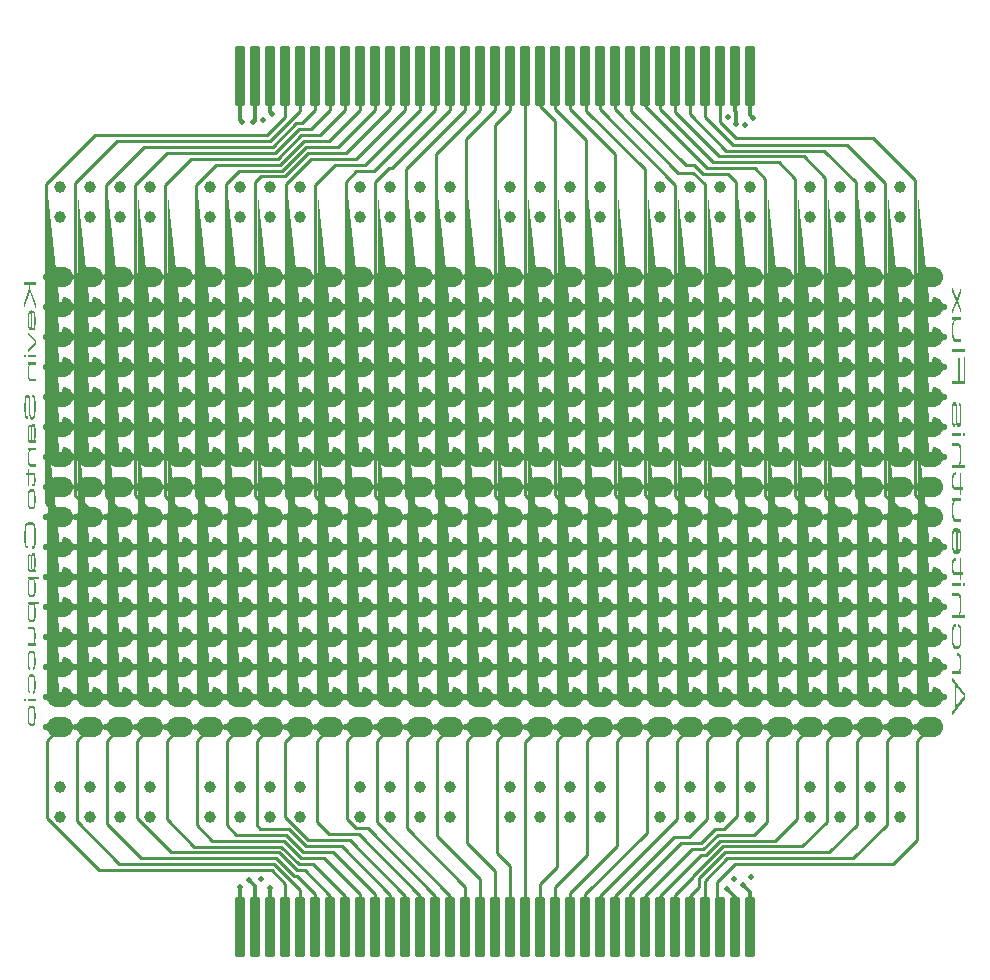
<source format=gbl>
%TF.GenerationSoftware,KiCad,Pcbnew,7.0.7*%
%TF.CreationDate,2024-02-23T14:46:40-08:00*%
%TF.ProjectId,JluxR2protoboard,4a6c7578-5232-4707-926f-746f626f6172,rev?*%
%TF.SameCoordinates,Original*%
%TF.FileFunction,Copper,L4,Bot*%
%TF.FilePolarity,Positive*%
%FSLAX46Y46*%
G04 Gerber Fmt 4.6, Leading zero omitted, Abs format (unit mm)*
G04 Created by KiCad (PCBNEW 7.0.7) date 2024-02-23 14:46:40*
%MOMM*%
%LPD*%
G01*
G04 APERTURE LIST*
G04 Aperture macros list*
%AMRoundRect*
0 Rectangle with rounded corners*
0 $1 Rounding radius*
0 $2 $3 $4 $5 $6 $7 $8 $9 X,Y pos of 4 corners*
0 Add a 4 corners polygon primitive as box body*
4,1,4,$2,$3,$4,$5,$6,$7,$8,$9,$2,$3,0*
0 Add four circle primitives for the rounded corners*
1,1,$1+$1,$2,$3*
1,1,$1+$1,$4,$5*
1,1,$1+$1,$6,$7*
1,1,$1+$1,$8,$9*
0 Add four rect primitives between the rounded corners*
20,1,$1+$1,$2,$3,$4,$5,0*
20,1,$1+$1,$4,$5,$6,$7,0*
20,1,$1+$1,$6,$7,$8,$9,0*
20,1,$1+$1,$8,$9,$2,$3,0*%
%AMFreePoly0*
4,1,49,0.250000,0.845344,0.338849,0.845344,0.512664,0.808398,0.675000,0.736122,0.818761,0.631673,0.937664,0.499617,1.026514,0.345726,1.081425,0.176725,1.100000,0.000000,1.081425,-0.176725,1.026514,-0.345726,0.937664,-0.499617,0.818761,-0.631673,0.675000,-0.736122,0.512664,-0.808398,0.338849,-0.845344,0.250000,-0.845344,0.250000,-0.850000,-0.250000,-0.850000,-0.250000,-0.845344,
-0.338849,-0.845344,-0.512664,-0.808398,-0.675000,-0.736122,-0.818761,-0.631673,-0.937664,-0.499617,-1.012030,-0.370812,-1.075001,-0.307840,-1.175960,-0.250000,-1.210000,-0.250000,-1.305671,-0.230970,-1.386777,-0.176777,-1.440970,-0.095671,-1.460000,0.000000,-1.440970,0.095671,-1.386777,0.176777,-1.305671,0.230970,-1.210000,0.250000,-1.175960,0.250000,-1.075001,0.307840,-1.012030,0.370812,
-0.937664,0.499617,-0.818761,0.631673,-0.675000,0.736122,-0.512664,0.808398,-0.338849,0.845344,-0.250000,0.845344,-0.250000,0.850000,0.250000,0.850000,0.250000,0.845344,0.250000,0.845344,$1*%
%AMFreePoly1*
4,1,59,0.250000,0.845344,0.338849,0.845344,0.512664,0.808398,0.675000,0.736122,0.818761,0.631673,0.937664,0.499617,1.012030,0.370812,1.075002,0.307840,1.175960,0.250000,1.210000,0.250000,1.305671,0.230970,1.386777,0.176777,1.440970,0.095671,1.460000,0.000000,1.440970,-0.095671,1.386777,-0.176777,1.305671,-0.230970,1.210000,-0.250000,1.175960,-0.250000,1.075002,-0.307840,
1.012030,-0.370812,0.937664,-0.499617,0.818761,-0.631673,0.675000,-0.736122,0.512664,-0.808398,0.338849,-0.845344,0.250000,-0.845344,0.250000,-0.850000,-0.250000,-0.850000,-0.250000,-0.845344,-0.338849,-0.845344,-0.512664,-0.808398,-0.675000,-0.736122,-0.818761,-0.631673,-0.937664,-0.499617,-1.012030,-0.370812,-1.075001,-0.307840,-1.175960,-0.250000,-1.210000,-0.250000,-1.305671,-0.230970,
-1.386777,-0.176777,-1.440970,-0.095671,-1.460000,0.000000,-1.440970,0.095671,-1.386777,0.176777,-1.305671,0.230970,-1.210000,0.250000,-1.175960,0.250000,-1.075001,0.307840,-1.012030,0.370812,-0.937664,0.499617,-0.818761,0.631673,-0.675000,0.736122,-0.512664,0.808398,-0.338849,0.845344,-0.250000,0.845344,-0.250000,0.850000,0.250000,0.850000,0.250000,0.845344,0.250000,0.845344,
$1*%
G04 Aperture macros list end*
%ADD10C,0.150000*%
%TA.AperFunction,NonConductor*%
%ADD11C,0.150000*%
%TD*%
%TA.AperFunction,ComponentPad*%
%ADD12FreePoly0,90.000000*%
%TD*%
%TA.AperFunction,ComponentPad*%
%ADD13FreePoly1,90.000000*%
%TD*%
%TA.AperFunction,ComponentPad*%
%ADD14FreePoly0,270.000000*%
%TD*%
%TA.AperFunction,ComponentPad*%
%ADD15C,1.000000*%
%TD*%
%TA.AperFunction,SMDPad,CuDef*%
%ADD16RoundRect,0.090000X-0.360000X-2.410000X0.360000X-2.410000X0.360000X2.410000X-0.360000X2.410000X0*%
%TD*%
%TA.AperFunction,SMDPad,CuDef*%
%ADD17RoundRect,0.090000X0.360000X2.410000X-0.360000X2.410000X-0.360000X-2.410000X0.360000X-2.410000X0*%
%TD*%
%TA.AperFunction,ViaPad*%
%ADD18C,0.500000*%
%TD*%
%TA.AperFunction,Conductor*%
%ADD19C,0.350000*%
%TD*%
%TA.AperFunction,Conductor*%
%ADD20C,0.250000*%
%TD*%
G04 APERTURE END LIST*
D10*
D11*
G36*
X62135909Y-41667824D02*
G01*
X62138107Y-42054216D01*
X62592887Y-40682548D01*
X63076000Y-42147028D01*
X63072092Y-41738166D01*
X62642713Y-40441725D01*
X62638316Y-40111020D01*
X63076000Y-40111020D01*
X63076000Y-39884362D01*
X62138107Y-39884362D01*
X62138107Y-40111020D01*
X62544527Y-40111020D01*
X62543062Y-40441725D01*
X62135909Y-41667824D01*
G37*
G36*
X62769153Y-42278862D02*
G01*
X62787911Y-42280156D01*
X62805965Y-42282312D01*
X62823315Y-42285331D01*
X62839961Y-42289212D01*
X62855902Y-42293955D01*
X62871140Y-42299562D01*
X62885673Y-42306030D01*
X62899503Y-42313361D01*
X62912628Y-42321555D01*
X62925049Y-42330611D01*
X62936766Y-42340530D01*
X62947779Y-42351311D01*
X62958087Y-42362954D01*
X62967692Y-42375460D01*
X62976593Y-42388829D01*
X62984935Y-42402913D01*
X62992865Y-42417443D01*
X63000383Y-42432420D01*
X63007489Y-42447844D01*
X63014183Y-42463714D01*
X63020465Y-42480030D01*
X63026334Y-42496793D01*
X63031792Y-42514003D01*
X63036837Y-42531659D01*
X63041470Y-42549762D01*
X63045690Y-42568311D01*
X63049499Y-42587306D01*
X63052896Y-42606748D01*
X63055880Y-42626637D01*
X63058452Y-42646972D01*
X63060612Y-42667754D01*
X63061559Y-42678456D01*
X63063362Y-42701056D01*
X63065045Y-42725251D01*
X63066608Y-42751042D01*
X63068050Y-42778427D01*
X63069373Y-42807408D01*
X63070575Y-42837984D01*
X63071657Y-42870156D01*
X63072619Y-42903922D01*
X63073460Y-42939284D01*
X63074181Y-42976241D01*
X63074782Y-43014793D01*
X63075038Y-43034668D01*
X63075263Y-43054941D01*
X63075459Y-43075613D01*
X63075624Y-43096683D01*
X63075759Y-43118153D01*
X63075864Y-43140021D01*
X63075939Y-43162288D01*
X63075984Y-43184954D01*
X63076000Y-43208019D01*
X63075965Y-43228569D01*
X63075861Y-43248880D01*
X63075688Y-43268953D01*
X63075446Y-43288787D01*
X63074754Y-43327740D01*
X63073786Y-43365739D01*
X63072541Y-43402784D01*
X63071019Y-43438874D01*
X63069221Y-43474011D01*
X63067146Y-43508193D01*
X63064794Y-43541422D01*
X63062165Y-43573696D01*
X63059260Y-43605017D01*
X63056078Y-43635383D01*
X63052620Y-43664795D01*
X63048885Y-43693253D01*
X63044873Y-43720757D01*
X63040584Y-43747307D01*
X63035811Y-43772565D01*
X63030406Y-43796194D01*
X63024370Y-43818193D01*
X63017702Y-43838562D01*
X63010402Y-43857302D01*
X63002471Y-43874413D01*
X62993908Y-43889894D01*
X62984714Y-43903745D01*
X62974888Y-43915966D01*
X62964430Y-43926559D01*
X62953341Y-43935521D01*
X62941620Y-43942854D01*
X62929268Y-43948558D01*
X62916284Y-43952632D01*
X62902668Y-43955076D01*
X62888421Y-43955891D01*
X62888421Y-43748773D01*
X62897036Y-43745629D01*
X62906745Y-43740408D01*
X62917203Y-43732321D01*
X62926727Y-43722082D01*
X62935316Y-43709694D01*
X62937606Y-43705715D01*
X62945158Y-43689717D01*
X62951054Y-43673437D01*
X62956418Y-43654786D01*
X62961249Y-43633766D01*
X62964869Y-43614439D01*
X62967441Y-43598052D01*
X62970334Y-43576817D01*
X62972870Y-43554747D01*
X62975048Y-43531842D01*
X62976867Y-43508102D01*
X62978066Y-43488509D01*
X62979035Y-43468382D01*
X62979779Y-43447499D01*
X62980424Y-43425395D01*
X62980970Y-43402070D01*
X62981416Y-43377524D01*
X62981764Y-43351756D01*
X62981959Y-43331629D01*
X62982099Y-43310815D01*
X62982182Y-43289314D01*
X62982210Y-43267126D01*
X62982210Y-43233420D01*
X62982210Y-43126930D01*
X62982210Y-42894900D01*
X62974883Y-42751773D01*
X62973846Y-42741054D01*
X62971592Y-42720328D01*
X62969100Y-42700552D01*
X62964915Y-42672669D01*
X62960193Y-42646925D01*
X62954934Y-42623319D01*
X62949139Y-42601851D01*
X62942807Y-42582521D01*
X62935938Y-42565329D01*
X62928533Y-42550275D01*
X62920591Y-42537359D01*
X62912113Y-42526581D01*
X62906097Y-42520311D01*
X62896498Y-42511665D01*
X62886208Y-42503928D01*
X62875226Y-42497102D01*
X62863553Y-42491185D01*
X62851189Y-42486179D01*
X62838134Y-42482084D01*
X62824387Y-42478898D01*
X62809949Y-42476622D01*
X62799940Y-42475611D01*
X62789624Y-42475004D01*
X62779000Y-42474802D01*
X62779000Y-43955891D01*
X62741387Y-43958822D01*
X62722988Y-43958449D01*
X62705224Y-43957333D01*
X62688092Y-43955473D01*
X62671594Y-43952868D01*
X62655730Y-43949519D01*
X62640499Y-43945426D01*
X62625902Y-43940589D01*
X62611938Y-43935008D01*
X62598608Y-43928682D01*
X62585911Y-43921613D01*
X62573848Y-43913799D01*
X62562418Y-43905241D01*
X62551622Y-43895939D01*
X62541459Y-43885892D01*
X62531929Y-43875102D01*
X62523034Y-43863567D01*
X62514657Y-43851408D01*
X62506685Y-43838746D01*
X62499117Y-43825579D01*
X62491954Y-43811909D01*
X62481968Y-43790460D01*
X62472891Y-43767877D01*
X62464725Y-43744161D01*
X62457470Y-43719311D01*
X62451124Y-43693328D01*
X62445689Y-43666211D01*
X62442571Y-43647504D01*
X62439858Y-43628292D01*
X62437549Y-43608577D01*
X62436944Y-43603113D01*
X62434633Y-43580654D01*
X62432498Y-43557233D01*
X62430538Y-43532851D01*
X62428754Y-43507507D01*
X62427531Y-43487868D01*
X62426407Y-43467688D01*
X62425381Y-43446967D01*
X62424455Y-43425705D01*
X62423627Y-43403902D01*
X62423124Y-43389104D01*
X62422431Y-43366371D01*
X62421810Y-43342994D01*
X62421263Y-43318973D01*
X62420788Y-43294307D01*
X62420387Y-43268998D01*
X62420059Y-43243045D01*
X62419803Y-43216448D01*
X62419786Y-43213881D01*
X62513264Y-43213881D01*
X62513325Y-43236076D01*
X62513508Y-43257967D01*
X62513814Y-43279552D01*
X62514241Y-43300831D01*
X62514790Y-43321806D01*
X62515462Y-43342475D01*
X62516256Y-43362838D01*
X62517172Y-43382897D01*
X62518168Y-43402413D01*
X62519467Y-43425371D01*
X62520825Y-43446730D01*
X62522243Y-43466491D01*
X62524023Y-43488095D01*
X62526209Y-43510392D01*
X62528761Y-43530389D01*
X62531472Y-43549347D01*
X62535335Y-43573008D01*
X62539479Y-43594821D01*
X62543906Y-43614788D01*
X62548615Y-43632908D01*
X62554899Y-43652960D01*
X62561624Y-43670127D01*
X62564411Y-43676284D01*
X62571720Y-43690526D01*
X62579519Y-43703122D01*
X62587806Y-43714073D01*
X62596582Y-43723377D01*
X62605848Y-43731036D01*
X62615602Y-43737049D01*
X62619595Y-43739119D01*
X62629785Y-43743711D01*
X62640274Y-43747468D01*
X62651061Y-43750389D01*
X62662146Y-43752476D01*
X62673530Y-43753729D01*
X62685211Y-43754146D01*
X62685211Y-42480175D01*
X62677065Y-42480364D01*
X62666792Y-42481204D01*
X62656037Y-42482951D01*
X62646132Y-42485549D01*
X62641915Y-42487052D01*
X62631339Y-42491145D01*
X62621780Y-42495237D01*
X62612182Y-42499715D01*
X62607832Y-42503025D01*
X62597356Y-42512487D01*
X62587453Y-42523643D01*
X62578122Y-42536492D01*
X62569364Y-42551034D01*
X62561178Y-42567270D01*
X62553564Y-42585200D01*
X62547939Y-42601205D01*
X62542787Y-42619180D01*
X62538108Y-42639124D01*
X62533903Y-42661037D01*
X62530170Y-42684920D01*
X62527681Y-42704124D01*
X62525459Y-42724435D01*
X62523503Y-42745855D01*
X62521812Y-42768382D01*
X62520285Y-42791941D01*
X62518907Y-42816273D01*
X62517680Y-42841377D01*
X62516603Y-42867254D01*
X62515677Y-42893905D01*
X62514900Y-42921328D01*
X62514274Y-42949523D01*
X62513798Y-42978492D01*
X62513565Y-42998234D01*
X62513398Y-43018319D01*
X62513297Y-43038747D01*
X62513264Y-43059519D01*
X62513264Y-43213881D01*
X62419786Y-43213881D01*
X62419621Y-43189207D01*
X62419511Y-43161321D01*
X62419475Y-43132792D01*
X62419475Y-42997970D01*
X62419542Y-42972693D01*
X62419742Y-42947910D01*
X62420076Y-42923620D01*
X62420543Y-42899823D01*
X62421144Y-42876519D01*
X62421879Y-42853709D01*
X62422747Y-42831391D01*
X62423749Y-42809567D01*
X62424884Y-42788237D01*
X62426153Y-42767399D01*
X62427556Y-42747055D01*
X62429092Y-42727204D01*
X62432565Y-42688982D01*
X62436572Y-42652733D01*
X62441113Y-42618457D01*
X62446189Y-42586154D01*
X62451799Y-42555824D01*
X62457943Y-42527467D01*
X62464621Y-42501083D01*
X62471834Y-42476672D01*
X62479581Y-42454234D01*
X62487863Y-42433769D01*
X62496900Y-42414959D01*
X62506914Y-42397362D01*
X62517905Y-42380978D01*
X62529872Y-42365809D01*
X62542817Y-42351852D01*
X62556739Y-42339110D01*
X62571638Y-42327581D01*
X62587514Y-42317265D01*
X62604367Y-42308164D01*
X62622196Y-42300275D01*
X62641003Y-42293601D01*
X62650773Y-42290718D01*
X62660787Y-42288139D01*
X62671045Y-42285864D01*
X62681547Y-42283892D01*
X62692294Y-42282223D01*
X62703285Y-42280858D01*
X62714520Y-42279796D01*
X62726000Y-42279038D01*
X62737723Y-42278582D01*
X62749691Y-42278431D01*
X62769153Y-42278862D01*
G37*
G36*
X62419475Y-45861962D02*
G01*
X63076000Y-45097482D01*
X63076000Y-44840050D01*
X62419475Y-44089247D01*
X62412880Y-44310531D01*
X62987095Y-44968521D01*
X62412392Y-45640678D01*
X62419475Y-45861962D01*
G37*
G36*
X63076000Y-46224418D02*
G01*
X63076000Y-46028535D01*
X62418009Y-46028535D01*
X62418009Y-46224418D01*
X63076000Y-46224418D01*
G37*
G36*
X62263159Y-46224418D02*
G01*
X62263159Y-46028535D01*
X62138107Y-46028535D01*
X62138107Y-46224418D01*
X62263159Y-46224418D01*
G37*
G36*
X62553808Y-46867265D02*
G01*
X62543245Y-46875314D01*
X62533170Y-46884072D01*
X62523583Y-46893541D01*
X62514485Y-46903719D01*
X62505876Y-46914607D01*
X62497755Y-46926204D01*
X62490122Y-46938512D01*
X62479589Y-46958304D01*
X62470155Y-46979693D01*
X62461820Y-47002680D01*
X62454585Y-47027264D01*
X62448448Y-47053444D01*
X62444968Y-47071785D01*
X62443411Y-47081222D01*
X62440512Y-47100721D01*
X62437801Y-47120996D01*
X62435276Y-47142044D01*
X62432939Y-47163868D01*
X62430788Y-47186466D01*
X62428825Y-47209839D01*
X62427048Y-47233986D01*
X62425459Y-47258909D01*
X62424056Y-47284606D01*
X62422841Y-47311078D01*
X62421812Y-47338324D01*
X62420971Y-47366345D01*
X62420316Y-47395141D01*
X62419849Y-47424712D01*
X62419568Y-47455057D01*
X62419475Y-47486177D01*
X62419475Y-47511090D01*
X62419518Y-47538366D01*
X62419646Y-47564876D01*
X62419861Y-47590619D01*
X62420162Y-47615595D01*
X62420548Y-47639804D01*
X62421020Y-47663245D01*
X62421578Y-47685920D01*
X62422222Y-47707827D01*
X62422952Y-47728967D01*
X62423768Y-47749341D01*
X62424670Y-47768947D01*
X62426183Y-47796918D01*
X62427890Y-47823163D01*
X62429789Y-47847682D01*
X62430466Y-47855472D01*
X62432562Y-47880891D01*
X62435185Y-47905675D01*
X62438337Y-47929824D01*
X62442018Y-47953337D01*
X62446226Y-47976215D01*
X62450962Y-47998457D01*
X62456226Y-48020064D01*
X62462019Y-48041035D01*
X62468339Y-48061372D01*
X62475188Y-48081072D01*
X62480047Y-48093853D01*
X62487130Y-48112068D01*
X62494458Y-48128978D01*
X62502031Y-48144583D01*
X62509848Y-48158883D01*
X62517911Y-48171877D01*
X62526217Y-48183566D01*
X62534769Y-48193951D01*
X62543565Y-48203030D01*
X62552606Y-48210803D01*
X62561892Y-48217272D01*
X62568219Y-48220859D01*
X62577890Y-48225661D01*
X62587853Y-48229990D01*
X62598109Y-48233847D01*
X62608656Y-48237231D01*
X62619495Y-48240143D01*
X62630626Y-48242583D01*
X62642050Y-48244551D01*
X62653765Y-48246047D01*
X62665772Y-48247070D01*
X62678071Y-48247621D01*
X62686432Y-48247726D01*
X63076000Y-48247726D01*
X63076000Y-48051355D01*
X62701819Y-48051355D01*
X62687397Y-48050839D01*
X62673621Y-48049294D01*
X62660492Y-48046718D01*
X62648010Y-48043112D01*
X62636174Y-48038475D01*
X62624986Y-48032808D01*
X62614444Y-48026110D01*
X62604550Y-48018382D01*
X62595302Y-48009624D01*
X62586701Y-47999835D01*
X62575012Y-47983220D01*
X62564779Y-47964286D01*
X62556001Y-47943034D01*
X62548679Y-47919464D01*
X62542350Y-47893546D01*
X62538477Y-47874846D01*
X62534880Y-47855009D01*
X62531560Y-47834035D01*
X62528516Y-47811923D01*
X62525749Y-47788674D01*
X62523259Y-47764288D01*
X62521046Y-47738765D01*
X62519109Y-47712104D01*
X62517449Y-47684306D01*
X62516065Y-47655371D01*
X62514959Y-47625299D01*
X62514129Y-47594089D01*
X62513575Y-47561742D01*
X62513299Y-47528258D01*
X62513264Y-47511090D01*
X62513297Y-47491306D01*
X62513562Y-47452654D01*
X62514093Y-47415224D01*
X62514889Y-47379015D01*
X62515949Y-47344027D01*
X62517276Y-47310261D01*
X62518867Y-47277715D01*
X62520724Y-47246391D01*
X62522846Y-47216288D01*
X62525233Y-47187407D01*
X62527885Y-47159746D01*
X62530802Y-47133307D01*
X62533985Y-47108089D01*
X62537433Y-47084092D01*
X62541147Y-47061316D01*
X62545125Y-47039762D01*
X62547214Y-47029443D01*
X62551854Y-47009804D01*
X62557289Y-46991432D01*
X62563517Y-46974328D01*
X62570539Y-46958490D01*
X62578355Y-46943919D01*
X62586964Y-46930616D01*
X62596368Y-46918579D01*
X62606565Y-46907810D01*
X62617556Y-46898307D01*
X62629340Y-46890072D01*
X62641919Y-46883103D01*
X62655291Y-46877401D01*
X62669457Y-46872967D01*
X62684417Y-46869799D01*
X62700171Y-46867899D01*
X62716718Y-46867265D01*
X63076000Y-46867265D01*
X63076000Y-46671383D01*
X62418009Y-46671383D01*
X62418009Y-46867265D01*
X62553808Y-46867265D01*
G37*
G36*
X62264136Y-51133699D02*
G01*
X62260625Y-51113688D01*
X62257816Y-51094141D01*
X62255008Y-51071449D01*
X62252901Y-51052367D01*
X62250795Y-51031515D01*
X62248688Y-51008895D01*
X62246581Y-50984506D01*
X62244475Y-50958348D01*
X62242368Y-50930422D01*
X62241666Y-50920720D01*
X62240404Y-50896651D01*
X62239446Y-50876589D01*
X62238534Y-50855809D01*
X62237668Y-50834312D01*
X62236847Y-50812097D01*
X62236073Y-50789165D01*
X62235344Y-50765515D01*
X62234827Y-50747307D01*
X62234140Y-50722440D01*
X62233545Y-50696688D01*
X62233158Y-50676793D01*
X62232824Y-50656399D01*
X62232540Y-50635508D01*
X62232308Y-50614119D01*
X62232128Y-50592231D01*
X62231999Y-50569846D01*
X62231922Y-50546962D01*
X62231896Y-50523581D01*
X62231896Y-50444935D01*
X62231998Y-50424126D01*
X62232302Y-50400169D01*
X62232691Y-50378737D01*
X62233210Y-50355290D01*
X62233859Y-50329828D01*
X62234430Y-50309408D01*
X62235075Y-50287856D01*
X62235793Y-50265170D01*
X62236048Y-50257356D01*
X62236790Y-50234219D01*
X62237459Y-50212070D01*
X62238055Y-50190908D01*
X62238579Y-50170734D01*
X62239162Y-50145371D01*
X62239617Y-50121763D01*
X62239941Y-50099911D01*
X62240136Y-50079814D01*
X62240200Y-50061473D01*
X62241279Y-50036709D01*
X62242437Y-50012854D01*
X62243675Y-49989906D01*
X62244994Y-49967867D01*
X62246392Y-49946736D01*
X62247871Y-49926514D01*
X62249430Y-49907200D01*
X62251919Y-49879931D01*
X62254588Y-49854706D01*
X62257437Y-49831525D01*
X62260467Y-49810388D01*
X62263677Y-49791294D01*
X62267067Y-49774244D01*
X62271944Y-49753903D01*
X62277295Y-49735379D01*
X62283119Y-49718671D01*
X62291064Y-49700341D01*
X62299748Y-49684849D01*
X62309172Y-49672196D01*
X62319335Y-49662381D01*
X62330190Y-49654781D01*
X62341689Y-49648470D01*
X62351352Y-49644349D01*
X62361427Y-49641051D01*
X62371914Y-49638578D01*
X62382813Y-49636930D01*
X62394125Y-49636105D01*
X62399935Y-49636002D01*
X62409913Y-49636363D01*
X62424171Y-49638256D01*
X62437579Y-49641773D01*
X62450137Y-49646912D01*
X62461845Y-49653674D01*
X62472703Y-49662059D01*
X62482711Y-49672066D01*
X62491868Y-49683697D01*
X62500176Y-49696950D01*
X62507634Y-49711827D01*
X62514241Y-49728326D01*
X62519653Y-49747423D01*
X62524533Y-49767893D01*
X62528881Y-49789738D01*
X62532697Y-49812956D01*
X62535980Y-49837548D01*
X62538730Y-49863515D01*
X62540948Y-49890854D01*
X62542634Y-49919568D01*
X62543462Y-49939474D01*
X62544054Y-49959990D01*
X62544409Y-49981117D01*
X62544527Y-50002855D01*
X62544527Y-50207042D01*
X62544527Y-50646679D01*
X62544527Y-50850866D01*
X62544563Y-50874477D01*
X62544670Y-50896156D01*
X62544849Y-50915903D01*
X62545158Y-50937049D01*
X62545649Y-50958203D01*
X62545993Y-50968591D01*
X62546877Y-50989194D01*
X62548194Y-51012436D01*
X62549685Y-51035739D01*
X62551135Y-51056958D01*
X62552814Y-51080466D01*
X62554722Y-51106264D01*
X62555762Y-51120022D01*
X62556982Y-51142109D01*
X62558563Y-51163673D01*
X62560508Y-51184714D01*
X62562815Y-51205232D01*
X62565484Y-51225228D01*
X62568516Y-51244700D01*
X62571911Y-51263650D01*
X62575668Y-51282077D01*
X62579788Y-51299981D01*
X62584270Y-51317362D01*
X62591673Y-51342454D01*
X62599892Y-51366369D01*
X62608927Y-51389108D01*
X62618777Y-51410671D01*
X62625880Y-51424276D01*
X62633573Y-51437003D01*
X62641855Y-51448853D01*
X62650727Y-51459825D01*
X62660188Y-51469919D01*
X62670240Y-51479135D01*
X62680880Y-51487474D01*
X62692111Y-51494935D01*
X62703931Y-51501518D01*
X62716340Y-51507223D01*
X62729340Y-51512051D01*
X62742929Y-51516001D01*
X62757107Y-51519073D01*
X62771875Y-51521267D01*
X62787233Y-51522584D01*
X62803180Y-51523023D01*
X62813750Y-51522820D01*
X62824090Y-51522213D01*
X62834198Y-51521202D01*
X62844076Y-51519786D01*
X62858459Y-51516904D01*
X62872323Y-51513112D01*
X62885667Y-51508409D01*
X62898492Y-51502796D01*
X62910798Y-51496273D01*
X62922584Y-51488840D01*
X62933850Y-51480497D01*
X62944597Y-51471243D01*
X62954863Y-51460830D01*
X62964687Y-51449009D01*
X62974068Y-51435780D01*
X62983008Y-51421143D01*
X62991505Y-51405097D01*
X62999560Y-51387643D01*
X63007173Y-51368781D01*
X63014343Y-51348511D01*
X63021072Y-51326833D01*
X63027358Y-51303746D01*
X63031303Y-51287572D01*
X63035885Y-51265007D01*
X63040196Y-51241273D01*
X63044237Y-51216372D01*
X63048007Y-51190303D01*
X63051507Y-51163066D01*
X63054736Y-51134661D01*
X63056739Y-51115076D01*
X63058621Y-51094972D01*
X63060383Y-51074348D01*
X63062025Y-51053206D01*
X63063547Y-51031545D01*
X63064948Y-51009365D01*
X63066230Y-50986665D01*
X63067413Y-50963640D01*
X63068520Y-50940358D01*
X63069550Y-50916821D01*
X63070504Y-50893029D01*
X63071382Y-50868980D01*
X63072183Y-50844676D01*
X63072908Y-50820116D01*
X63073557Y-50795301D01*
X63074130Y-50770230D01*
X63074626Y-50744903D01*
X63075045Y-50719320D01*
X63075389Y-50693482D01*
X63075656Y-50667388D01*
X63075847Y-50641039D01*
X63075961Y-50614433D01*
X63076000Y-50587572D01*
X63076000Y-50439561D01*
X63076000Y-50416673D01*
X63076000Y-50393499D01*
X63076000Y-50370038D01*
X63076000Y-50346291D01*
X63076000Y-50322258D01*
X63076000Y-50297939D01*
X63076000Y-50288131D01*
X63076000Y-50268454D01*
X63076000Y-50248502D01*
X63076000Y-50228276D01*
X63076000Y-50207775D01*
X63076000Y-50186999D01*
X63076000Y-50165948D01*
X63076000Y-50144623D01*
X63076000Y-50123023D01*
X63075934Y-50102908D01*
X63075737Y-50082866D01*
X63075409Y-50062894D01*
X63074950Y-50042995D01*
X63074360Y-50023167D01*
X63073638Y-50003410D01*
X63073313Y-49995528D01*
X63072271Y-49973164D01*
X63071145Y-49951427D01*
X63069759Y-49926270D01*
X63068550Y-49905158D01*
X63067195Y-49882123D01*
X63065694Y-49857164D01*
X63064046Y-49830282D01*
X63062253Y-49801477D01*
X63060977Y-49781205D01*
X63059635Y-49760078D01*
X63058076Y-49738890D01*
X63056147Y-49718312D01*
X63053848Y-49698345D01*
X63051178Y-49678989D01*
X63048139Y-49660243D01*
X63042885Y-49633270D01*
X63036799Y-49607670D01*
X63029879Y-49583444D01*
X63022127Y-49560592D01*
X63013542Y-49539114D01*
X63004123Y-49519010D01*
X62993872Y-49500280D01*
X62990270Y-49494341D01*
X62978546Y-49477580D01*
X62969864Y-49467322D01*
X62960489Y-49457797D01*
X62950422Y-49449004D01*
X62939662Y-49440944D01*
X62928209Y-49433617D01*
X62916064Y-49427022D01*
X62903226Y-49421160D01*
X62889695Y-49416031D01*
X62875472Y-49411635D01*
X62860556Y-49407971D01*
X62844947Y-49405040D01*
X62828646Y-49402842D01*
X62811652Y-49401377D01*
X62793965Y-49400644D01*
X62784862Y-49400552D01*
X62784862Y-49627210D01*
X62804401Y-49627210D01*
X62817236Y-49627429D01*
X62829452Y-49628085D01*
X62841049Y-49629180D01*
X62852029Y-49630713D01*
X62862390Y-49632684D01*
X62872133Y-49635092D01*
X62884162Y-49638985D01*
X62895092Y-49643656D01*
X62904923Y-49649106D01*
X62909426Y-49652122D01*
X62919899Y-49662171D01*
X62929490Y-49676442D01*
X62936527Y-49690898D01*
X62943000Y-49708056D01*
X62948907Y-49727916D01*
X62954250Y-49750478D01*
X62957887Y-49769172D01*
X62961205Y-49789387D01*
X62963753Y-49809704D01*
X62966205Y-49830355D01*
X62968561Y-49851340D01*
X62970822Y-49872658D01*
X62972988Y-49894311D01*
X62975059Y-49916298D01*
X62975860Y-49925186D01*
X62977689Y-49948055D01*
X62979209Y-49971783D01*
X62980201Y-49991383D01*
X62980995Y-50011533D01*
X62981590Y-50032233D01*
X62981987Y-50053482D01*
X62982185Y-50075281D01*
X62982210Y-50086386D01*
X62982210Y-50450308D01*
X62982160Y-50486048D01*
X62982008Y-50521093D01*
X62981755Y-50555443D01*
X62981401Y-50589099D01*
X62980946Y-50622060D01*
X62980390Y-50654327D01*
X62979733Y-50685899D01*
X62978974Y-50716777D01*
X62978114Y-50746960D01*
X62977154Y-50776448D01*
X62976092Y-50805242D01*
X62974929Y-50833342D01*
X62973665Y-50860747D01*
X62972299Y-50887457D01*
X62970833Y-50913473D01*
X62969265Y-50938794D01*
X62967529Y-50963336D01*
X62965617Y-50986894D01*
X62963529Y-51009468D01*
X62961266Y-51031056D01*
X62958828Y-51051661D01*
X62956214Y-51071280D01*
X62951963Y-51098863D01*
X62947318Y-51124231D01*
X62942277Y-51147384D01*
X62936842Y-51168321D01*
X62931012Y-51187043D01*
X62924786Y-51203549D01*
X62920417Y-51213323D01*
X62910681Y-51230725D01*
X62902383Y-51242254D01*
X62893230Y-51252478D01*
X62883223Y-51261396D01*
X62872362Y-51269010D01*
X62860646Y-51275318D01*
X62848076Y-51280321D01*
X62834652Y-51284019D01*
X62820373Y-51286412D01*
X62810379Y-51287282D01*
X62800005Y-51287572D01*
X62787206Y-51287200D01*
X62775005Y-51286084D01*
X62763400Y-51284224D01*
X62752393Y-51281619D01*
X62741983Y-51278270D01*
X62732170Y-51274177D01*
X62718571Y-51266642D01*
X62706316Y-51257433D01*
X62695405Y-51246550D01*
X62685837Y-51233992D01*
X62677613Y-51219759D01*
X62670733Y-51203852D01*
X62666893Y-51192318D01*
X62661786Y-51173350D01*
X62657181Y-51152166D01*
X62653079Y-51128768D01*
X62649479Y-51103154D01*
X62646381Y-51075324D01*
X62644595Y-51055541D01*
X62643033Y-51034772D01*
X62641693Y-51013020D01*
X62640577Y-50990282D01*
X62639684Y-50966560D01*
X62639014Y-50941853D01*
X62638567Y-50916162D01*
X62638344Y-50889486D01*
X62638316Y-50875779D01*
X62638316Y-50447377D01*
X62638316Y-49946191D01*
X62638123Y-49914449D01*
X62637542Y-49883581D01*
X62636573Y-49853586D01*
X62635217Y-49824466D01*
X62633474Y-49796220D01*
X62631344Y-49768848D01*
X62628826Y-49742349D01*
X62625921Y-49716725D01*
X62622628Y-49691974D01*
X62618949Y-49668097D01*
X62614881Y-49645095D01*
X62610427Y-49622966D01*
X62605585Y-49601711D01*
X62600356Y-49581330D01*
X62594739Y-49561823D01*
X62588735Y-49543190D01*
X62582267Y-49525563D01*
X62575260Y-49509072D01*
X62567712Y-49493719D01*
X62559624Y-49479504D01*
X62550997Y-49466425D01*
X62541829Y-49454484D01*
X62532121Y-49443680D01*
X62521874Y-49434013D01*
X62511086Y-49425484D01*
X62499758Y-49418092D01*
X62487890Y-49411837D01*
X62475483Y-49406719D01*
X62462535Y-49402739D01*
X62449047Y-49399896D01*
X62435019Y-49398190D01*
X62420452Y-49397621D01*
X62408885Y-49397856D01*
X62397569Y-49398560D01*
X62386506Y-49399734D01*
X62375694Y-49401377D01*
X62365135Y-49403489D01*
X62354827Y-49406071D01*
X62344771Y-49409122D01*
X62334967Y-49412642D01*
X62320733Y-49418803D01*
X62307066Y-49426020D01*
X62293965Y-49434293D01*
X62281432Y-49443623D01*
X62269465Y-49454008D01*
X62265602Y-49457705D01*
X62254390Y-49469748D01*
X62243746Y-49483345D01*
X62233668Y-49498496D01*
X62224157Y-49515201D01*
X62215212Y-49533461D01*
X62206835Y-49553275D01*
X62199024Y-49574642D01*
X62191779Y-49597565D01*
X62185102Y-49622041D01*
X62178991Y-49648071D01*
X62175232Y-49666288D01*
X62171866Y-49686118D01*
X62168607Y-49706283D01*
X62165455Y-49726784D01*
X62162409Y-49747621D01*
X62159471Y-49768794D01*
X62156639Y-49790303D01*
X62153914Y-49812147D01*
X62151296Y-49834327D01*
X62148835Y-49856790D01*
X62146701Y-49879238D01*
X62144896Y-49901670D01*
X62143419Y-49924087D01*
X62142271Y-49946488D01*
X62141450Y-49968875D01*
X62140958Y-49991246D01*
X62140794Y-50013602D01*
X62140468Y-50038639D01*
X62140164Y-50064046D01*
X62139881Y-50089823D01*
X62139618Y-50115970D01*
X62139377Y-50142488D01*
X62139156Y-50169375D01*
X62138957Y-50196633D01*
X62138779Y-50224261D01*
X62138621Y-50252259D01*
X62138485Y-50280628D01*
X62138369Y-50309366D01*
X62138275Y-50338475D01*
X62138201Y-50367954D01*
X62138149Y-50397803D01*
X62138117Y-50428023D01*
X62138107Y-50458612D01*
X62138107Y-50480174D01*
X62138107Y-50501385D01*
X62138107Y-50522245D01*
X62138107Y-50542754D01*
X62138107Y-50562912D01*
X62138107Y-50582718D01*
X62138107Y-50606983D01*
X62138107Y-50621278D01*
X62138107Y-50644450D01*
X62138107Y-50666644D01*
X62138107Y-50687860D01*
X62138107Y-50708099D01*
X62138107Y-50731094D01*
X62138107Y-50752681D01*
X62138260Y-50776983D01*
X62138574Y-50797614D01*
X62139061Y-50820305D01*
X62139719Y-50845058D01*
X62140549Y-50871871D01*
X62141551Y-50900745D01*
X62142314Y-50921139D01*
X62143154Y-50942450D01*
X62144070Y-50964676D01*
X62145062Y-50987818D01*
X62146131Y-51011876D01*
X62147276Y-51036850D01*
X62147877Y-51049680D01*
X62148151Y-51075112D01*
X62148976Y-51099628D01*
X62150350Y-51123228D01*
X62152273Y-51145912D01*
X62154746Y-51167680D01*
X62157769Y-51188532D01*
X62161341Y-51208468D01*
X62165462Y-51227489D01*
X62170072Y-51245891D01*
X62175232Y-51263972D01*
X62180941Y-51281733D01*
X62187200Y-51299174D01*
X62194008Y-51316294D01*
X62201366Y-51333093D01*
X62209273Y-51349572D01*
X62217730Y-51365730D01*
X62225345Y-51378980D01*
X62233472Y-51391376D01*
X62242113Y-51402916D01*
X62251268Y-51413602D01*
X62260935Y-51423433D01*
X62271116Y-51432408D01*
X62281810Y-51440530D01*
X62293018Y-51447796D01*
X62304739Y-51454207D01*
X62316973Y-51459764D01*
X62329720Y-51464465D01*
X62342981Y-51468312D01*
X62356755Y-51471304D01*
X62371042Y-51473441D01*
X62385843Y-51474724D01*
X62401157Y-51475151D01*
X62401157Y-51248494D01*
X62389426Y-51248245D01*
X62378322Y-51247498D01*
X62367845Y-51246252D01*
X62357994Y-51244509D01*
X62345836Y-51241411D01*
X62334791Y-51237426D01*
X62324861Y-51232557D01*
X62314016Y-51225225D01*
X62308344Y-51220161D01*
X62299666Y-51210709D01*
X62290117Y-51197382D01*
X62281514Y-51181892D01*
X62273854Y-51164238D01*
X62268193Y-51147873D01*
X62264136Y-51133699D01*
G37*
G36*
X62905143Y-51871756D02*
G01*
X62915681Y-51873084D01*
X62925896Y-51875297D01*
X62935789Y-51878396D01*
X62950023Y-51884704D01*
X62963532Y-51893005D01*
X62976316Y-51903297D01*
X62988374Y-51915582D01*
X62999706Y-51929859D01*
X63010312Y-51946127D01*
X63020194Y-51964388D01*
X63029349Y-51984642D01*
X63037686Y-52007947D01*
X63042788Y-52025769D01*
X63047526Y-52045419D01*
X63051900Y-52066897D01*
X63055909Y-52090204D01*
X63059553Y-52115338D01*
X63062834Y-52142300D01*
X63065749Y-52171090D01*
X63068300Y-52201708D01*
X63070487Y-52234154D01*
X63072309Y-52268428D01*
X63073767Y-52304530D01*
X63074861Y-52342461D01*
X63075271Y-52362111D01*
X63075589Y-52382219D01*
X63075817Y-52402783D01*
X63075954Y-52423805D01*
X63076000Y-52445284D01*
X63076000Y-52616254D01*
X63076000Y-52977244D01*
X63075889Y-52989777D01*
X63075163Y-53011489D01*
X63073758Y-53032920D01*
X63071676Y-53054071D01*
X63068916Y-53074942D01*
X63067992Y-53080870D01*
X63064621Y-53100749D01*
X63061040Y-53119272D01*
X63056689Y-53138781D01*
X63052064Y-53156519D01*
X63045790Y-53174364D01*
X63038814Y-53191506D01*
X63031135Y-53207947D01*
X63022755Y-53223685D01*
X63013672Y-53238722D01*
X63003887Y-53253056D01*
X62993400Y-53266687D01*
X62982210Y-53279617D01*
X63076000Y-53279617D01*
X63076000Y-53475500D01*
X62665916Y-53475500D01*
X62654297Y-53475275D01*
X62642949Y-53474599D01*
X62631873Y-53473473D01*
X62621067Y-53471897D01*
X62610532Y-53469871D01*
X62600268Y-53467394D01*
X62590275Y-53464467D01*
X62575793Y-53459232D01*
X62561922Y-53452984D01*
X62548660Y-53445722D01*
X62536007Y-53437448D01*
X62523964Y-53428160D01*
X62512531Y-53417859D01*
X62505244Y-53410390D01*
X62494921Y-53397971D01*
X62485329Y-53384092D01*
X62476466Y-53368753D01*
X62468333Y-53351955D01*
X62460930Y-53333697D01*
X62454256Y-53313979D01*
X62448313Y-53292801D01*
X62443099Y-53270164D01*
X62438616Y-53246067D01*
X62434862Y-53220510D01*
X62433480Y-53210751D01*
X62430846Y-53191479D01*
X62428389Y-53172535D01*
X62425031Y-53144734D01*
X62422069Y-53117672D01*
X62419501Y-53091348D01*
X62417329Y-53065762D01*
X62415552Y-53040915D01*
X62414169Y-53016807D01*
X62413182Y-52993437D01*
X62412589Y-52970805D01*
X62412392Y-52948912D01*
X62419475Y-52632862D01*
X62419517Y-52613139D01*
X62419643Y-52593295D01*
X62419853Y-52573328D01*
X62420146Y-52553239D01*
X62420524Y-52533028D01*
X62420986Y-52512695D01*
X62421532Y-52492239D01*
X62422161Y-52471662D01*
X62422693Y-52455689D01*
X62423489Y-52432856D01*
X62424384Y-52408268D01*
X62425120Y-52388675D01*
X62425912Y-52368094D01*
X62426760Y-52346525D01*
X62427664Y-52323970D01*
X62428623Y-52300427D01*
X62429639Y-52275896D01*
X62430710Y-52250378D01*
X62431572Y-52233281D01*
X62433353Y-52208322D01*
X62435717Y-52184188D01*
X62438665Y-52160878D01*
X62442197Y-52138392D01*
X62446313Y-52116731D01*
X62451013Y-52095894D01*
X62456296Y-52075881D01*
X62462164Y-52056693D01*
X62468615Y-52038329D01*
X62475651Y-52020789D01*
X62480776Y-52009787D01*
X62489365Y-51994614D01*
X62499037Y-51981039D01*
X62509790Y-51969061D01*
X62521625Y-51958679D01*
X62534543Y-51949895D01*
X62548542Y-51942708D01*
X62558476Y-51938804D01*
X62568890Y-51935610D01*
X62579786Y-51933125D01*
X62591162Y-51931351D01*
X62603019Y-51930286D01*
X62615357Y-51929931D01*
X62615357Y-52142911D01*
X62607207Y-52143267D01*
X62596915Y-52144851D01*
X62584972Y-52148612D01*
X62574055Y-52154354D01*
X62564164Y-52162074D01*
X62555298Y-52171775D01*
X62547458Y-52183455D01*
X62539344Y-52199930D01*
X62532586Y-52218947D01*
X62527991Y-52236735D01*
X62524338Y-52256289D01*
X62521627Y-52277608D01*
X62519859Y-52300692D01*
X62518866Y-52319544D01*
X62517755Y-52341865D01*
X62516786Y-52362802D01*
X62515961Y-52382356D01*
X62515160Y-52403994D01*
X62514485Y-52426721D01*
X62514199Y-52438987D01*
X62513790Y-52460121D01*
X62513498Y-52480834D01*
X62513322Y-52501127D01*
X62513264Y-52520999D01*
X62513264Y-52705646D01*
X62513264Y-52943539D01*
X62513271Y-52948254D01*
X62513513Y-52971331D01*
X62514101Y-52993573D01*
X62515035Y-53014980D01*
X62516314Y-53035552D01*
X62517940Y-53055290D01*
X62520347Y-53077872D01*
X62522171Y-53092290D01*
X62525108Y-53112572D01*
X62528838Y-53134194D01*
X62532895Y-53153618D01*
X62537933Y-53173127D01*
X62540561Y-53181657D01*
X62547691Y-53201210D01*
X62555621Y-53218236D01*
X62564350Y-53232733D01*
X62573877Y-53244702D01*
X62584204Y-53254142D01*
X62595330Y-53261055D01*
X62600013Y-53263302D01*
X62609821Y-53267363D01*
X62620217Y-53270843D01*
X62631200Y-53273744D01*
X62642771Y-53276064D01*
X62654930Y-53277804D01*
X62667676Y-53278964D01*
X62677622Y-53279454D01*
X62687898Y-53279617D01*
X62757995Y-53279617D01*
X62752673Y-53271578D01*
X62742705Y-53255626D01*
X62733638Y-53239842D01*
X62725471Y-53224225D01*
X62718205Y-53208777D01*
X62711839Y-53193497D01*
X62705149Y-53174632D01*
X62699866Y-53156030D01*
X62698091Y-53148527D01*
X62694155Y-53128234D01*
X62690935Y-53105747D01*
X62688875Y-53086177D01*
X62687272Y-53065202D01*
X62686127Y-53042824D01*
X62685440Y-53019040D01*
X62685211Y-52993853D01*
X62693378Y-52800901D01*
X62779000Y-52800901D01*
X62783885Y-53016323D01*
X62784276Y-53022951D01*
X62785568Y-53042503D01*
X62787564Y-53067797D01*
X62789873Y-53092206D01*
X62792495Y-53115730D01*
X62795429Y-53138368D01*
X62798677Y-53160121D01*
X62802238Y-53180989D01*
X62806111Y-53200971D01*
X62808260Y-53210494D01*
X62813541Y-53227698D01*
X62820136Y-53242444D01*
X62828043Y-53254733D01*
X62837264Y-53264564D01*
X62847797Y-53271937D01*
X62859642Y-53276852D01*
X62869388Y-53278926D01*
X62879872Y-53279617D01*
X62888298Y-53279163D01*
X62900131Y-53276779D01*
X62910998Y-53272351D01*
X62920899Y-53265879D01*
X62929834Y-53257364D01*
X62940245Y-53242832D01*
X62948939Y-53224666D01*
X62955915Y-53202868D01*
X62960020Y-53184134D01*
X62963159Y-53163357D01*
X62965712Y-53142259D01*
X62968059Y-53122559D01*
X62970868Y-53098471D01*
X62973311Y-53076871D01*
X62975848Y-53053369D01*
X62978138Y-53030300D01*
X62979768Y-53010461D01*
X62980948Y-52989240D01*
X62981674Y-52968883D01*
X62982093Y-52947123D01*
X62982210Y-52926930D01*
X62982210Y-52915169D01*
X62982210Y-52894576D01*
X62982210Y-52873092D01*
X62982210Y-52852486D01*
X62982210Y-52829424D01*
X62982210Y-52809205D01*
X62982210Y-52803987D01*
X62982210Y-52783772D01*
X62982210Y-52759985D01*
X62982210Y-52737843D01*
X62982210Y-52717347D01*
X62982210Y-52694925D01*
X62982210Y-52674872D01*
X62982210Y-52618696D01*
X62982210Y-52389108D01*
X62982111Y-52366158D01*
X62981813Y-52344205D01*
X62981317Y-52323248D01*
X62980201Y-52293680D01*
X62978638Y-52266353D01*
X62976629Y-52241267D01*
X62974173Y-52218422D01*
X62971271Y-52197818D01*
X62967922Y-52179456D01*
X62962762Y-52158458D01*
X62956809Y-52141445D01*
X62950176Y-52127363D01*
X62941091Y-52112401D01*
X62931123Y-52100373D01*
X62920273Y-52091278D01*
X62908540Y-52085117D01*
X62898519Y-52082300D01*
X62887933Y-52081362D01*
X62883966Y-52081453D01*
X62872469Y-52082827D01*
X62861572Y-52085850D01*
X62851277Y-52090521D01*
X62841583Y-52096841D01*
X62832489Y-52104809D01*
X62826761Y-52111488D01*
X62818899Y-52124110D01*
X62811912Y-52139858D01*
X62805801Y-52158731D01*
X62801378Y-52176847D01*
X62797563Y-52197133D01*
X62794872Y-52214520D01*
X62791842Y-52236726D01*
X62789181Y-52259457D01*
X62786890Y-52282712D01*
X62784969Y-52306493D01*
X62783698Y-52325895D01*
X62782664Y-52345632D01*
X62782438Y-52350758D01*
X62781608Y-52373637D01*
X62781061Y-52393290D01*
X62780578Y-52415082D01*
X62780159Y-52439011D01*
X62779805Y-52465079D01*
X62779515Y-52493285D01*
X62779358Y-52513277D01*
X62779229Y-52534218D01*
X62779129Y-52556111D01*
X62779057Y-52578953D01*
X62779015Y-52602746D01*
X62779000Y-52627489D01*
X62779000Y-52800901D01*
X62693378Y-52800901D01*
X62700842Y-52624558D01*
X62700842Y-52419882D01*
X62708658Y-52168312D01*
X62709762Y-52150679D01*
X62711894Y-52125195D01*
X62714596Y-52100871D01*
X62717870Y-52077705D01*
X62721715Y-52055699D01*
X62726130Y-52034852D01*
X62731117Y-52015164D01*
X62736675Y-51996636D01*
X62742804Y-51979266D01*
X62749503Y-51963056D01*
X62756774Y-51948005D01*
X62762005Y-51938718D01*
X62770693Y-51925911D01*
X62780389Y-51914452D01*
X62791095Y-51904341D01*
X62802809Y-51895579D01*
X62815532Y-51888164D01*
X62829265Y-51882098D01*
X62838980Y-51878802D01*
X62849144Y-51876106D01*
X62859756Y-51874009D01*
X62870816Y-51872511D01*
X62882325Y-51871612D01*
X62894283Y-51871313D01*
X62905143Y-51871756D01*
G37*
G36*
X62553808Y-54118347D02*
G01*
X62543245Y-54126396D01*
X62533170Y-54135154D01*
X62523583Y-54144622D01*
X62514485Y-54154800D01*
X62505876Y-54165688D01*
X62497755Y-54177286D01*
X62490122Y-54189593D01*
X62479589Y-54209386D01*
X62470155Y-54230775D01*
X62461820Y-54253762D01*
X62454585Y-54278345D01*
X62448448Y-54304526D01*
X62444968Y-54322867D01*
X62443411Y-54332304D01*
X62440512Y-54351803D01*
X62437801Y-54372077D01*
X62435276Y-54393126D01*
X62432939Y-54414949D01*
X62430788Y-54437548D01*
X62428825Y-54460921D01*
X62427048Y-54485068D01*
X62425459Y-54509990D01*
X62424056Y-54535687D01*
X62422841Y-54562159D01*
X62421812Y-54589406D01*
X62420971Y-54617427D01*
X62420316Y-54646223D01*
X62419849Y-54675793D01*
X62419568Y-54706138D01*
X62419475Y-54737258D01*
X62419475Y-54762171D01*
X62419518Y-54789448D01*
X62419646Y-54815958D01*
X62419861Y-54841701D01*
X62420162Y-54866677D01*
X62420548Y-54890885D01*
X62421020Y-54914327D01*
X62421578Y-54937001D01*
X62422222Y-54958909D01*
X62422952Y-54980049D01*
X62423768Y-55000422D01*
X62424670Y-55020029D01*
X62426183Y-55048000D01*
X62427890Y-55074245D01*
X62429789Y-55098764D01*
X62430466Y-55106554D01*
X62432562Y-55131973D01*
X62435185Y-55156757D01*
X62438337Y-55180905D01*
X62442018Y-55204419D01*
X62446226Y-55227296D01*
X62450962Y-55249539D01*
X62456226Y-55271146D01*
X62462019Y-55292117D01*
X62468339Y-55312453D01*
X62475188Y-55332154D01*
X62480047Y-55344935D01*
X62487130Y-55363150D01*
X62494458Y-55380060D01*
X62502031Y-55395665D01*
X62509848Y-55409964D01*
X62517911Y-55422959D01*
X62526217Y-55434648D01*
X62534769Y-55445032D01*
X62543565Y-55454111D01*
X62552606Y-55461885D01*
X62561892Y-55468354D01*
X62568219Y-55471941D01*
X62577890Y-55476742D01*
X62587853Y-55481071D01*
X62598109Y-55484928D01*
X62608656Y-55488313D01*
X62619495Y-55491225D01*
X62630626Y-55493665D01*
X62642050Y-55495633D01*
X62653765Y-55497128D01*
X62665772Y-55498152D01*
X62678071Y-55498703D01*
X62686432Y-55498808D01*
X63076000Y-55498808D01*
X63076000Y-55302436D01*
X62701819Y-55302436D01*
X62687397Y-55301921D01*
X62673621Y-55300376D01*
X62660492Y-55297800D01*
X62648010Y-55294193D01*
X62636174Y-55289556D01*
X62624986Y-55283889D01*
X62614444Y-55277192D01*
X62604550Y-55269464D01*
X62595302Y-55260705D01*
X62586701Y-55250916D01*
X62575012Y-55234301D01*
X62564779Y-55215368D01*
X62556001Y-55194116D01*
X62548679Y-55170545D01*
X62542350Y-55144628D01*
X62538477Y-55125928D01*
X62534880Y-55106091D01*
X62531560Y-55085117D01*
X62528516Y-55063005D01*
X62525749Y-55039756D01*
X62523259Y-55015370D01*
X62521046Y-54989847D01*
X62519109Y-54963186D01*
X62517449Y-54935388D01*
X62516065Y-54906453D01*
X62514959Y-54876380D01*
X62514129Y-54845171D01*
X62513575Y-54812824D01*
X62513299Y-54779340D01*
X62513264Y-54762171D01*
X62513297Y-54742387D01*
X62513562Y-54703736D01*
X62514093Y-54666306D01*
X62514889Y-54630097D01*
X62515949Y-54595109D01*
X62517276Y-54561342D01*
X62518867Y-54528797D01*
X62520724Y-54497473D01*
X62522846Y-54467370D01*
X62525233Y-54438488D01*
X62527885Y-54410828D01*
X62530802Y-54384389D01*
X62533985Y-54359170D01*
X62537433Y-54335174D01*
X62541147Y-54312398D01*
X62545125Y-54290844D01*
X62547214Y-54280524D01*
X62551854Y-54260886D01*
X62557289Y-54242514D01*
X62563517Y-54225409D01*
X62570539Y-54209572D01*
X62578355Y-54195001D01*
X62586964Y-54181698D01*
X62596368Y-54169661D01*
X62606565Y-54158891D01*
X62617556Y-54149389D01*
X62629340Y-54141153D01*
X62641919Y-54134185D01*
X62655291Y-54128483D01*
X62669457Y-54124049D01*
X62684417Y-54120881D01*
X62700171Y-54118981D01*
X62716718Y-54118347D01*
X63076000Y-54118347D01*
X63076000Y-53922464D01*
X62418009Y-53922464D01*
X62418009Y-54118347D01*
X62553808Y-54118347D01*
G37*
G36*
X62513264Y-57111299D02*
G01*
X62513264Y-56201250D01*
X62811729Y-56201250D01*
X62824201Y-56201546D01*
X62836157Y-56202433D01*
X62847595Y-56203912D01*
X62858517Y-56205982D01*
X62868921Y-56208644D01*
X62878808Y-56211897D01*
X62892669Y-56217887D01*
X62905366Y-56225207D01*
X62916900Y-56233858D01*
X62927271Y-56243840D01*
X62936478Y-56255153D01*
X62944521Y-56267797D01*
X62949237Y-56276965D01*
X62955130Y-56292852D01*
X62960443Y-56311203D01*
X62965176Y-56332019D01*
X62969330Y-56355299D01*
X62972904Y-56381043D01*
X62975899Y-56409251D01*
X62977573Y-56429426D01*
X62978990Y-56450696D01*
X62980149Y-56473062D01*
X62981051Y-56496522D01*
X62981695Y-56521078D01*
X62982081Y-56546730D01*
X62982210Y-56573476D01*
X62982120Y-56598627D01*
X62981848Y-56622912D01*
X62981395Y-56646331D01*
X62980760Y-56668883D01*
X62979944Y-56690570D01*
X62978947Y-56711389D01*
X62977769Y-56731343D01*
X62975662Y-56759649D01*
X62973147Y-56786006D01*
X62970224Y-56810413D01*
X62966893Y-56832872D01*
X62963154Y-56853381D01*
X62959007Y-56871941D01*
X62952298Y-56893923D01*
X62943773Y-56912974D01*
X62936186Y-56925338D01*
X62927578Y-56936055D01*
X62917948Y-56945122D01*
X62907296Y-56952541D01*
X62895623Y-56958311D01*
X62882927Y-56962433D01*
X62869210Y-56964906D01*
X62854471Y-56965730D01*
X62786083Y-56962799D01*
X62786083Y-57145004D01*
X62796973Y-57144919D01*
X62807630Y-57144665D01*
X62818054Y-57144240D01*
X62828246Y-57143646D01*
X62838204Y-57142882D01*
X62857423Y-57140844D01*
X62875711Y-57138126D01*
X62893067Y-57134730D01*
X62909493Y-57130654D01*
X62924987Y-57125899D01*
X62939550Y-57120465D01*
X62953182Y-57114351D01*
X62965882Y-57107558D01*
X62977652Y-57100086D01*
X62988490Y-57091934D01*
X62998397Y-57083103D01*
X63007373Y-57073593D01*
X63019091Y-57058054D01*
X63029261Y-57039301D01*
X63035485Y-57023974D01*
X63041265Y-57006389D01*
X63046600Y-56986544D01*
X63051491Y-56964440D01*
X63055937Y-56940077D01*
X63059938Y-56913455D01*
X63063495Y-56884573D01*
X63066607Y-56853432D01*
X63069275Y-56820032D01*
X63071498Y-56784372D01*
X63073276Y-56746453D01*
X63073999Y-56726647D01*
X63074610Y-56706276D01*
X63075110Y-56685339D01*
X63075499Y-56663838D01*
X63075777Y-56641773D01*
X63075944Y-56619142D01*
X63076000Y-56595946D01*
X63075850Y-56558476D01*
X63075400Y-56522269D01*
X63074651Y-56487325D01*
X63073603Y-56453644D01*
X63072255Y-56421227D01*
X63070607Y-56390073D01*
X63068660Y-56360182D01*
X63066413Y-56331554D01*
X63063867Y-56304189D01*
X63061021Y-56278087D01*
X63057875Y-56253249D01*
X63054430Y-56229674D01*
X63050685Y-56207362D01*
X63046641Y-56186313D01*
X63042297Y-56166527D01*
X63037653Y-56148005D01*
X63032448Y-56130733D01*
X63026479Y-56114574D01*
X63019747Y-56099531D01*
X63012252Y-56085601D01*
X63003994Y-56072786D01*
X62994972Y-56061085D01*
X62985187Y-56050499D01*
X62974639Y-56041027D01*
X62963327Y-56032669D01*
X62951252Y-56025426D01*
X62938414Y-56019297D01*
X62924813Y-56014282D01*
X62910449Y-56010382D01*
X62895321Y-56007596D01*
X62879430Y-56005924D01*
X62862775Y-56005367D01*
X62818323Y-56005367D01*
X62513264Y-56005367D01*
X62513264Y-55685898D01*
X62419475Y-55685898D01*
X62419475Y-56005367D01*
X62263159Y-56005367D01*
X62263159Y-56201250D01*
X62419475Y-56201250D01*
X62419475Y-57111299D01*
X62513264Y-57111299D01*
G37*
G36*
X62766163Y-57394318D02*
G01*
X62778912Y-57394876D01*
X62791358Y-57395806D01*
X62803501Y-57397109D01*
X62815340Y-57398783D01*
X62826876Y-57400830D01*
X62838108Y-57403248D01*
X62849037Y-57406039D01*
X62859662Y-57409202D01*
X62869984Y-57412737D01*
X62880003Y-57416643D01*
X62889719Y-57420922D01*
X62908239Y-57430597D01*
X62925546Y-57441759D01*
X62941639Y-57454410D01*
X62956519Y-57468550D01*
X62970185Y-57484178D01*
X62982638Y-57501294D01*
X62993877Y-57519898D01*
X63003902Y-57539991D01*
X63012714Y-57561572D01*
X63020312Y-57584642D01*
X63023738Y-57596819D01*
X63030264Y-57622796D01*
X63036355Y-57650938D01*
X63042011Y-57681243D01*
X63047231Y-57713712D01*
X63052017Y-57748345D01*
X63056368Y-57785142D01*
X63058380Y-57804351D01*
X63060283Y-57824102D01*
X63062078Y-57844394D01*
X63063764Y-57865226D01*
X63065341Y-57886600D01*
X63066809Y-57908515D01*
X63068168Y-57930970D01*
X63069419Y-57953967D01*
X63070561Y-57977504D01*
X63071595Y-58001583D01*
X63072519Y-58026202D01*
X63073335Y-58051362D01*
X63074042Y-58077064D01*
X63074640Y-58103306D01*
X63075129Y-58130089D01*
X63075510Y-58157413D01*
X63075782Y-58185279D01*
X63075945Y-58213685D01*
X63076000Y-58242632D01*
X63075943Y-58275023D01*
X63075774Y-58306738D01*
X63075493Y-58337778D01*
X63075099Y-58368142D01*
X63074592Y-58397831D01*
X63073973Y-58426844D01*
X63073241Y-58455182D01*
X63072397Y-58482845D01*
X63071440Y-58509832D01*
X63070370Y-58536143D01*
X63069188Y-58561779D01*
X63067894Y-58586739D01*
X63066486Y-58611024D01*
X63064967Y-58634634D01*
X63063334Y-58657568D01*
X63061589Y-58679826D01*
X63059732Y-58701409D01*
X63057761Y-58722317D01*
X63055679Y-58742549D01*
X63053483Y-58762106D01*
X63048755Y-58799192D01*
X63043576Y-58833577D01*
X63037947Y-58865260D01*
X63031868Y-58894241D01*
X63025338Y-58920520D01*
X63018358Y-58944097D01*
X63010467Y-58965629D01*
X63001265Y-58985771D01*
X62990752Y-59004524D01*
X62978928Y-59021889D01*
X62965794Y-59037864D01*
X62951348Y-59052449D01*
X62935591Y-59065646D01*
X62918524Y-59077454D01*
X62900146Y-59087872D01*
X62890465Y-59092561D01*
X62880456Y-59096902D01*
X62870120Y-59100895D01*
X62859456Y-59104542D01*
X62848465Y-59107841D01*
X62837145Y-59110793D01*
X62825498Y-59113398D01*
X62813523Y-59115655D01*
X62801221Y-59117565D01*
X62788591Y-59119128D01*
X62775633Y-59120343D01*
X62762347Y-59121211D01*
X62748733Y-59121732D01*
X62734792Y-59121906D01*
X62716432Y-59121507D01*
X62698721Y-59120311D01*
X62681658Y-59118317D01*
X62665244Y-59115525D01*
X62649479Y-59111936D01*
X62634363Y-59107549D01*
X62619895Y-59102365D01*
X62606076Y-59096383D01*
X62592906Y-59089603D01*
X62580385Y-59082026D01*
X62568512Y-59073651D01*
X62557289Y-59064478D01*
X62546714Y-59054508D01*
X62536788Y-59043741D01*
X62527510Y-59032175D01*
X62518882Y-59019812D01*
X62510743Y-59006793D01*
X62502998Y-58993259D01*
X62495646Y-58979209D01*
X62488687Y-58964644D01*
X62482121Y-58949564D01*
X62475948Y-58933969D01*
X62470168Y-58917858D01*
X62464782Y-58901233D01*
X62459788Y-58884092D01*
X62455188Y-58866436D01*
X62450980Y-58848264D01*
X62447166Y-58829578D01*
X62443744Y-58810376D01*
X62440716Y-58790659D01*
X62438081Y-58770427D01*
X62435839Y-58749680D01*
X62433857Y-58728019D01*
X62432004Y-58705045D01*
X62430278Y-58680758D01*
X62428680Y-58655158D01*
X62427209Y-58628245D01*
X62425867Y-58600020D01*
X62424652Y-58570482D01*
X62423566Y-58539631D01*
X62422607Y-58507467D01*
X62421776Y-58473991D01*
X62421073Y-58439201D01*
X62420883Y-58427279D01*
X62513264Y-58427279D01*
X62523766Y-58662729D01*
X62525429Y-58680914D01*
X62528664Y-58706774D01*
X62532788Y-58730934D01*
X62537801Y-58753394D01*
X62543702Y-58774154D01*
X62550492Y-58793213D01*
X62558170Y-58810573D01*
X62566738Y-58826232D01*
X62576194Y-58840191D01*
X62586539Y-58852450D01*
X62597772Y-58863009D01*
X62605764Y-58869279D01*
X62618529Y-58877926D01*
X62632226Y-58885662D01*
X62641874Y-58890314D01*
X62651937Y-58894562D01*
X62662413Y-58898405D01*
X62673304Y-58901843D01*
X62684609Y-58904877D01*
X62696328Y-58907507D01*
X62708461Y-58909731D01*
X62721008Y-58911552D01*
X62733969Y-58912968D01*
X62747344Y-58913979D01*
X62761133Y-58914586D01*
X62775337Y-58914788D01*
X62793201Y-58914197D01*
X62810156Y-58912422D01*
X62826204Y-58909464D01*
X62841343Y-58905324D01*
X62855574Y-58900000D01*
X62868897Y-58893493D01*
X62881311Y-58885803D01*
X62892817Y-58876930D01*
X62903415Y-58866874D01*
X62913105Y-58855635D01*
X62921886Y-58843213D01*
X62929759Y-58829608D01*
X62936724Y-58814820D01*
X62942780Y-58798849D01*
X62947928Y-58781695D01*
X62952168Y-58763357D01*
X62953212Y-58758251D01*
X62957184Y-58737051D01*
X62960837Y-58714615D01*
X62964168Y-58690943D01*
X62967179Y-58666034D01*
X62969227Y-58646541D01*
X62971095Y-58626352D01*
X62972782Y-58605468D01*
X62974289Y-58583888D01*
X62975616Y-58561613D01*
X62976021Y-58554028D01*
X62977161Y-58530388D01*
X62978185Y-58505417D01*
X62979093Y-58479114D01*
X62979885Y-58451481D01*
X62980562Y-58422517D01*
X62980948Y-58402468D01*
X62981283Y-58381827D01*
X62981566Y-58360595D01*
X62981798Y-58338772D01*
X62981978Y-58316357D01*
X62982107Y-58293350D01*
X62982184Y-58269752D01*
X62982210Y-58245563D01*
X62982210Y-58169847D01*
X62982166Y-58149744D01*
X62981811Y-58110734D01*
X62981101Y-58073319D01*
X62980036Y-58037499D01*
X62978617Y-58003275D01*
X62976842Y-57970645D01*
X62974713Y-57939611D01*
X62972228Y-57910172D01*
X62969389Y-57882329D01*
X62966195Y-57856080D01*
X62962646Y-57831427D01*
X62958741Y-57808369D01*
X62954482Y-57786906D01*
X62949869Y-57767038D01*
X62944900Y-57748766D01*
X62936781Y-57724348D01*
X62933830Y-57716955D01*
X62923817Y-57696184D01*
X62916176Y-57683510D01*
X62907762Y-57671775D01*
X62898575Y-57660979D01*
X62888616Y-57651121D01*
X62877883Y-57642203D01*
X62866378Y-57634223D01*
X62854100Y-57627182D01*
X62841049Y-57621079D01*
X62827226Y-57615916D01*
X62812629Y-57611691D01*
X62797260Y-57608406D01*
X62781118Y-57606059D01*
X62764203Y-57604650D01*
X62746516Y-57604181D01*
X62727728Y-57604641D01*
X62709834Y-57606020D01*
X62692832Y-57608320D01*
X62676724Y-57611539D01*
X62661508Y-57615678D01*
X62647185Y-57620736D01*
X62633756Y-57626714D01*
X62621219Y-57633612D01*
X62609576Y-57641430D01*
X62598825Y-57650167D01*
X62588968Y-57659824D01*
X62580003Y-57670401D01*
X62571932Y-57681898D01*
X62561499Y-57700867D01*
X62553076Y-57721906D01*
X62545961Y-57745774D01*
X62541606Y-57763680D01*
X62537563Y-57783181D01*
X62533831Y-57804278D01*
X62530409Y-57826970D01*
X62527299Y-57851256D01*
X62524500Y-57877139D01*
X62522012Y-57904616D01*
X62519834Y-57933688D01*
X62517968Y-57964356D01*
X62516413Y-57996619D01*
X62515169Y-58030477D01*
X62514236Y-58065931D01*
X62513614Y-58102979D01*
X62513303Y-58141623D01*
X62513264Y-58161543D01*
X62513264Y-58220161D01*
X62513264Y-58427279D01*
X62420883Y-58427279D01*
X62420497Y-58403099D01*
X62420050Y-58365684D01*
X62419730Y-58326957D01*
X62419619Y-58307100D01*
X62419539Y-58286916D01*
X62419491Y-58266403D01*
X62419475Y-58245563D01*
X62419475Y-58040887D01*
X62419479Y-58037204D01*
X62419708Y-58014283D01*
X62420162Y-57994107D01*
X62420853Y-57972953D01*
X62421784Y-57950821D01*
X62422952Y-57927711D01*
X62424360Y-57903623D01*
X62424938Y-57893918D01*
X62426366Y-57870223D01*
X62427771Y-57847340D01*
X62429152Y-57825267D01*
X62430510Y-57804006D01*
X62431843Y-57783555D01*
X62433152Y-57763916D01*
X62434937Y-57740146D01*
X62437240Y-57717197D01*
X62440059Y-57695068D01*
X62443395Y-57673760D01*
X62447249Y-57653272D01*
X62451619Y-57633605D01*
X62456507Y-57614758D01*
X62461912Y-57596732D01*
X62467834Y-57579526D01*
X62474273Y-57563141D01*
X62481229Y-57547576D01*
X62488702Y-57532831D01*
X62496693Y-57518908D01*
X62505200Y-57505804D01*
X62514225Y-57493522D01*
X62523766Y-57482060D01*
X62533821Y-57471412D01*
X62544447Y-57461452D01*
X62555643Y-57452178D01*
X62567410Y-57443591D01*
X62579747Y-57435692D01*
X62592654Y-57428479D01*
X62606133Y-57421953D01*
X62620181Y-57416114D01*
X62634801Y-57410962D01*
X62649990Y-57406497D01*
X62665751Y-57402719D01*
X62682082Y-57399628D01*
X62698983Y-57397223D01*
X62716455Y-57395506D01*
X62734497Y-57394476D01*
X62753110Y-57394132D01*
X62766163Y-57394318D01*
G37*
G36*
X63081617Y-61824697D02*
G01*
X63076000Y-61343050D01*
X63076000Y-61135933D01*
X63076000Y-60721208D01*
X63074216Y-60690554D01*
X63072009Y-60660873D01*
X63069378Y-60632164D01*
X63066325Y-60604430D01*
X63062849Y-60577668D01*
X63058949Y-60551879D01*
X63054627Y-60527064D01*
X63049881Y-60503221D01*
X63044712Y-60480352D01*
X63039120Y-60458456D01*
X63033105Y-60437533D01*
X63026666Y-60417584D01*
X63019805Y-60398607D01*
X63012520Y-60380604D01*
X63004812Y-60363574D01*
X62996682Y-60347517D01*
X62988128Y-60332433D01*
X62979151Y-60318322D01*
X62969750Y-60305184D01*
X62959927Y-60293020D01*
X62949680Y-60281829D01*
X62939011Y-60271610D01*
X62927918Y-60262366D01*
X62916402Y-60254094D01*
X62904463Y-60246795D01*
X62892101Y-60240470D01*
X62879316Y-60235117D01*
X62866107Y-60230738D01*
X62852476Y-60227332D01*
X62838421Y-60224899D01*
X62823943Y-60223439D01*
X62809042Y-60222953D01*
X62631478Y-60211718D01*
X62473452Y-60214648D01*
X62462585Y-60215186D01*
X62452470Y-60216503D01*
X62441616Y-60218609D01*
X62430024Y-60221506D01*
X62419800Y-60224523D01*
X62415567Y-60225884D01*
X62404452Y-60229597D01*
X62392478Y-60233717D01*
X62382281Y-60237304D01*
X62371534Y-60241151D01*
X62360238Y-60245257D01*
X62348392Y-60249623D01*
X62335997Y-60254248D01*
X62329593Y-60256658D01*
X62318403Y-60261297D01*
X62307547Y-60266787D01*
X62297024Y-60273127D01*
X62286836Y-60280319D01*
X62276981Y-60288362D01*
X62267460Y-60297256D01*
X62258273Y-60307001D01*
X62249421Y-60317597D01*
X62240902Y-60329044D01*
X62232717Y-60341342D01*
X62224866Y-60354491D01*
X62217349Y-60368491D01*
X62210165Y-60383342D01*
X62203316Y-60399044D01*
X62196801Y-60415597D01*
X62190619Y-60433002D01*
X62184763Y-60451295D01*
X62179285Y-60470394D01*
X62174184Y-60490298D01*
X62169462Y-60511007D01*
X62165117Y-60532521D01*
X62161150Y-60554841D01*
X62157561Y-60577965D01*
X62154349Y-60601896D01*
X62151516Y-60626631D01*
X62149060Y-60652171D01*
X62146982Y-60678517D01*
X62145282Y-60705668D01*
X62143959Y-60733624D01*
X62143015Y-60762386D01*
X62142448Y-60791953D01*
X62142259Y-60822325D01*
X62138107Y-61032374D01*
X62138107Y-61267335D01*
X62138107Y-61334746D01*
X62138107Y-61603413D01*
X62136642Y-61866707D01*
X62136928Y-61890948D01*
X62137518Y-61910652D01*
X62138430Y-61931660D01*
X62139665Y-61953974D01*
X62141221Y-61977593D01*
X62143099Y-62002518D01*
X62145300Y-62028747D01*
X62147822Y-62056282D01*
X62150666Y-62085121D01*
X62152742Y-62105073D01*
X62154960Y-62125605D01*
X62157433Y-62146090D01*
X62160333Y-62165782D01*
X62163661Y-62184681D01*
X62167416Y-62202785D01*
X62173850Y-62228454D01*
X62181246Y-62252336D01*
X62189604Y-62274432D01*
X62198923Y-62294743D01*
X62209205Y-62313267D01*
X62220447Y-62330005D01*
X62232652Y-62344957D01*
X62245818Y-62358124D01*
X62255108Y-62366109D01*
X62264781Y-62373580D01*
X62274838Y-62380535D01*
X62285279Y-62386975D01*
X62296103Y-62392900D01*
X62307310Y-62398309D01*
X62318901Y-62403204D01*
X62330876Y-62407583D01*
X62343234Y-62411447D01*
X62355975Y-62414796D01*
X62369101Y-62417629D01*
X62382609Y-62419948D01*
X62396502Y-62421751D01*
X62410777Y-62423039D01*
X62425437Y-62423812D01*
X62440480Y-62424069D01*
X62440480Y-62199854D01*
X62432175Y-62199854D01*
X62420769Y-62199717D01*
X62409724Y-62199305D01*
X62399039Y-62198618D01*
X62388715Y-62197656D01*
X62378752Y-62196420D01*
X62366028Y-62194344D01*
X62353946Y-62191779D01*
X62342505Y-62188726D01*
X62331705Y-62185185D01*
X62329105Y-62184223D01*
X62319171Y-62179842D01*
X62307838Y-62172691D01*
X62297709Y-62163680D01*
X62288785Y-62152808D01*
X62281065Y-62140076D01*
X62274550Y-62125483D01*
X62271219Y-62115835D01*
X62266054Y-62096536D01*
X62262068Y-62077268D01*
X62258212Y-62054595D01*
X62255405Y-62035357D01*
X62252670Y-62014204D01*
X62250009Y-61991135D01*
X62247421Y-61966153D01*
X62244906Y-61939255D01*
X62242464Y-61910442D01*
X62241666Y-61900413D01*
X62240651Y-61880362D01*
X62239681Y-61859532D01*
X62238758Y-61837925D01*
X62237880Y-61815538D01*
X62237048Y-61792373D01*
X62236262Y-61768430D01*
X62235522Y-61743708D01*
X62234827Y-61718207D01*
X62234303Y-61698472D01*
X62233831Y-61678102D01*
X62233410Y-61657096D01*
X62233041Y-61635455D01*
X62232723Y-61613178D01*
X62232457Y-61590266D01*
X62232243Y-61566719D01*
X62232079Y-61542536D01*
X62231968Y-61517717D01*
X62231908Y-61492264D01*
X62231896Y-61474942D01*
X62231896Y-61169638D01*
X62231896Y-60861404D01*
X62232001Y-60840298D01*
X62232317Y-60819844D01*
X62232843Y-60800043D01*
X62233871Y-60774657D01*
X62235274Y-60750431D01*
X62237050Y-60727366D01*
X62239201Y-60705460D01*
X62241725Y-60684715D01*
X62243864Y-60669917D01*
X62246978Y-60651217D01*
X62251214Y-60629517D01*
X62255832Y-60609677D01*
X62260831Y-60591697D01*
X62267334Y-60572578D01*
X62274387Y-60556137D01*
X62275616Y-60553658D01*
X62283905Y-60537774D01*
X62293140Y-60523585D01*
X62303322Y-60511091D01*
X62314450Y-60500290D01*
X62326525Y-60491185D01*
X62336202Y-60485468D01*
X62346412Y-60480703D01*
X62357154Y-60476892D01*
X62368428Y-60474034D01*
X62379719Y-60471713D01*
X62390602Y-60469512D01*
X62401077Y-60467431D01*
X62411144Y-60465471D01*
X62423932Y-60463043D01*
X62435995Y-60460830D01*
X62447334Y-60458830D01*
X62457947Y-60457044D01*
X62467835Y-60455472D01*
X62479640Y-60453924D01*
X62491243Y-60452638D01*
X62502643Y-60451615D01*
X62513840Y-60450854D01*
X62524835Y-60450356D01*
X62535627Y-60450120D01*
X62539886Y-60450099D01*
X62667137Y-60447168D01*
X62678158Y-60447237D01*
X62688966Y-60447446D01*
X62699560Y-60447795D01*
X62709941Y-60448282D01*
X62720107Y-60448909D01*
X62730060Y-60449675D01*
X62749325Y-60451625D01*
X62767734Y-60454132D01*
X62785289Y-60457197D01*
X62801990Y-60460819D01*
X62817835Y-60464997D01*
X62832825Y-60469733D01*
X62846961Y-60475027D01*
X62860241Y-60480877D01*
X62872667Y-60487285D01*
X62884238Y-60494249D01*
X62894954Y-60501771D01*
X62904816Y-60509850D01*
X62913822Y-60518487D01*
X62926044Y-60533941D01*
X62933524Y-60546558D01*
X62940470Y-60561025D01*
X62946881Y-60577344D01*
X62952758Y-60595513D01*
X62958101Y-60615534D01*
X62962909Y-60637405D01*
X62967184Y-60661127D01*
X62970924Y-60686700D01*
X62974129Y-60714124D01*
X62976801Y-60743398D01*
X62978938Y-60774524D01*
X62980541Y-60807501D01*
X62981609Y-60842328D01*
X62982143Y-60879007D01*
X62982210Y-60898040D01*
X62982210Y-61334746D01*
X62982210Y-61751913D01*
X62982094Y-61783189D01*
X62981745Y-61813271D01*
X62981163Y-61842159D01*
X62980348Y-61869852D01*
X62979300Y-61896350D01*
X62978020Y-61921654D01*
X62976507Y-61945764D01*
X62974761Y-61968678D01*
X62972782Y-61990399D01*
X62970571Y-62010925D01*
X62968126Y-62030256D01*
X62964023Y-62057014D01*
X62959396Y-62081084D01*
X62954246Y-62102466D01*
X62952413Y-62108996D01*
X62946005Y-62127241D01*
X62938047Y-62143692D01*
X62928540Y-62158348D01*
X62917482Y-62171209D01*
X62904875Y-62182276D01*
X62895609Y-62188657D01*
X62885654Y-62194240D01*
X62875010Y-62199026D01*
X62863678Y-62203014D01*
X62851656Y-62206204D01*
X62838946Y-62208597D01*
X62825547Y-62210192D01*
X62811459Y-62210990D01*
X62804157Y-62211090D01*
X62766544Y-62211090D01*
X62766544Y-62446540D01*
X62777893Y-62446431D01*
X62789013Y-62446106D01*
X62799904Y-62445565D01*
X62810565Y-62444807D01*
X62820996Y-62443832D01*
X62831199Y-62442641D01*
X62841171Y-62441234D01*
X62850914Y-62439609D01*
X62869713Y-62435711D01*
X62887593Y-62430946D01*
X62904555Y-62425315D01*
X62920600Y-62418818D01*
X62935727Y-62411455D01*
X62949936Y-62403225D01*
X62963227Y-62394129D01*
X62975600Y-62384166D01*
X62987056Y-62373337D01*
X62997594Y-62361642D01*
X63007214Y-62349081D01*
X63015916Y-62335653D01*
X63023872Y-62320720D01*
X63031315Y-62303520D01*
X63038244Y-62284053D01*
X63044660Y-62262319D01*
X63050563Y-62238319D01*
X63055953Y-62212051D01*
X63060829Y-62183517D01*
X63065192Y-62152715D01*
X63069041Y-62119647D01*
X63072378Y-62084312D01*
X63075201Y-62046710D01*
X63076420Y-62027059D01*
X63077511Y-62006841D01*
X63078473Y-61986057D01*
X63079307Y-61964706D01*
X63080013Y-61942788D01*
X63080591Y-61920303D01*
X63081040Y-61897252D01*
X63081360Y-61873634D01*
X63081553Y-61849449D01*
X63081617Y-61824697D01*
G37*
G36*
X62905143Y-62802111D02*
G01*
X62915681Y-62803439D01*
X62925896Y-62805653D01*
X62935789Y-62808752D01*
X62950023Y-62815060D01*
X62963532Y-62823361D01*
X62976316Y-62833653D01*
X62988374Y-62845938D01*
X62999706Y-62860214D01*
X63010312Y-62876483D01*
X63020194Y-62894744D01*
X63029349Y-62914997D01*
X63037686Y-62938303D01*
X63042788Y-62956125D01*
X63047526Y-62975775D01*
X63051900Y-62997253D01*
X63055909Y-63020559D01*
X63059553Y-63045694D01*
X63062834Y-63072656D01*
X63065749Y-63101446D01*
X63068300Y-63132064D01*
X63070487Y-63164510D01*
X63072309Y-63198784D01*
X63073767Y-63234886D01*
X63074861Y-63272817D01*
X63075271Y-63292467D01*
X63075589Y-63312575D01*
X63075817Y-63333139D01*
X63075954Y-63354161D01*
X63076000Y-63375639D01*
X63076000Y-63546609D01*
X63076000Y-63907600D01*
X63075889Y-63920133D01*
X63075163Y-63941845D01*
X63073758Y-63963276D01*
X63071676Y-63984427D01*
X63068916Y-64005297D01*
X63067992Y-64011226D01*
X63064621Y-64031105D01*
X63061040Y-64049628D01*
X63056689Y-64069136D01*
X63052064Y-64086875D01*
X63045790Y-64104720D01*
X63038814Y-64121862D01*
X63031135Y-64138303D01*
X63022755Y-64154041D01*
X63013672Y-64169078D01*
X63003887Y-64183412D01*
X62993400Y-64197043D01*
X62982210Y-64209973D01*
X63076000Y-64209973D01*
X63076000Y-64405856D01*
X62665916Y-64405856D01*
X62654297Y-64405631D01*
X62642949Y-64404955D01*
X62631873Y-64403829D01*
X62621067Y-64402253D01*
X62610532Y-64400227D01*
X62600268Y-64397750D01*
X62590275Y-64394823D01*
X62575793Y-64389588D01*
X62561922Y-64383340D01*
X62548660Y-64376078D01*
X62536007Y-64367803D01*
X62523964Y-64358516D01*
X62512531Y-64348214D01*
X62505244Y-64340746D01*
X62494921Y-64328327D01*
X62485329Y-64314448D01*
X62476466Y-64299109D01*
X62468333Y-64282311D01*
X62460930Y-64264053D01*
X62454256Y-64244335D01*
X62448313Y-64223157D01*
X62443099Y-64200520D01*
X62438616Y-64176423D01*
X62434862Y-64150866D01*
X62433480Y-64141107D01*
X62430846Y-64121835D01*
X62428389Y-64102891D01*
X62425031Y-64075090D01*
X62422069Y-64048028D01*
X62419501Y-64021704D01*
X62417329Y-63996118D01*
X62415552Y-63971271D01*
X62414169Y-63947163D01*
X62413182Y-63923793D01*
X62412589Y-63901161D01*
X62412392Y-63879268D01*
X62419475Y-63563218D01*
X62419517Y-63543495D01*
X62419643Y-63523651D01*
X62419853Y-63503684D01*
X62420146Y-63483595D01*
X62420524Y-63463384D01*
X62420986Y-63443050D01*
X62421532Y-63422595D01*
X62422161Y-63402018D01*
X62422693Y-63386045D01*
X62423489Y-63363212D01*
X62424384Y-63338624D01*
X62425120Y-63319030D01*
X62425912Y-63298450D01*
X62426760Y-63276881D01*
X62427664Y-63254326D01*
X62428623Y-63230782D01*
X62429639Y-63206252D01*
X62430710Y-63180734D01*
X62431572Y-63163637D01*
X62433353Y-63138678D01*
X62435717Y-63114544D01*
X62438665Y-63091234D01*
X62442197Y-63068748D01*
X62446313Y-63047087D01*
X62451013Y-63026250D01*
X62456296Y-63006237D01*
X62462164Y-62987049D01*
X62468615Y-62968685D01*
X62475651Y-62951145D01*
X62480776Y-62940143D01*
X62489365Y-62924970D01*
X62499037Y-62911395D01*
X62509790Y-62899416D01*
X62521625Y-62889035D01*
X62534543Y-62880251D01*
X62548542Y-62873064D01*
X62558476Y-62869160D01*
X62568890Y-62865966D01*
X62579786Y-62863481D01*
X62591162Y-62861707D01*
X62603019Y-62860642D01*
X62615357Y-62860287D01*
X62615357Y-63073267D01*
X62607207Y-63073623D01*
X62596915Y-63075207D01*
X62584972Y-63078968D01*
X62574055Y-63084709D01*
X62564164Y-63092430D01*
X62555298Y-63102131D01*
X62547458Y-63113811D01*
X62539344Y-63130286D01*
X62532586Y-63149303D01*
X62527991Y-63167091D01*
X62524338Y-63186645D01*
X62521627Y-63207964D01*
X62519859Y-63231048D01*
X62518866Y-63249900D01*
X62517755Y-63272221D01*
X62516786Y-63293158D01*
X62515961Y-63312712D01*
X62515160Y-63334350D01*
X62514485Y-63357077D01*
X62514199Y-63369343D01*
X62513790Y-63390477D01*
X62513498Y-63411190D01*
X62513322Y-63431483D01*
X62513264Y-63451355D01*
X62513264Y-63636002D01*
X62513264Y-63873895D01*
X62513271Y-63878610D01*
X62513513Y-63901687D01*
X62514101Y-63923929D01*
X62515035Y-63945336D01*
X62516314Y-63965908D01*
X62517940Y-63985645D01*
X62520347Y-64008228D01*
X62522171Y-64022646D01*
X62525108Y-64042928D01*
X62528838Y-64064550D01*
X62532895Y-64083974D01*
X62537933Y-64103483D01*
X62540561Y-64112013D01*
X62547691Y-64131566D01*
X62555621Y-64148592D01*
X62564350Y-64163089D01*
X62573877Y-64175058D01*
X62584204Y-64184498D01*
X62595330Y-64191411D01*
X62600013Y-64193658D01*
X62609821Y-64197719D01*
X62620217Y-64201199D01*
X62631200Y-64204100D01*
X62642771Y-64206420D01*
X62654930Y-64208160D01*
X62667676Y-64209320D01*
X62677622Y-64209810D01*
X62687898Y-64209973D01*
X62757995Y-64209973D01*
X62752673Y-64201934D01*
X62742705Y-64185982D01*
X62733638Y-64170198D01*
X62725471Y-64154581D01*
X62718205Y-64139133D01*
X62711839Y-64123853D01*
X62705149Y-64104988D01*
X62699866Y-64086386D01*
X62698091Y-64078883D01*
X62694155Y-64058590D01*
X62690935Y-64036103D01*
X62688875Y-64016533D01*
X62687272Y-63995558D01*
X62686127Y-63973180D01*
X62685440Y-63949396D01*
X62685211Y-63924209D01*
X62693378Y-63731257D01*
X62779000Y-63731257D01*
X62783885Y-63946679D01*
X62784276Y-63953307D01*
X62785568Y-63972859D01*
X62787564Y-63998153D01*
X62789873Y-64022562D01*
X62792495Y-64046086D01*
X62795429Y-64068724D01*
X62798677Y-64090477D01*
X62802238Y-64111345D01*
X62806111Y-64131327D01*
X62808260Y-64140850D01*
X62813541Y-64158054D01*
X62820136Y-64172800D01*
X62828043Y-64185089D01*
X62837264Y-64194920D01*
X62847797Y-64202293D01*
X62859642Y-64207208D01*
X62869388Y-64209282D01*
X62879872Y-64209973D01*
X62888298Y-64209519D01*
X62900131Y-64207135D01*
X62910998Y-64202707D01*
X62920899Y-64196235D01*
X62929834Y-64187720D01*
X62940245Y-64173188D01*
X62948939Y-64155022D01*
X62955915Y-64133223D01*
X62960020Y-64114490D01*
X62963159Y-64093713D01*
X62965712Y-64072615D01*
X62968059Y-64052915D01*
X62970868Y-64028827D01*
X62973311Y-64007227D01*
X62975848Y-63983725D01*
X62978138Y-63960656D01*
X62979768Y-63940817D01*
X62980948Y-63919595D01*
X62981674Y-63899239D01*
X62982093Y-63877479D01*
X62982210Y-63857286D01*
X62982210Y-63845525D01*
X62982210Y-63824932D01*
X62982210Y-63803448D01*
X62982210Y-63782842D01*
X62982210Y-63759780D01*
X62982210Y-63739561D01*
X62982210Y-63734343D01*
X62982210Y-63714128D01*
X62982210Y-63690341D01*
X62982210Y-63668199D01*
X62982210Y-63647703D01*
X62982210Y-63625280D01*
X62982210Y-63605228D01*
X62982210Y-63549052D01*
X62982210Y-63319464D01*
X62982111Y-63296514D01*
X62981813Y-63274561D01*
X62981317Y-63253604D01*
X62980201Y-63224036D01*
X62978638Y-63196709D01*
X62976629Y-63171623D01*
X62974173Y-63148778D01*
X62971271Y-63128174D01*
X62967922Y-63109812D01*
X62962762Y-63088814D01*
X62956809Y-63071801D01*
X62950176Y-63057719D01*
X62941091Y-63042757D01*
X62931123Y-63030728D01*
X62920273Y-63021634D01*
X62908540Y-63015473D01*
X62898519Y-63012656D01*
X62887933Y-63011718D01*
X62883966Y-63011809D01*
X62872469Y-63013183D01*
X62861572Y-63016206D01*
X62851277Y-63020877D01*
X62841583Y-63027196D01*
X62832489Y-63035165D01*
X62826761Y-63041843D01*
X62818899Y-63054466D01*
X62811912Y-63070214D01*
X62805801Y-63089087D01*
X62801378Y-63107203D01*
X62797563Y-63127489D01*
X62794872Y-63144876D01*
X62791842Y-63167082D01*
X62789181Y-63189813D01*
X62786890Y-63213068D01*
X62784969Y-63236848D01*
X62783698Y-63256250D01*
X62782664Y-63275988D01*
X62782438Y-63281114D01*
X62781608Y-63303993D01*
X62781061Y-63323646D01*
X62780578Y-63345438D01*
X62780159Y-63369367D01*
X62779805Y-63395435D01*
X62779515Y-63423641D01*
X62779358Y-63443632D01*
X62779229Y-63464574D01*
X62779129Y-63486467D01*
X62779057Y-63509309D01*
X62779015Y-63533102D01*
X62779000Y-63557845D01*
X62779000Y-63731257D01*
X62693378Y-63731257D01*
X62700842Y-63554914D01*
X62700842Y-63350238D01*
X62708658Y-63098668D01*
X62709762Y-63081035D01*
X62711894Y-63055551D01*
X62714596Y-63031226D01*
X62717870Y-63008061D01*
X62721715Y-62986055D01*
X62726130Y-62965208D01*
X62731117Y-62945520D01*
X62736675Y-62926992D01*
X62742804Y-62909622D01*
X62749503Y-62893412D01*
X62756774Y-62878361D01*
X62762005Y-62869074D01*
X62770693Y-62856267D01*
X62780389Y-62844808D01*
X62791095Y-62834697D01*
X62802809Y-62825935D01*
X62815532Y-62818520D01*
X62829265Y-62812454D01*
X62838980Y-62809158D01*
X62849144Y-62806462D01*
X62859756Y-62804365D01*
X62870816Y-62802867D01*
X62882325Y-62801968D01*
X62894283Y-62801669D01*
X62905143Y-62802111D01*
G37*
G36*
X63357367Y-65048703D02*
G01*
X62982210Y-65048703D01*
X62989174Y-65055189D01*
X62999058Y-65065654D01*
X63008268Y-65077005D01*
X63016804Y-65089239D01*
X63024666Y-65102358D01*
X63031853Y-65116362D01*
X63038367Y-65131249D01*
X63044207Y-65147022D01*
X63049372Y-65163678D01*
X63053864Y-65181219D01*
X63057681Y-65199645D01*
X63058808Y-65206024D01*
X63061975Y-65225878D01*
X63064819Y-65246805D01*
X63067341Y-65268806D01*
X63069542Y-65291880D01*
X63071420Y-65316027D01*
X63072976Y-65341247D01*
X63074211Y-65367541D01*
X63075123Y-65394908D01*
X63075713Y-65423349D01*
X63075928Y-65442905D01*
X63076000Y-65462939D01*
X63076000Y-65745772D01*
X63076000Y-65986595D01*
X63075924Y-66007565D01*
X63075696Y-66028096D01*
X63075317Y-66048189D01*
X63074786Y-66067844D01*
X63073269Y-66105841D01*
X63071145Y-66142087D01*
X63068415Y-66176580D01*
X63065077Y-66209322D01*
X63061133Y-66240312D01*
X63056582Y-66269551D01*
X63051424Y-66297038D01*
X63045660Y-66322773D01*
X63039289Y-66346756D01*
X63032311Y-66368988D01*
X63024726Y-66389468D01*
X63016534Y-66408197D01*
X63007736Y-66425174D01*
X62998330Y-66440399D01*
X62988218Y-66454300D01*
X62977360Y-66467304D01*
X62965755Y-66479411D01*
X62953405Y-66490621D01*
X62940308Y-66500935D01*
X62926466Y-66510351D01*
X62911877Y-66518871D01*
X62896542Y-66526494D01*
X62880461Y-66533220D01*
X62863634Y-66539050D01*
X62846061Y-66543982D01*
X62827742Y-66548018D01*
X62808677Y-66551157D01*
X62798864Y-66552390D01*
X62788865Y-66553399D01*
X62778680Y-66554184D01*
X62768308Y-66554744D01*
X62757749Y-66555081D01*
X62747004Y-66555193D01*
X62734024Y-66555018D01*
X62721340Y-66554493D01*
X62708951Y-66553617D01*
X62696858Y-66552392D01*
X62685061Y-66550816D01*
X62673560Y-66548890D01*
X62662354Y-66546614D01*
X62651444Y-66543988D01*
X62640830Y-66541012D01*
X62630512Y-66537686D01*
X62620489Y-66534009D01*
X62610763Y-66529982D01*
X62592196Y-66520879D01*
X62574813Y-66510374D01*
X62558613Y-66498469D01*
X62543596Y-66485164D01*
X62529762Y-66470458D01*
X62517111Y-66454351D01*
X62505643Y-66436844D01*
X62495358Y-66417936D01*
X62486256Y-66397628D01*
X62478337Y-66375919D01*
X62474716Y-66364446D01*
X62467818Y-66339896D01*
X62461380Y-66313205D01*
X62455402Y-66284373D01*
X62449883Y-66253400D01*
X62444825Y-66220286D01*
X62440226Y-66185031D01*
X62436087Y-66147635D01*
X62434190Y-66128134D01*
X62432408Y-66108098D01*
X62430741Y-66087527D01*
X62429189Y-66066420D01*
X62427752Y-66044779D01*
X62426430Y-66022602D01*
X62425223Y-65999890D01*
X62424131Y-65976642D01*
X62423154Y-65952859D01*
X62422291Y-65928542D01*
X62421544Y-65903688D01*
X62420912Y-65878300D01*
X62420394Y-65852376D01*
X62419992Y-65825918D01*
X62419705Y-65798923D01*
X62419532Y-65771394D01*
X62419475Y-65743330D01*
X62419475Y-65740399D01*
X62513264Y-65740399D01*
X62513300Y-65763771D01*
X62513407Y-65786625D01*
X62513586Y-65808963D01*
X62513836Y-65830784D01*
X62514158Y-65852087D01*
X62514552Y-65872874D01*
X62515017Y-65893143D01*
X62516162Y-65932130D01*
X62517593Y-65969049D01*
X62519310Y-66003899D01*
X62521314Y-66036681D01*
X62523604Y-66067395D01*
X62526180Y-66096040D01*
X62529042Y-66122617D01*
X62532190Y-66147125D01*
X62535625Y-66169565D01*
X62539346Y-66189936D01*
X62543353Y-66208239D01*
X62549900Y-66231815D01*
X62557851Y-66252068D01*
X62568055Y-66270329D01*
X62576111Y-66281397D01*
X62585168Y-66291578D01*
X62595227Y-66300875D01*
X62606287Y-66309286D01*
X62618349Y-66316812D01*
X62631414Y-66323452D01*
X62645480Y-66329207D01*
X62660547Y-66334077D01*
X62676617Y-66338061D01*
X62693688Y-66341160D01*
X62711761Y-66343373D01*
X62730836Y-66344701D01*
X62740749Y-66345033D01*
X62750912Y-66345144D01*
X62769900Y-66344678D01*
X62787968Y-66343282D01*
X62805117Y-66340954D01*
X62821346Y-66337695D01*
X62836655Y-66333504D01*
X62851044Y-66328383D01*
X62864514Y-66322330D01*
X62877064Y-66315346D01*
X62888694Y-66307431D01*
X62899404Y-66298585D01*
X62909195Y-66288808D01*
X62918066Y-66278099D01*
X62926017Y-66266460D01*
X62936220Y-66247254D01*
X62944353Y-66225953D01*
X62951118Y-66201542D01*
X62955259Y-66182872D01*
X62959104Y-66162287D01*
X62962653Y-66139786D01*
X62965906Y-66115370D01*
X62968864Y-66089037D01*
X62971526Y-66060789D01*
X62973892Y-66030625D01*
X62975962Y-65998545D01*
X62977737Y-65964550D01*
X62979216Y-65928638D01*
X62980399Y-65890811D01*
X62980879Y-65871179D01*
X62981286Y-65851068D01*
X62981619Y-65830478D01*
X62981878Y-65809410D01*
X62982062Y-65787862D01*
X62982173Y-65765835D01*
X62982210Y-65743330D01*
X62982178Y-65718215D01*
X62982082Y-65693615D01*
X62981923Y-65669527D01*
X62981699Y-65645953D01*
X62981411Y-65622892D01*
X62981060Y-65600344D01*
X62980644Y-65578310D01*
X62980165Y-65556789D01*
X62979621Y-65535781D01*
X62979014Y-65515287D01*
X62977608Y-65475838D01*
X62975946Y-65438442D01*
X62974028Y-65403099D01*
X62971855Y-65369810D01*
X62969426Y-65338573D01*
X62966741Y-65309390D01*
X62963800Y-65282260D01*
X62960604Y-65257183D01*
X62957152Y-65234160D01*
X62953445Y-65213189D01*
X62949482Y-65194272D01*
X62947289Y-65185496D01*
X62942112Y-65168781D01*
X62935880Y-65153180D01*
X62928593Y-65138693D01*
X62920251Y-65125321D01*
X62910853Y-65113063D01*
X62900400Y-65101919D01*
X62888892Y-65091890D01*
X62876329Y-65082975D01*
X62862710Y-65075175D01*
X62848037Y-65068488D01*
X62832308Y-65062917D01*
X62815524Y-65058459D01*
X62797685Y-65055116D01*
X62778790Y-65052887D01*
X62768947Y-65052191D01*
X62758840Y-65051773D01*
X62748470Y-65051634D01*
X62736763Y-65051809D01*
X62725335Y-65052336D01*
X62714186Y-65053214D01*
X62703315Y-65054443D01*
X62692723Y-65056023D01*
X62682410Y-65057954D01*
X62672375Y-65060236D01*
X62657845Y-65064317D01*
X62643942Y-65069189D01*
X62630665Y-65074850D01*
X62618016Y-65081302D01*
X62605993Y-65088543D01*
X62594597Y-65096575D01*
X62587895Y-65103127D01*
X62578473Y-65113943D01*
X62569806Y-65125945D01*
X62561895Y-65139131D01*
X62554739Y-65153502D01*
X62548340Y-65169058D01*
X62542695Y-65185799D01*
X62537807Y-65203726D01*
X62533674Y-65222837D01*
X62530296Y-65243133D01*
X62527674Y-65264614D01*
X62527116Y-65268772D01*
X62524509Y-65288834D01*
X62521790Y-65311302D01*
X62519517Y-65332019D01*
X62517430Y-65353975D01*
X62515951Y-65373546D01*
X62514775Y-65394734D01*
X62513936Y-65416288D01*
X62513432Y-65438209D01*
X62513264Y-65460496D01*
X62513264Y-65472411D01*
X62513264Y-65493592D01*
X62513264Y-65515193D01*
X62513264Y-65537216D01*
X62513264Y-65559659D01*
X62513264Y-65566170D01*
X62513264Y-65586159D01*
X62513264Y-65606836D01*
X62513264Y-65628200D01*
X62513264Y-65650250D01*
X62513264Y-65672988D01*
X62513264Y-65740399D01*
X62419475Y-65740399D01*
X62419475Y-65535723D01*
X62419495Y-65524606D01*
X62419655Y-65502712D01*
X62419976Y-65481272D01*
X62420456Y-65460286D01*
X62421098Y-65439754D01*
X62421899Y-65419677D01*
X62423402Y-65390412D01*
X62425265Y-65362169D01*
X62427489Y-65334948D01*
X62430074Y-65308749D01*
X62433019Y-65283571D01*
X62436325Y-65259415D01*
X62439991Y-65236281D01*
X62442720Y-65221467D01*
X62447428Y-65200017D01*
X62452875Y-65179495D01*
X62459060Y-65159900D01*
X62465984Y-65141233D01*
X62473646Y-65123493D01*
X62482047Y-65106680D01*
X62491186Y-65090795D01*
X62501063Y-65075837D01*
X62511679Y-65061806D01*
X62523034Y-65048703D01*
X62418009Y-65048703D01*
X62418009Y-64852820D01*
X63357367Y-64852820D01*
X63357367Y-65048703D01*
G37*
G36*
X63357367Y-67162869D02*
G01*
X62982210Y-67162869D01*
X62989174Y-67169355D01*
X62999058Y-67179821D01*
X63008268Y-67191171D01*
X63016804Y-67203405D01*
X63024666Y-67216524D01*
X63031853Y-67230528D01*
X63038367Y-67245415D01*
X63044207Y-67261188D01*
X63049372Y-67277844D01*
X63053864Y-67295386D01*
X63057681Y-67313811D01*
X63058808Y-67320190D01*
X63061975Y-67340044D01*
X63064819Y-67360971D01*
X63067341Y-67382972D01*
X63069542Y-67406046D01*
X63071420Y-67430193D01*
X63072976Y-67455413D01*
X63074211Y-67481707D01*
X63075123Y-67509074D01*
X63075713Y-67537515D01*
X63075928Y-67557071D01*
X63076000Y-67577105D01*
X63076000Y-67859938D01*
X63076000Y-68100762D01*
X63075924Y-68121731D01*
X63075696Y-68142262D01*
X63075317Y-68162355D01*
X63074786Y-68182010D01*
X63073269Y-68220007D01*
X63071145Y-68256253D01*
X63068415Y-68290746D01*
X63065077Y-68323488D01*
X63061133Y-68354478D01*
X63056582Y-68383717D01*
X63051424Y-68411204D01*
X63045660Y-68436939D01*
X63039289Y-68460922D01*
X63032311Y-68483154D01*
X63024726Y-68503634D01*
X63016534Y-68522363D01*
X63007736Y-68539340D01*
X62998330Y-68554565D01*
X62988218Y-68568466D01*
X62977360Y-68581470D01*
X62965755Y-68593577D01*
X62953405Y-68604787D01*
X62940308Y-68615101D01*
X62926466Y-68624517D01*
X62911877Y-68633037D01*
X62896542Y-68640660D01*
X62880461Y-68647387D01*
X62863634Y-68653216D01*
X62846061Y-68658149D01*
X62827742Y-68662184D01*
X62808677Y-68665323D01*
X62798864Y-68666556D01*
X62788865Y-68667565D01*
X62778680Y-68668350D01*
X62768308Y-68668910D01*
X62757749Y-68669247D01*
X62747004Y-68669359D01*
X62734024Y-68669184D01*
X62721340Y-68668659D01*
X62708951Y-68667783D01*
X62696858Y-68666558D01*
X62685061Y-68664982D01*
X62673560Y-68663056D01*
X62662354Y-68660780D01*
X62651444Y-68658154D01*
X62640830Y-68655178D01*
X62630512Y-68651852D01*
X62620489Y-68648175D01*
X62610763Y-68644148D01*
X62592196Y-68635045D01*
X62574813Y-68624540D01*
X62558613Y-68612635D01*
X62543596Y-68599330D01*
X62529762Y-68584624D01*
X62517111Y-68568517D01*
X62505643Y-68551010D01*
X62495358Y-68532102D01*
X62486256Y-68511794D01*
X62478337Y-68490085D01*
X62474716Y-68478612D01*
X62467818Y-68454062D01*
X62461380Y-68427371D01*
X62455402Y-68398539D01*
X62449883Y-68367566D01*
X62444825Y-68334452D01*
X62440226Y-68299197D01*
X62436087Y-68261801D01*
X62434190Y-68242300D01*
X62432408Y-68222264D01*
X62430741Y-68201693D01*
X62429189Y-68180586D01*
X62427752Y-68158945D01*
X62426430Y-68136768D01*
X62425223Y-68114056D01*
X62424131Y-68090808D01*
X62423154Y-68067025D01*
X62422291Y-68042708D01*
X62421544Y-68017854D01*
X62420912Y-67992466D01*
X62420394Y-67966542D01*
X62419992Y-67940084D01*
X62419705Y-67913090D01*
X62419532Y-67885560D01*
X62419475Y-67857496D01*
X62419475Y-67854565D01*
X62513264Y-67854565D01*
X62513300Y-67877937D01*
X62513407Y-67900792D01*
X62513586Y-67923129D01*
X62513836Y-67944950D01*
X62514158Y-67966253D01*
X62514552Y-67987040D01*
X62515017Y-68007309D01*
X62516162Y-68046296D01*
X62517593Y-68083215D01*
X62519310Y-68118066D01*
X62521314Y-68150848D01*
X62523604Y-68181561D01*
X62526180Y-68210206D01*
X62529042Y-68236783D01*
X62532190Y-68261291D01*
X62535625Y-68283731D01*
X62539346Y-68304102D01*
X62543353Y-68322405D01*
X62549900Y-68345981D01*
X62557851Y-68366234D01*
X62568055Y-68384495D01*
X62576111Y-68395563D01*
X62585168Y-68405745D01*
X62595227Y-68415041D01*
X62606287Y-68423452D01*
X62618349Y-68430978D01*
X62631414Y-68437618D01*
X62645480Y-68443373D01*
X62660547Y-68448243D01*
X62676617Y-68452227D01*
X62693688Y-68455326D01*
X62711761Y-68457539D01*
X62730836Y-68458867D01*
X62740749Y-68459199D01*
X62750912Y-68459310D01*
X62769900Y-68458844D01*
X62787968Y-68457448D01*
X62805117Y-68455120D01*
X62821346Y-68451861D01*
X62836655Y-68447670D01*
X62851044Y-68442549D01*
X62864514Y-68436496D01*
X62877064Y-68429512D01*
X62888694Y-68421597D01*
X62899404Y-68412751D01*
X62909195Y-68402974D01*
X62918066Y-68392265D01*
X62926017Y-68380626D01*
X62936220Y-68361420D01*
X62944353Y-68340120D01*
X62951118Y-68315708D01*
X62955259Y-68297038D01*
X62959104Y-68276453D01*
X62962653Y-68253952D01*
X62965906Y-68229536D01*
X62968864Y-68203203D01*
X62971526Y-68174955D01*
X62973892Y-68144791D01*
X62975962Y-68112711D01*
X62977737Y-68078716D01*
X62979216Y-68042804D01*
X62980399Y-68004977D01*
X62980879Y-67985345D01*
X62981286Y-67965234D01*
X62981619Y-67944645D01*
X62981878Y-67923576D01*
X62982062Y-67902028D01*
X62982173Y-67880001D01*
X62982210Y-67857496D01*
X62982178Y-67832382D01*
X62982082Y-67807781D01*
X62981923Y-67783693D01*
X62981699Y-67760119D01*
X62981411Y-67737058D01*
X62981060Y-67714511D01*
X62980644Y-67692476D01*
X62980165Y-67670955D01*
X62979621Y-67649947D01*
X62979014Y-67629453D01*
X62977608Y-67590004D01*
X62975946Y-67552608D01*
X62974028Y-67517265D01*
X62971855Y-67483976D01*
X62969426Y-67452739D01*
X62966741Y-67423556D01*
X62963800Y-67396426D01*
X62960604Y-67371349D01*
X62957152Y-67348326D01*
X62953445Y-67327355D01*
X62949482Y-67308438D01*
X62947289Y-67299662D01*
X62942112Y-67282947D01*
X62935880Y-67267346D01*
X62928593Y-67252859D01*
X62920251Y-67239487D01*
X62910853Y-67227229D01*
X62900400Y-67216085D01*
X62888892Y-67206056D01*
X62876329Y-67197141D01*
X62862710Y-67189341D01*
X62848037Y-67182655D01*
X62832308Y-67177083D01*
X62815524Y-67172625D01*
X62797685Y-67169282D01*
X62778790Y-67167054D01*
X62768947Y-67166357D01*
X62758840Y-67165939D01*
X62748470Y-67165800D01*
X62736763Y-67165975D01*
X62725335Y-67166502D01*
X62714186Y-67167380D01*
X62703315Y-67168609D01*
X62692723Y-67170189D01*
X62682410Y-67172120D01*
X62672375Y-67174402D01*
X62657845Y-67178483D01*
X62643942Y-67183355D01*
X62630665Y-67189016D01*
X62618016Y-67195468D01*
X62605993Y-67202709D01*
X62594597Y-67210741D01*
X62587895Y-67217293D01*
X62578473Y-67228110D01*
X62569806Y-67240111D01*
X62561895Y-67253297D01*
X62554739Y-67267668D01*
X62548340Y-67283224D01*
X62542695Y-67299966D01*
X62537807Y-67317892D01*
X62533674Y-67337003D01*
X62530296Y-67357299D01*
X62527674Y-67378780D01*
X62527116Y-67382938D01*
X62524509Y-67403000D01*
X62521790Y-67425468D01*
X62519517Y-67446185D01*
X62517430Y-67468141D01*
X62515951Y-67487712D01*
X62514775Y-67508900D01*
X62513936Y-67530454D01*
X62513432Y-67552375D01*
X62513264Y-67574662D01*
X62513264Y-67586577D01*
X62513264Y-67607758D01*
X62513264Y-67629359D01*
X62513264Y-67651382D01*
X62513264Y-67673825D01*
X62513264Y-67680336D01*
X62513264Y-67700325D01*
X62513264Y-67721002D01*
X62513264Y-67742366D01*
X62513264Y-67764416D01*
X62513264Y-67787154D01*
X62513264Y-67854565D01*
X62419475Y-67854565D01*
X62419475Y-67649889D01*
X62419495Y-67638772D01*
X62419655Y-67616878D01*
X62419976Y-67595438D01*
X62420456Y-67574452D01*
X62421098Y-67553920D01*
X62421899Y-67533843D01*
X62423402Y-67504578D01*
X62425265Y-67476335D01*
X62427489Y-67449114D01*
X62430074Y-67422915D01*
X62433019Y-67397737D01*
X62436325Y-67373581D01*
X62439991Y-67350448D01*
X62442720Y-67335633D01*
X62447428Y-67314183D01*
X62452875Y-67293661D01*
X62459060Y-67274066D01*
X62465984Y-67255399D01*
X62473646Y-67237659D01*
X62482047Y-67220846D01*
X62491186Y-67204961D01*
X62501063Y-67190003D01*
X62511679Y-67175972D01*
X62523034Y-67162869D01*
X62418009Y-67162869D01*
X62418009Y-66966986D01*
X63357367Y-66966986D01*
X63357367Y-67162869D01*
G37*
G36*
X62950947Y-70466986D02*
G01*
X62961715Y-70456835D01*
X62972036Y-70445251D01*
X62981911Y-70432232D01*
X62991339Y-70417779D01*
X63000320Y-70401892D01*
X63008856Y-70384571D01*
X63016944Y-70365817D01*
X63024586Y-70345628D01*
X63031782Y-70324005D01*
X63038531Y-70300949D01*
X63042782Y-70284781D01*
X63048719Y-70258761D01*
X63052352Y-70239878D01*
X63055725Y-70219766D01*
X63058840Y-70198425D01*
X63061694Y-70175855D01*
X63064289Y-70152057D01*
X63066625Y-70127030D01*
X63068701Y-70100774D01*
X63070517Y-70073289D01*
X63072074Y-70044575D01*
X63073372Y-70014632D01*
X63074410Y-69983461D01*
X63075189Y-69951060D01*
X63075708Y-69917431D01*
X63075967Y-69882573D01*
X63076000Y-69864683D01*
X63075936Y-69835083D01*
X63075747Y-69806122D01*
X63075431Y-69777801D01*
X63074988Y-69750118D01*
X63074419Y-69723075D01*
X63073724Y-69696671D01*
X63072902Y-69670906D01*
X63071954Y-69645781D01*
X63070880Y-69621294D01*
X63069679Y-69597447D01*
X63068351Y-69574240D01*
X63066898Y-69551671D01*
X63065317Y-69529742D01*
X63063611Y-69508451D01*
X63061778Y-69487800D01*
X63059818Y-69467789D01*
X63057733Y-69448416D01*
X63053182Y-69411589D01*
X63048125Y-69377319D01*
X63042563Y-69345605D01*
X63036495Y-69316449D01*
X63029921Y-69289849D01*
X63022842Y-69265807D01*
X63015257Y-69244321D01*
X63011275Y-69234537D01*
X63002943Y-69216259D01*
X62994129Y-69199160D01*
X62984831Y-69183240D01*
X62975051Y-69168500D01*
X62964788Y-69154938D01*
X62954042Y-69142557D01*
X62942814Y-69131354D01*
X62931102Y-69121330D01*
X62918908Y-69112486D01*
X62906232Y-69104821D01*
X62893072Y-69098335D01*
X62879430Y-69093029D01*
X62865305Y-69088901D01*
X62850697Y-69085953D01*
X62835606Y-69084184D01*
X62820033Y-69083595D01*
X62799272Y-69083595D01*
X62419475Y-69083595D01*
X62419475Y-69279966D01*
X62768009Y-69279966D01*
X62784760Y-69280435D01*
X62800757Y-69281844D01*
X62816000Y-69284191D01*
X62830490Y-69287476D01*
X62844225Y-69291701D01*
X62857208Y-69296865D01*
X62869436Y-69302967D01*
X62880911Y-69310008D01*
X62891631Y-69317988D01*
X62901599Y-69326906D01*
X62910812Y-69336764D01*
X62919272Y-69347560D01*
X62930548Y-69365515D01*
X62940129Y-69385582D01*
X62945574Y-69400133D01*
X62952121Y-69424925D01*
X62956128Y-69443250D01*
X62959849Y-69463015D01*
X62963284Y-69484218D01*
X62966432Y-69506860D01*
X62969294Y-69530941D01*
X62971870Y-69556461D01*
X62974160Y-69583419D01*
X62976164Y-69611816D01*
X62977881Y-69641652D01*
X62979312Y-69672927D01*
X62980457Y-69705640D01*
X62981316Y-69739792D01*
X62981888Y-69775383D01*
X62982174Y-69812412D01*
X62982210Y-69831466D01*
X62982174Y-69851246D01*
X62981888Y-69889863D01*
X62981316Y-69927224D01*
X62980457Y-69963330D01*
X62979312Y-69998181D01*
X62977881Y-70031776D01*
X62976164Y-70064115D01*
X62974160Y-70095199D01*
X62971870Y-70125027D01*
X62969294Y-70153599D01*
X62966432Y-70180916D01*
X62963284Y-70206978D01*
X62959849Y-70231784D01*
X62956128Y-70255334D01*
X62952121Y-70277629D01*
X62947828Y-70298668D01*
X62945574Y-70308717D01*
X62940587Y-70327882D01*
X62934785Y-70345811D01*
X62928169Y-70362504D01*
X62920737Y-70377960D01*
X62912491Y-70392179D01*
X62903430Y-70405162D01*
X62893555Y-70416909D01*
X62882864Y-70427419D01*
X62871359Y-70436692D01*
X62859039Y-70444730D01*
X62845905Y-70451530D01*
X62831955Y-70457094D01*
X62817191Y-70461422D01*
X62801612Y-70464513D01*
X62785218Y-70466368D01*
X62768009Y-70466986D01*
X62419475Y-70466986D01*
X62419475Y-70662869D01*
X63076000Y-70662869D01*
X63076000Y-70466986D01*
X62950947Y-70466986D01*
G37*
G36*
X63076000Y-72112206D02*
G01*
X63076000Y-71893853D01*
X63075940Y-71867125D01*
X63075761Y-71840856D01*
X63075463Y-71815047D01*
X63075045Y-71789699D01*
X63074509Y-71764810D01*
X63073853Y-71740381D01*
X63073078Y-71716411D01*
X63072183Y-71692902D01*
X63071170Y-71669853D01*
X63070037Y-71647263D01*
X63068784Y-71625133D01*
X63067413Y-71603463D01*
X63065922Y-71582253D01*
X63064312Y-71561503D01*
X63062583Y-71541213D01*
X63060734Y-71521383D01*
X63058767Y-71502012D01*
X63054473Y-71464651D01*
X63049703Y-71429128D01*
X63044455Y-71395446D01*
X63038731Y-71363603D01*
X63032530Y-71333599D01*
X63025851Y-71305435D01*
X63018695Y-71279110D01*
X63014939Y-71266637D01*
X63006766Y-71242917D01*
X62997514Y-71220727D01*
X62987181Y-71200068D01*
X62975768Y-71180939D01*
X62963276Y-71163340D01*
X62949703Y-71147271D01*
X62935050Y-71132733D01*
X62919318Y-71119725D01*
X62902505Y-71108248D01*
X62884612Y-71098301D01*
X62865640Y-71089884D01*
X62855748Y-71086249D01*
X62845587Y-71082997D01*
X62835156Y-71080128D01*
X62824454Y-71077641D01*
X62813483Y-71075537D01*
X62802241Y-71073815D01*
X62790730Y-71072476D01*
X62778949Y-71071520D01*
X62766897Y-71070946D01*
X62754576Y-71070755D01*
X62744369Y-71070798D01*
X62734449Y-71070930D01*
X62720105Y-71071292D01*
X62706405Y-71071852D01*
X62693349Y-71072609D01*
X62680937Y-71073563D01*
X62669169Y-71074715D01*
X62658045Y-71076065D01*
X62647565Y-71077612D01*
X62637729Y-71079356D01*
X62625616Y-71081990D01*
X62613949Y-71085737D01*
X62602031Y-71091363D01*
X62589861Y-71098865D01*
X62580568Y-71105725D01*
X62571133Y-71113640D01*
X62561557Y-71122612D01*
X62551839Y-71132640D01*
X62541979Y-71143724D01*
X62531978Y-71155864D01*
X62525232Y-71164544D01*
X62515316Y-71178715D01*
X62505903Y-71194483D01*
X62496992Y-71211848D01*
X62488584Y-71230810D01*
X62480678Y-71251369D01*
X62473274Y-71273526D01*
X62466372Y-71297279D01*
X62459973Y-71322630D01*
X62454076Y-71349578D01*
X62450424Y-71368430D01*
X62446995Y-71387993D01*
X62445364Y-71398040D01*
X62442229Y-71418591D01*
X62439297Y-71439577D01*
X62436566Y-71460997D01*
X62434038Y-71482853D01*
X62431712Y-71505144D01*
X62429588Y-71527870D01*
X62427666Y-71551031D01*
X62425947Y-71574628D01*
X62424430Y-71598659D01*
X62423115Y-71623125D01*
X62422003Y-71648026D01*
X62421093Y-71673363D01*
X62420385Y-71699134D01*
X62419879Y-71725341D01*
X62419576Y-71751982D01*
X62419475Y-71779059D01*
X62419475Y-71896784D01*
X62419507Y-71932957D01*
X62419604Y-71967958D01*
X62419767Y-72001787D01*
X62419994Y-72034445D01*
X62420286Y-72065932D01*
X62420643Y-72096246D01*
X62421064Y-72125389D01*
X62421551Y-72153361D01*
X62422102Y-72180161D01*
X62422719Y-72205789D01*
X62423400Y-72230246D01*
X62424146Y-72253531D01*
X62424957Y-72275645D01*
X62425833Y-72296587D01*
X62426773Y-72316357D01*
X62427779Y-72334956D01*
X62429675Y-72361717D01*
X62432250Y-72387964D01*
X62435503Y-72413695D01*
X62439434Y-72438911D01*
X62444044Y-72463612D01*
X62449332Y-72487798D01*
X62455298Y-72511469D01*
X62461942Y-72534624D01*
X62469265Y-72557264D01*
X62477267Y-72579389D01*
X62482978Y-72593853D01*
X62492270Y-72614368D01*
X62502653Y-72632865D01*
X62514126Y-72649344D01*
X62526690Y-72663806D01*
X62535671Y-72672326D01*
X62545138Y-72679949D01*
X62555089Y-72686675D01*
X62565524Y-72692504D01*
X62576445Y-72697437D01*
X62587850Y-72701472D01*
X62599739Y-72704611D01*
X62612114Y-72706853D01*
X62624973Y-72708199D01*
X62638316Y-72708647D01*
X62638316Y-72504460D01*
X62627383Y-72504040D01*
X62616930Y-72502781D01*
X62606958Y-72500682D01*
X62595169Y-72496878D01*
X62584132Y-72491761D01*
X62573846Y-72485333D01*
X62564311Y-72477593D01*
X62555403Y-72468587D01*
X62547152Y-72458054D01*
X62538116Y-72443399D01*
X62530024Y-72426547D01*
X62524003Y-72410823D01*
X62518637Y-72393574D01*
X62513791Y-72374342D01*
X62509326Y-72352367D01*
X62506028Y-72332813D01*
X62502975Y-72311502D01*
X62500166Y-72288437D01*
X62497602Y-72263616D01*
X62495839Y-72243848D01*
X62494213Y-72223092D01*
X62492685Y-72201264D01*
X62491308Y-72178276D01*
X62490081Y-72154129D01*
X62489004Y-72128822D01*
X62488077Y-72102357D01*
X62487301Y-72074732D01*
X62486675Y-72045948D01*
X62486341Y-72026115D01*
X62486074Y-72005766D01*
X62485873Y-71984903D01*
X62485740Y-71963524D01*
X62485673Y-71941630D01*
X62485665Y-71930489D01*
X62485665Y-71896784D01*
X62485684Y-71871041D01*
X62485741Y-71846325D01*
X62485836Y-71822635D01*
X62485970Y-71799972D01*
X62486142Y-71778336D01*
X62486351Y-71757726D01*
X62486600Y-71738142D01*
X62487043Y-71710692D01*
X62487573Y-71685552D01*
X62488188Y-71662721D01*
X62488889Y-71642201D01*
X62489958Y-71618433D01*
X62490549Y-71608089D01*
X62491992Y-71588320D01*
X62493877Y-71568094D01*
X62496205Y-71547410D01*
X62498976Y-71526267D01*
X62502189Y-71504667D01*
X62505845Y-71482609D01*
X62509944Y-71460093D01*
X62514485Y-71437119D01*
X62519572Y-71415045D01*
X62525430Y-71394987D01*
X62532059Y-71376943D01*
X62539459Y-71360915D01*
X62547630Y-71346902D01*
X62556571Y-71334903D01*
X62566284Y-71324920D01*
X62576767Y-71316951D01*
X62586598Y-71311104D01*
X62596429Y-71305959D01*
X62606259Y-71301514D01*
X62616090Y-71297771D01*
X62621708Y-71295946D01*
X62632027Y-71292771D01*
X62641739Y-71289783D01*
X62651562Y-71286761D01*
X62653459Y-71286177D01*
X62724290Y-71280803D01*
X62743585Y-71280803D01*
X62758888Y-71281067D01*
X62773596Y-71281857D01*
X62787709Y-71283173D01*
X62801226Y-71285017D01*
X62814148Y-71287387D01*
X62826475Y-71290283D01*
X62838206Y-71293706D01*
X62849342Y-71297656D01*
X62859883Y-71302133D01*
X62869828Y-71307136D01*
X62883630Y-71315628D01*
X62896092Y-71325305D01*
X62907214Y-71336167D01*
X62916997Y-71348214D01*
X62925027Y-71361235D01*
X62932448Y-71375199D01*
X62939258Y-71390109D01*
X62945459Y-71405963D01*
X62951051Y-71422761D01*
X62956032Y-71440504D01*
X62960404Y-71459191D01*
X62964167Y-71478823D01*
X62967320Y-71499400D01*
X62969863Y-71520921D01*
X62971219Y-71535793D01*
X62982210Y-71751215D01*
X62982210Y-71961264D01*
X62982210Y-72106833D01*
X62981893Y-72129128D01*
X62980943Y-72154002D01*
X62979815Y-72174351D01*
X62978330Y-72196151D01*
X62976489Y-72219402D01*
X62974291Y-72244105D01*
X62971738Y-72270258D01*
X62968827Y-72297863D01*
X62966689Y-72317072D01*
X62964393Y-72336927D01*
X62961938Y-72357426D01*
X62959031Y-72377597D01*
X62955378Y-72396467D01*
X62950979Y-72414035D01*
X62942981Y-72437947D01*
X62933304Y-72458932D01*
X62921949Y-72476988D01*
X62913447Y-72487399D01*
X62904198Y-72496508D01*
X62894203Y-72504316D01*
X62883462Y-72510823D01*
X62871975Y-72516029D01*
X62859742Y-72519933D01*
X62846763Y-72522535D01*
X62833037Y-72523837D01*
X62825895Y-72524000D01*
X62825895Y-72728187D01*
X62843261Y-72727568D01*
X62859944Y-72725714D01*
X62875944Y-72722622D01*
X62891260Y-72718295D01*
X62905894Y-72712731D01*
X62919844Y-72705930D01*
X62933112Y-72697893D01*
X62945696Y-72688619D01*
X62957597Y-72678109D01*
X62968815Y-72666363D01*
X62979350Y-72653380D01*
X62989202Y-72639160D01*
X62998370Y-72623704D01*
X63006856Y-72607012D01*
X63014658Y-72589083D01*
X63021778Y-72569917D01*
X63028344Y-72549582D01*
X63034486Y-72528144D01*
X63040205Y-72505603D01*
X63045500Y-72481959D01*
X63050371Y-72457212D01*
X63054819Y-72431363D01*
X63058843Y-72404410D01*
X63062444Y-72376355D01*
X63065621Y-72347196D01*
X63068375Y-72316935D01*
X63070704Y-72285571D01*
X63072611Y-72253104D01*
X63074093Y-72219534D01*
X63075152Y-72184861D01*
X63075788Y-72149085D01*
X63076000Y-72112206D01*
G37*
G36*
X63076000Y-74124767D02*
G01*
X63076000Y-73906414D01*
X63075940Y-73879686D01*
X63075761Y-73853417D01*
X63075463Y-73827608D01*
X63075045Y-73802260D01*
X63074509Y-73777371D01*
X63073853Y-73752942D01*
X63073078Y-73728973D01*
X63072183Y-73705463D01*
X63071170Y-73682414D01*
X63070037Y-73659824D01*
X63068784Y-73637694D01*
X63067413Y-73616025D01*
X63065922Y-73594815D01*
X63064312Y-73574064D01*
X63062583Y-73553774D01*
X63060734Y-73533944D01*
X63058767Y-73514573D01*
X63054473Y-73477212D01*
X63049703Y-73441690D01*
X63044455Y-73408007D01*
X63038731Y-73376164D01*
X63032530Y-73346160D01*
X63025851Y-73317996D01*
X63018695Y-73291671D01*
X63014939Y-73279198D01*
X63006766Y-73255478D01*
X62997514Y-73233288D01*
X62987181Y-73212629D01*
X62975768Y-73193500D01*
X62963276Y-73175901D01*
X62949703Y-73159832D01*
X62935050Y-73145294D01*
X62919318Y-73132286D01*
X62902505Y-73120809D01*
X62884612Y-73110862D01*
X62865640Y-73102445D01*
X62855748Y-73098810D01*
X62845587Y-73095558D01*
X62835156Y-73092689D01*
X62824454Y-73090202D01*
X62813483Y-73088098D01*
X62802241Y-73086376D01*
X62790730Y-73085037D01*
X62778949Y-73084081D01*
X62766897Y-73083507D01*
X62754576Y-73083316D01*
X62744369Y-73083360D01*
X62734449Y-73083491D01*
X62720105Y-73083853D01*
X62706405Y-73084413D01*
X62693349Y-73085170D01*
X62680937Y-73086124D01*
X62669169Y-73087276D01*
X62658045Y-73088626D01*
X62647565Y-73090173D01*
X62637729Y-73091918D01*
X62625616Y-73094551D01*
X62613949Y-73098298D01*
X62602031Y-73103924D01*
X62589861Y-73111426D01*
X62580568Y-73118286D01*
X62571133Y-73126201D01*
X62561557Y-73135173D01*
X62551839Y-73145201D01*
X62541979Y-73156285D01*
X62531978Y-73168425D01*
X62525232Y-73177105D01*
X62515316Y-73191276D01*
X62505903Y-73207044D01*
X62496992Y-73224409D01*
X62488584Y-73243371D01*
X62480678Y-73263930D01*
X62473274Y-73286087D01*
X62466372Y-73309840D01*
X62459973Y-73335191D01*
X62454076Y-73362139D01*
X62450424Y-73380991D01*
X62446995Y-73400554D01*
X62445364Y-73410601D01*
X62442229Y-73431152D01*
X62439297Y-73452138D01*
X62436566Y-73473558D01*
X62434038Y-73495414D01*
X62431712Y-73517705D01*
X62429588Y-73540431D01*
X62427666Y-73563592D01*
X62425947Y-73587189D01*
X62424430Y-73611220D01*
X62423115Y-73635686D01*
X62422003Y-73660587D01*
X62421093Y-73685924D01*
X62420385Y-73711695D01*
X62419879Y-73737902D01*
X62419576Y-73764543D01*
X62419475Y-73791620D01*
X62419475Y-73909345D01*
X62419507Y-73945518D01*
X62419604Y-73980519D01*
X62419767Y-74014348D01*
X62419994Y-74047006D01*
X62420286Y-74078493D01*
X62420643Y-74108807D01*
X62421064Y-74137951D01*
X62421551Y-74165922D01*
X62422102Y-74192722D01*
X62422719Y-74218350D01*
X62423400Y-74242807D01*
X62424146Y-74266092D01*
X62424957Y-74288206D01*
X62425833Y-74309148D01*
X62426773Y-74328918D01*
X62427779Y-74347517D01*
X62429675Y-74374278D01*
X62432250Y-74400525D01*
X62435503Y-74426256D01*
X62439434Y-74451472D01*
X62444044Y-74476173D01*
X62449332Y-74500359D01*
X62455298Y-74524030D01*
X62461942Y-74547185D01*
X62469265Y-74569825D01*
X62477267Y-74591950D01*
X62482978Y-74606414D01*
X62492270Y-74626929D01*
X62502653Y-74645426D01*
X62514126Y-74661905D01*
X62526690Y-74676367D01*
X62535671Y-74684887D01*
X62545138Y-74692510D01*
X62555089Y-74699236D01*
X62565524Y-74705065D01*
X62576445Y-74709998D01*
X62587850Y-74714034D01*
X62599739Y-74717172D01*
X62612114Y-74719414D01*
X62624973Y-74720760D01*
X62638316Y-74721208D01*
X62638316Y-74517021D01*
X62627383Y-74516601D01*
X62616930Y-74515342D01*
X62606958Y-74513243D01*
X62595169Y-74509439D01*
X62584132Y-74504322D01*
X62573846Y-74497894D01*
X62564311Y-74490154D01*
X62555403Y-74481148D01*
X62547152Y-74470615D01*
X62538116Y-74455960D01*
X62530024Y-74439108D01*
X62524003Y-74423385D01*
X62518637Y-74406135D01*
X62513791Y-74386903D01*
X62509326Y-74364928D01*
X62506028Y-74345374D01*
X62502975Y-74324064D01*
X62500166Y-74300998D01*
X62497602Y-74276177D01*
X62495839Y-74256409D01*
X62494213Y-74235653D01*
X62492685Y-74213825D01*
X62491308Y-74190837D01*
X62490081Y-74166690D01*
X62489004Y-74141383D01*
X62488077Y-74114918D01*
X62487301Y-74087293D01*
X62486675Y-74058509D01*
X62486341Y-74038676D01*
X62486074Y-74018327D01*
X62485873Y-73997464D01*
X62485740Y-73976085D01*
X62485673Y-73954191D01*
X62485665Y-73943050D01*
X62485665Y-73909345D01*
X62485684Y-73883602D01*
X62485741Y-73858886D01*
X62485836Y-73835196D01*
X62485970Y-73812533D01*
X62486142Y-73790897D01*
X62486351Y-73770287D01*
X62486600Y-73750703D01*
X62487043Y-73723253D01*
X62487573Y-73698113D01*
X62488188Y-73675283D01*
X62488889Y-73654762D01*
X62489958Y-73630994D01*
X62490549Y-73620650D01*
X62491992Y-73600881D01*
X62493877Y-73580655D01*
X62496205Y-73559971D01*
X62498976Y-73538829D01*
X62502189Y-73517228D01*
X62505845Y-73495170D01*
X62509944Y-73472654D01*
X62514485Y-73449680D01*
X62519572Y-73427606D01*
X62525430Y-73407548D01*
X62532059Y-73389505D01*
X62539459Y-73373476D01*
X62547630Y-73359463D01*
X62556571Y-73347464D01*
X62566284Y-73337481D01*
X62576767Y-73329512D01*
X62586598Y-73323665D01*
X62596429Y-73318520D01*
X62606259Y-73314075D01*
X62616090Y-73310332D01*
X62621708Y-73308508D01*
X62632027Y-73305332D01*
X62641739Y-73302344D01*
X62651562Y-73299322D01*
X62653459Y-73298738D01*
X62724290Y-73293364D01*
X62743585Y-73293364D01*
X62758888Y-73293628D01*
X62773596Y-73294418D01*
X62787709Y-73295734D01*
X62801226Y-73297578D01*
X62814148Y-73299948D01*
X62826475Y-73302844D01*
X62838206Y-73306267D01*
X62849342Y-73310217D01*
X62859883Y-73314694D01*
X62869828Y-73319697D01*
X62883630Y-73328189D01*
X62896092Y-73337866D01*
X62907214Y-73348728D01*
X62916997Y-73360775D01*
X62925027Y-73373796D01*
X62932448Y-73387761D01*
X62939258Y-73402670D01*
X62945459Y-73418524D01*
X62951051Y-73435322D01*
X62956032Y-73453065D01*
X62960404Y-73471752D01*
X62964167Y-73491384D01*
X62967320Y-73511961D01*
X62969863Y-73533482D01*
X62971219Y-73548354D01*
X62982210Y-73763776D01*
X62982210Y-73973825D01*
X62982210Y-74119394D01*
X62981893Y-74141689D01*
X62980943Y-74166563D01*
X62979815Y-74186912D01*
X62978330Y-74208712D01*
X62976489Y-74231963D01*
X62974291Y-74256666D01*
X62971738Y-74282819D01*
X62968827Y-74310424D01*
X62966689Y-74329633D01*
X62964393Y-74349488D01*
X62961938Y-74369987D01*
X62959031Y-74390158D01*
X62955378Y-74409028D01*
X62950979Y-74426596D01*
X62942981Y-74450508D01*
X62933304Y-74471493D01*
X62921949Y-74489549D01*
X62913447Y-74499960D01*
X62904198Y-74509069D01*
X62894203Y-74516878D01*
X62883462Y-74523384D01*
X62871975Y-74528590D01*
X62859742Y-74532494D01*
X62846763Y-74535097D01*
X62833037Y-74536398D01*
X62825895Y-74536561D01*
X62825895Y-74740748D01*
X62843261Y-74740129D01*
X62859944Y-74738275D01*
X62875944Y-74735183D01*
X62891260Y-74730856D01*
X62905894Y-74725292D01*
X62919844Y-74718491D01*
X62933112Y-74710454D01*
X62945696Y-74701180D01*
X62957597Y-74690670D01*
X62968815Y-74678924D01*
X62979350Y-74665941D01*
X62989202Y-74651721D01*
X62998370Y-74636265D01*
X63006856Y-74619573D01*
X63014658Y-74601644D01*
X63021778Y-74582478D01*
X63028344Y-74562143D01*
X63034486Y-74540705D01*
X63040205Y-74518164D01*
X63045500Y-74494520D01*
X63050371Y-74469773D01*
X63054819Y-74443924D01*
X63058843Y-74416971D01*
X63062444Y-74388916D01*
X63065621Y-74359757D01*
X63068375Y-74329496D01*
X63070704Y-74298132D01*
X63072611Y-74265665D01*
X63074093Y-74232095D01*
X63075152Y-74197422D01*
X63075788Y-74161646D01*
X63076000Y-74124767D01*
G37*
G36*
X63076000Y-75328396D02*
G01*
X63076000Y-75132513D01*
X62418009Y-75132513D01*
X62418009Y-75328396D01*
X63076000Y-75328396D01*
G37*
G36*
X62263159Y-75328396D02*
G01*
X62263159Y-75132513D01*
X62138107Y-75132513D01*
X62138107Y-75328396D01*
X62263159Y-75328396D01*
G37*
G36*
X62766163Y-75735979D02*
G01*
X62778912Y-75736537D01*
X62791358Y-75737467D01*
X62803501Y-75738770D01*
X62815340Y-75740444D01*
X62826876Y-75742491D01*
X62838108Y-75744909D01*
X62849037Y-75747700D01*
X62859662Y-75750863D01*
X62869984Y-75754397D01*
X62880003Y-75758304D01*
X62889719Y-75762583D01*
X62908239Y-75772258D01*
X62925546Y-75783420D01*
X62941639Y-75796071D01*
X62956519Y-75810211D01*
X62970185Y-75825838D01*
X62982638Y-75842954D01*
X62993877Y-75861559D01*
X63003902Y-75881652D01*
X63012714Y-75903233D01*
X63020312Y-75926302D01*
X63023738Y-75938480D01*
X63030264Y-75964457D01*
X63036355Y-75992599D01*
X63042011Y-76022904D01*
X63047231Y-76055373D01*
X63052017Y-76090006D01*
X63056368Y-76126802D01*
X63058380Y-76146012D01*
X63060283Y-76165763D01*
X63062078Y-76186055D01*
X63063764Y-76206887D01*
X63065341Y-76228261D01*
X63066809Y-76250176D01*
X63068168Y-76272631D01*
X63069419Y-76295628D01*
X63070561Y-76319165D01*
X63071595Y-76343244D01*
X63072519Y-76367863D01*
X63073335Y-76393023D01*
X63074042Y-76418725D01*
X63074640Y-76444967D01*
X63075129Y-76471750D01*
X63075510Y-76499074D01*
X63075782Y-76526939D01*
X63075945Y-76555346D01*
X63076000Y-76584293D01*
X63075943Y-76616683D01*
X63075774Y-76648399D01*
X63075493Y-76679439D01*
X63075099Y-76709803D01*
X63074592Y-76739492D01*
X63073973Y-76768505D01*
X63073241Y-76796843D01*
X63072397Y-76824505D01*
X63071440Y-76851492D01*
X63070370Y-76877804D01*
X63069188Y-76903440D01*
X63067894Y-76928400D01*
X63066486Y-76952685D01*
X63064967Y-76976295D01*
X63063334Y-76999229D01*
X63061589Y-77021487D01*
X63059732Y-77043070D01*
X63057761Y-77063978D01*
X63055679Y-77084210D01*
X63053483Y-77103767D01*
X63048755Y-77140853D01*
X63043576Y-77175238D01*
X63037947Y-77206921D01*
X63031868Y-77235902D01*
X63025338Y-77262181D01*
X63018358Y-77285758D01*
X63010467Y-77307290D01*
X63001265Y-77327432D01*
X62990752Y-77346185D01*
X62978928Y-77363549D01*
X62965794Y-77379524D01*
X62951348Y-77394110D01*
X62935591Y-77407307D01*
X62918524Y-77419115D01*
X62900146Y-77429533D01*
X62890465Y-77434221D01*
X62880456Y-77438562D01*
X62870120Y-77442556D01*
X62859456Y-77446203D01*
X62848465Y-77449502D01*
X62837145Y-77452454D01*
X62825498Y-77455058D01*
X62813523Y-77457316D01*
X62801221Y-77459226D01*
X62788591Y-77460789D01*
X62775633Y-77462004D01*
X62762347Y-77462872D01*
X62748733Y-77463393D01*
X62734792Y-77463567D01*
X62716432Y-77463168D01*
X62698721Y-77461972D01*
X62681658Y-77459978D01*
X62665244Y-77457186D01*
X62649479Y-77453597D01*
X62634363Y-77449210D01*
X62619895Y-77444026D01*
X62606076Y-77438043D01*
X62592906Y-77431264D01*
X62580385Y-77423687D01*
X62568512Y-77415312D01*
X62557289Y-77406139D01*
X62546714Y-77396169D01*
X62536788Y-77385401D01*
X62527510Y-77373836D01*
X62518882Y-77361473D01*
X62510743Y-77348454D01*
X62502998Y-77334920D01*
X62495646Y-77320870D01*
X62488687Y-77306305D01*
X62482121Y-77291225D01*
X62475948Y-77275630D01*
X62470168Y-77259519D01*
X62464782Y-77242893D01*
X62459788Y-77225753D01*
X62455188Y-77208096D01*
X62450980Y-77189925D01*
X62447166Y-77171239D01*
X62443744Y-77152037D01*
X62440716Y-77132320D01*
X62438081Y-77112088D01*
X62435839Y-77091341D01*
X62433857Y-77069679D01*
X62432004Y-77046705D01*
X62430278Y-77022418D01*
X62428680Y-76996819D01*
X62427209Y-76969906D01*
X62425867Y-76941681D01*
X62424652Y-76912143D01*
X62423566Y-76881292D01*
X62422607Y-76849128D01*
X62421776Y-76815652D01*
X62421073Y-76780862D01*
X62420883Y-76768940D01*
X62513264Y-76768940D01*
X62523766Y-77004390D01*
X62525429Y-77022575D01*
X62528664Y-77048435D01*
X62532788Y-77072595D01*
X62537801Y-77095055D01*
X62543702Y-77115815D01*
X62550492Y-77134874D01*
X62558170Y-77152234D01*
X62566738Y-77167893D01*
X62576194Y-77181852D01*
X62586539Y-77194111D01*
X62597772Y-77204669D01*
X62605764Y-77210940D01*
X62618529Y-77219586D01*
X62632226Y-77227323D01*
X62641874Y-77231975D01*
X62651937Y-77236223D01*
X62662413Y-77240066D01*
X62673304Y-77243504D01*
X62684609Y-77246538D01*
X62696328Y-77249167D01*
X62708461Y-77251392D01*
X62721008Y-77253213D01*
X62733969Y-77254629D01*
X62747344Y-77255640D01*
X62761133Y-77256247D01*
X62775337Y-77256449D01*
X62793201Y-77255857D01*
X62810156Y-77254083D01*
X62826204Y-77251125D01*
X62841343Y-77246984D01*
X62855574Y-77241661D01*
X62868897Y-77235154D01*
X62881311Y-77227464D01*
X62892817Y-77218591D01*
X62903415Y-77208535D01*
X62913105Y-77197296D01*
X62921886Y-77184874D01*
X62929759Y-77171269D01*
X62936724Y-77156481D01*
X62942780Y-77140510D01*
X62947928Y-77123356D01*
X62952168Y-77105018D01*
X62953212Y-77099912D01*
X62957184Y-77078712D01*
X62960837Y-77056276D01*
X62964168Y-77032604D01*
X62967179Y-77007695D01*
X62969227Y-76988202D01*
X62971095Y-76968013D01*
X62972782Y-76947129D01*
X62974289Y-76925549D01*
X62975616Y-76903274D01*
X62976021Y-76895689D01*
X62977161Y-76872049D01*
X62978185Y-76847077D01*
X62979093Y-76820775D01*
X62979885Y-76793142D01*
X62980562Y-76764177D01*
X62980948Y-76744129D01*
X62981283Y-76723488D01*
X62981566Y-76702256D01*
X62981798Y-76680433D01*
X62981978Y-76658018D01*
X62982107Y-76635011D01*
X62982184Y-76611413D01*
X62982210Y-76587224D01*
X62982210Y-76511508D01*
X62982166Y-76491405D01*
X62981811Y-76452395D01*
X62981101Y-76414980D01*
X62980036Y-76379160D01*
X62978617Y-76344936D01*
X62976842Y-76312306D01*
X62974713Y-76281272D01*
X62972228Y-76251833D01*
X62969389Y-76223990D01*
X62966195Y-76197741D01*
X62962646Y-76173088D01*
X62958741Y-76150030D01*
X62954482Y-76128567D01*
X62949869Y-76108699D01*
X62944900Y-76090427D01*
X62936781Y-76066009D01*
X62933830Y-76058616D01*
X62923817Y-76037845D01*
X62916176Y-76025171D01*
X62907762Y-76013436D01*
X62898575Y-76002640D01*
X62888616Y-75992782D01*
X62877883Y-75983864D01*
X62866378Y-75975884D01*
X62854100Y-75968843D01*
X62841049Y-75962740D01*
X62827226Y-75957577D01*
X62812629Y-75953352D01*
X62797260Y-75950066D01*
X62781118Y-75947719D01*
X62764203Y-75946311D01*
X62746516Y-75945842D01*
X62727728Y-75946302D01*
X62709834Y-75947681D01*
X62692832Y-75949981D01*
X62676724Y-75953200D01*
X62661508Y-75957338D01*
X62647185Y-75962397D01*
X62633756Y-75968375D01*
X62621219Y-75975273D01*
X62609576Y-75983091D01*
X62598825Y-75991828D01*
X62588968Y-76001485D01*
X62580003Y-76012062D01*
X62571932Y-76023559D01*
X62561499Y-76042528D01*
X62553076Y-76063567D01*
X62545961Y-76087435D01*
X62541606Y-76105341D01*
X62537563Y-76124842D01*
X62533831Y-76145939D01*
X62530409Y-76168630D01*
X62527299Y-76192917D01*
X62524500Y-76218799D01*
X62522012Y-76246277D01*
X62519834Y-76275349D01*
X62517968Y-76306017D01*
X62516413Y-76338280D01*
X62515169Y-76372138D01*
X62514236Y-76407591D01*
X62513614Y-76444640D01*
X62513303Y-76483284D01*
X62513264Y-76503204D01*
X62513264Y-76561822D01*
X62513264Y-76768940D01*
X62420883Y-76768940D01*
X62420497Y-76744760D01*
X62420050Y-76707345D01*
X62419730Y-76668617D01*
X62419619Y-76648761D01*
X62419539Y-76628577D01*
X62419491Y-76608064D01*
X62419475Y-76587224D01*
X62419475Y-76382548D01*
X62419479Y-76378865D01*
X62419708Y-76355944D01*
X62420162Y-76335768D01*
X62420853Y-76314614D01*
X62421784Y-76292482D01*
X62422952Y-76269371D01*
X62424360Y-76245284D01*
X62424938Y-76235579D01*
X62426366Y-76211884D01*
X62427771Y-76189001D01*
X62429152Y-76166928D01*
X62430510Y-76145667D01*
X62431843Y-76125216D01*
X62433152Y-76105577D01*
X62434937Y-76081807D01*
X62437240Y-76058858D01*
X62440059Y-76036729D01*
X62443395Y-76015420D01*
X62447249Y-75994933D01*
X62451619Y-75975265D01*
X62456507Y-75956419D01*
X62461912Y-75938392D01*
X62467834Y-75921187D01*
X62474273Y-75904801D01*
X62481229Y-75889237D01*
X62488702Y-75874492D01*
X62496693Y-75860569D01*
X62505200Y-75847465D01*
X62514225Y-75835183D01*
X62523766Y-75823720D01*
X62533821Y-75813073D01*
X62544447Y-75803112D01*
X62555643Y-75793839D01*
X62567410Y-75785252D01*
X62579747Y-75777352D01*
X62592654Y-75770140D01*
X62606133Y-75763614D01*
X62620181Y-75757775D01*
X62634801Y-75752623D01*
X62649990Y-75748158D01*
X62665751Y-75744380D01*
X62682082Y-75741288D01*
X62698983Y-75738884D01*
X62716455Y-75737167D01*
X62734497Y-75736136D01*
X62753110Y-75735793D01*
X62766163Y-75735979D01*
G37*
D10*
D11*
G36*
X141791471Y-74753642D02*
G01*
X141791471Y-75146726D01*
X140666000Y-76581262D01*
X140671275Y-76235170D01*
X140928609Y-75925910D01*
X140928609Y-74102100D01*
X141041157Y-74102100D01*
X141041157Y-75787473D01*
X141685078Y-74950501D01*
X141041157Y-74102100D01*
X140928609Y-74102100D01*
X140928609Y-73963663D01*
X140667172Y-73647417D01*
X140666000Y-73308945D01*
X141791471Y-74753642D01*
G37*
G36*
X141316076Y-72835212D02*
G01*
X141327869Y-72824838D01*
X141339178Y-72812767D01*
X141350002Y-72799000D01*
X141360342Y-72783536D01*
X141370198Y-72766375D01*
X141379569Y-72747518D01*
X141388457Y-72726964D01*
X141396860Y-72704713D01*
X141404778Y-72680765D01*
X141412213Y-72655121D01*
X141416900Y-72637082D01*
X141423499Y-72607806D01*
X141429450Y-72575226D01*
X141434751Y-72539342D01*
X141437925Y-72513583D01*
X141440810Y-72486356D01*
X141443407Y-72457661D01*
X141445715Y-72427497D01*
X141447734Y-72395864D01*
X141449465Y-72362763D01*
X141450908Y-72328194D01*
X141452062Y-72292156D01*
X141452928Y-72254649D01*
X141453505Y-72215674D01*
X141453793Y-72175231D01*
X141453829Y-72154458D01*
X141453776Y-72124263D01*
X141453617Y-72094641D01*
X141453353Y-72065592D01*
X141452982Y-72037116D01*
X141452505Y-72009213D01*
X141451923Y-71981883D01*
X141451235Y-71955127D01*
X141450440Y-71928943D01*
X141449540Y-71903332D01*
X141447422Y-71853829D01*
X141444880Y-71806619D01*
X141441915Y-71761700D01*
X141438526Y-71719073D01*
X141434714Y-71678739D01*
X141430478Y-71640697D01*
X141425818Y-71604946D01*
X141420735Y-71571488D01*
X141415228Y-71540322D01*
X141409297Y-71511448D01*
X141402943Y-71484866D01*
X141399607Y-71472434D01*
X141392287Y-71448827D01*
X141383808Y-71426742D01*
X141374170Y-71406180D01*
X141363374Y-71387142D01*
X141351419Y-71369626D01*
X141338305Y-71353634D01*
X141324033Y-71339165D01*
X141308602Y-71326218D01*
X141292013Y-71314795D01*
X141274265Y-71304895D01*
X141255358Y-71296518D01*
X141235293Y-71289665D01*
X141214069Y-71284334D01*
X141191686Y-71280526D01*
X141168145Y-71278241D01*
X141155940Y-71277670D01*
X141143445Y-71277480D01*
X141107981Y-71281290D01*
X141107981Y-71532127D01*
X141124709Y-71532519D01*
X141140748Y-71533695D01*
X141156098Y-71535655D01*
X141170758Y-71538398D01*
X141184729Y-71541926D01*
X141198011Y-71546237D01*
X141210603Y-71551332D01*
X141222507Y-71557211D01*
X141239070Y-71567499D01*
X141254082Y-71579551D01*
X141267543Y-71593367D01*
X141279454Y-71608946D01*
X141289813Y-71626289D01*
X141292922Y-71632462D01*
X141301565Y-71653160D01*
X141309357Y-71677865D01*
X141316299Y-71706577D01*
X141322391Y-71739297D01*
X141327634Y-71776024D01*
X141330656Y-71802735D01*
X141333301Y-71831227D01*
X141335568Y-71861500D01*
X141337457Y-71893554D01*
X141338968Y-71927389D01*
X141340101Y-71963006D01*
X141340857Y-72000403D01*
X141341235Y-72039581D01*
X141341282Y-72059839D01*
X141341282Y-72147473D01*
X141341101Y-72193002D01*
X141340559Y-72236873D01*
X141339654Y-72279088D01*
X141338388Y-72319646D01*
X141336760Y-72358546D01*
X141334770Y-72395790D01*
X141332418Y-72431377D01*
X141329705Y-72465306D01*
X141326630Y-72497579D01*
X141323193Y-72528194D01*
X141319394Y-72557152D01*
X141315234Y-72584454D01*
X141310711Y-72610098D01*
X141305827Y-72634086D01*
X141297823Y-72666960D01*
X141294974Y-72677089D01*
X141285338Y-72705347D01*
X141273796Y-72730826D01*
X141260347Y-72753525D01*
X141250322Y-72767114D01*
X141239451Y-72779467D01*
X141227732Y-72790585D01*
X141215165Y-72800468D01*
X141201752Y-72809115D01*
X141187491Y-72816527D01*
X141172383Y-72822704D01*
X141156428Y-72827645D01*
X141139625Y-72831351D01*
X141121976Y-72833822D01*
X141103479Y-72835057D01*
X141093913Y-72835212D01*
X140666000Y-72835212D01*
X140666000Y-73089859D01*
X141455588Y-73089859D01*
X141455588Y-72835212D01*
X141316076Y-72835212D01*
G37*
G36*
X140666000Y-69606712D02*
G01*
X140666000Y-69890571D01*
X140666071Y-69925318D01*
X140666286Y-69959467D01*
X140666643Y-69993018D01*
X140667144Y-70025972D01*
X140667788Y-70058327D01*
X140668575Y-70090085D01*
X140669506Y-70121245D01*
X140670579Y-70151807D01*
X140671795Y-70181772D01*
X140673155Y-70211138D01*
X140674658Y-70239907D01*
X140676303Y-70268078D01*
X140678092Y-70295651D01*
X140680024Y-70322626D01*
X140682099Y-70349003D01*
X140684318Y-70374783D01*
X140686679Y-70399964D01*
X140691831Y-70448534D01*
X140697555Y-70494713D01*
X140703852Y-70538500D01*
X140710722Y-70579897D01*
X140718163Y-70618901D01*
X140726178Y-70655515D01*
X140734764Y-70689737D01*
X140739272Y-70705952D01*
X140749079Y-70736788D01*
X140760183Y-70765635D01*
X140772582Y-70792492D01*
X140786277Y-70817360D01*
X140801268Y-70840238D01*
X140817555Y-70861127D01*
X140835138Y-70880027D01*
X140854018Y-70896937D01*
X140874193Y-70911858D01*
X140895664Y-70924789D01*
X140918431Y-70935731D01*
X140930301Y-70940456D01*
X140942495Y-70944684D01*
X140955012Y-70948414D01*
X140967854Y-70951647D01*
X140981020Y-70954382D01*
X140994509Y-70956620D01*
X141008323Y-70958361D01*
X141022460Y-70959604D01*
X141036922Y-70960350D01*
X141051708Y-70960599D01*
X141063956Y-70960542D01*
X141075860Y-70960371D01*
X141093073Y-70959900D01*
X141109513Y-70959173D01*
X141125180Y-70958189D01*
X141140075Y-70956948D01*
X141154196Y-70955450D01*
X141167545Y-70953696D01*
X141180121Y-70951685D01*
X141191925Y-70949417D01*
X141206460Y-70945993D01*
X141220460Y-70941122D01*
X141234762Y-70933809D01*
X141249366Y-70924055D01*
X141260517Y-70915138D01*
X141271839Y-70904848D01*
X141283330Y-70893185D01*
X141294992Y-70880149D01*
X141306824Y-70865739D01*
X141318825Y-70849957D01*
X141326921Y-70838673D01*
X141338819Y-70820251D01*
X141350115Y-70799753D01*
X141360808Y-70777178D01*
X141370898Y-70752527D01*
X141380385Y-70725800D01*
X141389270Y-70696997D01*
X141397552Y-70666117D01*
X141405231Y-70633161D01*
X141412307Y-70598129D01*
X141416690Y-70573621D01*
X141420805Y-70548190D01*
X141422762Y-70535128D01*
X141426524Y-70508412D01*
X141430043Y-70481131D01*
X141433320Y-70453283D01*
X141436354Y-70424871D01*
X141439145Y-70395893D01*
X141441693Y-70366349D01*
X141443999Y-70336239D01*
X141446062Y-70305564D01*
X141447883Y-70274324D01*
X141449460Y-70242518D01*
X141450795Y-70210146D01*
X141451887Y-70177209D01*
X141452737Y-70143706D01*
X141453344Y-70109637D01*
X141453708Y-70075003D01*
X141453829Y-70039804D01*
X141453829Y-69886761D01*
X141453790Y-69839736D01*
X141453674Y-69794235D01*
X141453479Y-69750257D01*
X141453206Y-69707801D01*
X141452856Y-69666869D01*
X141452428Y-69627460D01*
X141451922Y-69589574D01*
X141451338Y-69553211D01*
X141450676Y-69518371D01*
X141449937Y-69485054D01*
X141449119Y-69453260D01*
X141448224Y-69422990D01*
X141447251Y-69394242D01*
X141446200Y-69367018D01*
X141445071Y-69341316D01*
X141443864Y-69317138D01*
X141441589Y-69282348D01*
X141438499Y-69248227D01*
X141434596Y-69214776D01*
X141429878Y-69181995D01*
X141424347Y-69149884D01*
X141418001Y-69118443D01*
X141410842Y-69087671D01*
X141402868Y-69057569D01*
X141394080Y-69028137D01*
X141384479Y-68999374D01*
X141377625Y-68980571D01*
X141366475Y-68953902D01*
X141354016Y-68929856D01*
X141340248Y-68908433D01*
X141325171Y-68889633D01*
X141314393Y-68878557D01*
X141303034Y-68868647D01*
X141291093Y-68859903D01*
X141278570Y-68852325D01*
X141265465Y-68845912D01*
X141251779Y-68840666D01*
X141237512Y-68836585D01*
X141222663Y-68833671D01*
X141207232Y-68831922D01*
X141191219Y-68831339D01*
X141191219Y-69096782D01*
X141204340Y-69097328D01*
X141216883Y-69098965D01*
X141228850Y-69101694D01*
X141242996Y-69106639D01*
X141256241Y-69113290D01*
X141268584Y-69121647D01*
X141280026Y-69131709D01*
X141290715Y-69143417D01*
X141300617Y-69157110D01*
X141311460Y-69176161D01*
X141321170Y-69198070D01*
X141328396Y-69218510D01*
X141334834Y-69240934D01*
X141340650Y-69265935D01*
X141346008Y-69294502D01*
X141349965Y-69319924D01*
X141353629Y-69347627D01*
X141356999Y-69377612D01*
X141360077Y-69409880D01*
X141362192Y-69435578D01*
X141364143Y-69462560D01*
X141365977Y-69490937D01*
X141367629Y-69520822D01*
X141369102Y-69552213D01*
X141370394Y-69585111D01*
X141371506Y-69619516D01*
X141372438Y-69655429D01*
X141373189Y-69692848D01*
X141373590Y-69718631D01*
X141373911Y-69745084D01*
X141374151Y-69772207D01*
X141374311Y-69799999D01*
X141374391Y-69828462D01*
X141374401Y-69842944D01*
X141374401Y-69886761D01*
X141374379Y-69920227D01*
X141374310Y-69952358D01*
X141374195Y-69983154D01*
X141374035Y-70012616D01*
X141373829Y-70040744D01*
X141373577Y-70067537D01*
X141373279Y-70092995D01*
X141372747Y-70128680D01*
X141372112Y-70161363D01*
X141371373Y-70191042D01*
X141370532Y-70217719D01*
X141369249Y-70248617D01*
X141368540Y-70262065D01*
X141366809Y-70287764D01*
X141364546Y-70314058D01*
X141361753Y-70340947D01*
X141358428Y-70368432D01*
X141354572Y-70396513D01*
X141350185Y-70425188D01*
X141345266Y-70454459D01*
X141339817Y-70484326D01*
X141333712Y-70513021D01*
X141326683Y-70539097D01*
X141318728Y-70562554D01*
X141309848Y-70583391D01*
X141300043Y-70601608D01*
X141289313Y-70617206D01*
X141277658Y-70630184D01*
X141265078Y-70640543D01*
X141253281Y-70648144D01*
X141241484Y-70654834D01*
X141229688Y-70660612D01*
X141217891Y-70665478D01*
X141211150Y-70667850D01*
X141198766Y-70671977D01*
X141187113Y-70675862D01*
X141175325Y-70679791D01*
X141173048Y-70680550D01*
X141088051Y-70687536D01*
X141064897Y-70687536D01*
X141046533Y-70687193D01*
X141028883Y-70686166D01*
X141011948Y-70684455D01*
X140995727Y-70682059D01*
X140980221Y-70678978D01*
X140965429Y-70675212D01*
X140951351Y-70670762D01*
X140937988Y-70665627D01*
X140925340Y-70659808D01*
X140913405Y-70653304D01*
X140896843Y-70642264D01*
X140881889Y-70629683D01*
X140868542Y-70615563D01*
X140856802Y-70599901D01*
X140847166Y-70582975D01*
X140838262Y-70564821D01*
X140830089Y-70545439D01*
X140822648Y-70524829D01*
X140815938Y-70502991D01*
X140809960Y-70479925D01*
X140804714Y-70455631D01*
X140800199Y-70430110D01*
X140796415Y-70403360D01*
X140793364Y-70375383D01*
X140791736Y-70356049D01*
X140778547Y-70076000D01*
X140778547Y-69802937D01*
X140778547Y-69613698D01*
X140778927Y-69584714D01*
X140780067Y-69552377D01*
X140781421Y-69525924D01*
X140783203Y-69497584D01*
X140785412Y-69467357D01*
X140788049Y-69435244D01*
X140791114Y-69401244D01*
X140794606Y-69365358D01*
X140797172Y-69340386D01*
X140799927Y-69314575D01*
X140802873Y-69287926D01*
X140806362Y-69261704D01*
X140810745Y-69237174D01*
X140816025Y-69214335D01*
X140825622Y-69183249D01*
X140837234Y-69155969D01*
X140850860Y-69132496D01*
X140861063Y-69118962D01*
X140872162Y-69107119D01*
X140884155Y-69096969D01*
X140897045Y-69088510D01*
X140910829Y-69081743D01*
X140925509Y-69076668D01*
X140941084Y-69073284D01*
X140957554Y-69071592D01*
X140966125Y-69071381D01*
X140966125Y-68805938D01*
X140945286Y-68806741D01*
X140925266Y-68809152D01*
X140906067Y-68813171D01*
X140887687Y-68818797D01*
X140870126Y-68826030D01*
X140853386Y-68834871D01*
X140837465Y-68845319D01*
X140822364Y-68857375D01*
X140808082Y-68871038D01*
X140794621Y-68886309D01*
X140781979Y-68903187D01*
X140770157Y-68921672D01*
X140759154Y-68941765D01*
X140748972Y-68963465D01*
X140739609Y-68986773D01*
X140731066Y-69011688D01*
X140723187Y-69038123D01*
X140715816Y-69065993D01*
X140708953Y-69095296D01*
X140702599Y-69126033D01*
X140696753Y-69158204D01*
X140691416Y-69191808D01*
X140686587Y-69226847D01*
X140682266Y-69263319D01*
X140678454Y-69301225D01*
X140675149Y-69340565D01*
X140672354Y-69381338D01*
X140670066Y-69423545D01*
X140668287Y-69467186D01*
X140667016Y-69512261D01*
X140666254Y-69558770D01*
X140666000Y-69606712D01*
G37*
G36*
X141303766Y-68041995D02*
G01*
X141315198Y-68030525D01*
X141326119Y-68018022D01*
X141336530Y-68004488D01*
X141346430Y-67989922D01*
X141355819Y-67974324D01*
X141364697Y-67957694D01*
X141377058Y-67930815D01*
X141388269Y-67901613D01*
X141395106Y-67880856D01*
X141401431Y-67859066D01*
X141407246Y-67836245D01*
X141412550Y-67812391D01*
X141417344Y-67787506D01*
X141421627Y-67761589D01*
X141425399Y-67734640D01*
X141428842Y-67706760D01*
X141432063Y-67678211D01*
X141435061Y-67648992D01*
X141437837Y-67619104D01*
X141440392Y-67588545D01*
X141442724Y-67557317D01*
X141444834Y-67525419D01*
X141446722Y-67492851D01*
X141448388Y-67459614D01*
X141449831Y-67425707D01*
X141451053Y-67391130D01*
X141452052Y-67355883D01*
X141452830Y-67319967D01*
X141453385Y-67283380D01*
X141453718Y-67246124D01*
X141453829Y-67208199D01*
X141453780Y-67176193D01*
X141453632Y-67144713D01*
X141453386Y-67113757D01*
X141453042Y-67083326D01*
X141452598Y-67053419D01*
X141452057Y-67024037D01*
X141451417Y-66995180D01*
X141450678Y-66966847D01*
X141449842Y-66939039D01*
X141448906Y-66911756D01*
X141447872Y-66884997D01*
X141446740Y-66858763D01*
X141445509Y-66833053D01*
X141442752Y-66783208D01*
X141439602Y-66735462D01*
X141436057Y-66689814D01*
X141432119Y-66646265D01*
X141427786Y-66604814D01*
X141423060Y-66565462D01*
X141417940Y-66528208D01*
X141412427Y-66493053D01*
X141406519Y-66459997D01*
X141403418Y-66444256D01*
X141396520Y-66414265D01*
X141388429Y-66386210D01*
X141379145Y-66360089D01*
X141368668Y-66335904D01*
X141356998Y-66313653D01*
X141344135Y-66293337D01*
X141330079Y-66274955D01*
X141314831Y-66258509D01*
X141298389Y-66243998D01*
X141280754Y-66231421D01*
X141261926Y-66220779D01*
X141241906Y-66212072D01*
X141220692Y-66205300D01*
X141198286Y-66200463D01*
X141174686Y-66197561D01*
X141162439Y-66196835D01*
X141149893Y-66196594D01*
X140666000Y-66196594D01*
X140666000Y-66451241D01*
X141147549Y-66451241D01*
X141159655Y-66451626D01*
X141175164Y-66453338D01*
X141189949Y-66456419D01*
X141204010Y-66460869D01*
X141217348Y-66466688D01*
X141229963Y-66473877D01*
X141241853Y-66482435D01*
X141253021Y-66492363D01*
X141255699Y-66495058D01*
X141268084Y-66508339D01*
X141279410Y-66525557D01*
X141289677Y-66546714D01*
X141297128Y-66566474D01*
X141303901Y-66588755D01*
X141309996Y-66613556D01*
X141315414Y-66640877D01*
X141316662Y-66648101D01*
X141321480Y-66674415D01*
X141325425Y-66698938D01*
X141329118Y-66724858D01*
X141332558Y-66752176D01*
X141333955Y-66764312D01*
X141336810Y-66792594D01*
X141338964Y-66820207D01*
X141340416Y-66847152D01*
X141341168Y-66873428D01*
X141341282Y-66888143D01*
X141341282Y-67165016D01*
X141341146Y-67214395D01*
X141340737Y-67262514D01*
X141340056Y-67309372D01*
X141339102Y-67354970D01*
X141337876Y-67399308D01*
X141336377Y-67442386D01*
X141334606Y-67484204D01*
X141332563Y-67524762D01*
X141330247Y-67564059D01*
X141327658Y-67602097D01*
X141324797Y-67638874D01*
X141321663Y-67674391D01*
X141318257Y-67708648D01*
X141314579Y-67741645D01*
X141310628Y-67773382D01*
X141306404Y-67803858D01*
X141301647Y-67832695D01*
X141296096Y-67859671D01*
X141289750Y-67884787D01*
X141282609Y-67908043D01*
X141274674Y-67929438D01*
X141265944Y-67948973D01*
X141256420Y-67966647D01*
X141246101Y-67982461D01*
X141234987Y-67996414D01*
X141223079Y-68008507D01*
X141210377Y-68018739D01*
X141196880Y-68027111D01*
X141182588Y-68033623D01*
X141167502Y-68038274D01*
X141151621Y-68041065D01*
X141134946Y-68041995D01*
X140666000Y-68041995D01*
X140666000Y-68296642D01*
X141791471Y-68296642D01*
X141791471Y-68041995D01*
X141303766Y-68041995D01*
G37*
G36*
X140666000Y-65359622D02*
G01*
X140666000Y-65614270D01*
X141455588Y-65614270D01*
X141455588Y-65359622D01*
X140666000Y-65359622D01*
G37*
G36*
X141641408Y-65359622D02*
G01*
X141641408Y-65614270D01*
X141791471Y-65614270D01*
X141791471Y-65359622D01*
X141641408Y-65359622D01*
G37*
G36*
X141341282Y-63264654D02*
G01*
X141341282Y-64447717D01*
X140983124Y-64447717D01*
X140968157Y-64447333D01*
X140953811Y-64446179D01*
X140940085Y-64444257D01*
X140926979Y-64441565D01*
X140914494Y-64438105D01*
X140902630Y-64433875D01*
X140885996Y-64426089D01*
X140870759Y-64416573D01*
X140856919Y-64405327D01*
X140844474Y-64392350D01*
X140833425Y-64377643D01*
X140823773Y-64361206D01*
X140818114Y-64349287D01*
X140811043Y-64328634D01*
X140804667Y-64304778D01*
X140798987Y-64277718D01*
X140794003Y-64247454D01*
X140789714Y-64213986D01*
X140786120Y-64177315D01*
X140784111Y-64151088D01*
X140782411Y-64123437D01*
X140781020Y-64094362D01*
X140779938Y-64063863D01*
X140779165Y-64031940D01*
X140778701Y-63998594D01*
X140778547Y-63963823D01*
X140778655Y-63931126D01*
X140778982Y-63899556D01*
X140779525Y-63869112D01*
X140780287Y-63839794D01*
X140781266Y-63811602D01*
X140782462Y-63784536D01*
X140783876Y-63758596D01*
X140786405Y-63721799D01*
X140789423Y-63687535D01*
X140792931Y-63655805D01*
X140796928Y-63626609D01*
X140801414Y-63599947D01*
X140806390Y-63575819D01*
X140814441Y-63547243D01*
X140824672Y-63522476D01*
X140833775Y-63506402D01*
X140844105Y-63492471D01*
X140855661Y-63480683D01*
X140868443Y-63471039D01*
X140882452Y-63463537D01*
X140897686Y-63458179D01*
X140914147Y-63454965D01*
X140931833Y-63453893D01*
X141013899Y-63457703D01*
X141013899Y-63220836D01*
X141000831Y-63220947D01*
X140988043Y-63221278D01*
X140975534Y-63221830D01*
X140963304Y-63222603D01*
X140951354Y-63223596D01*
X140928291Y-63226245D01*
X140906346Y-63229778D01*
X140885518Y-63234193D01*
X140865808Y-63239492D01*
X140847215Y-63245673D01*
X140829739Y-63252738D01*
X140813381Y-63260686D01*
X140798140Y-63269517D01*
X140784017Y-63279231D01*
X140771011Y-63289828D01*
X140759122Y-63301308D01*
X140748351Y-63313671D01*
X140734290Y-63333872D01*
X140722086Y-63358251D01*
X140714616Y-63378175D01*
X140707681Y-63401037D01*
X140701278Y-63426835D01*
X140695410Y-63455570D01*
X140690074Y-63487242D01*
X140685273Y-63521851D01*
X140681005Y-63559397D01*
X140677270Y-63599881D01*
X140674069Y-63643301D01*
X140671401Y-63689658D01*
X140669267Y-63738953D01*
X140668400Y-63764701D01*
X140667667Y-63791184D01*
X140667067Y-63818401D01*
X140666600Y-63846352D01*
X140666266Y-63875038D01*
X140666066Y-63904458D01*
X140666000Y-63934612D01*
X140666179Y-63983323D01*
X140666718Y-64030392D01*
X140667617Y-64075819D01*
X140668875Y-64119604D01*
X140670493Y-64161747D01*
X140672470Y-64202248D01*
X140674807Y-64241106D01*
X140677503Y-64278322D01*
X140680559Y-64313897D01*
X140683974Y-64347829D01*
X140687749Y-64380119D01*
X140691883Y-64410766D01*
X140696377Y-64439772D01*
X140701230Y-64467135D01*
X140706443Y-64492856D01*
X140712015Y-64516936D01*
X140718261Y-64539390D01*
X140725424Y-64560395D01*
X140733502Y-64579952D01*
X140742496Y-64598061D01*
X140752407Y-64614720D01*
X140763233Y-64629931D01*
X140774975Y-64643694D01*
X140787632Y-64656007D01*
X140801206Y-64666872D01*
X140815696Y-64676289D01*
X140831102Y-64684256D01*
X140847423Y-64690775D01*
X140864661Y-64695846D01*
X140882814Y-64699467D01*
X140901883Y-64701640D01*
X140921868Y-64702365D01*
X140975211Y-64702365D01*
X141341282Y-64702365D01*
X141341282Y-65117675D01*
X141453829Y-65117675D01*
X141453829Y-64702365D01*
X141641408Y-64702365D01*
X141641408Y-64447717D01*
X141453829Y-64447717D01*
X141453829Y-63264654D01*
X141341282Y-63264654D01*
G37*
G36*
X141089613Y-60712946D02*
G01*
X141110931Y-60714397D01*
X141131488Y-60716816D01*
X141151286Y-60720202D01*
X141170323Y-60724555D01*
X141188600Y-60729876D01*
X141206117Y-60736164D01*
X141222873Y-60743420D01*
X141238870Y-60751643D01*
X141254106Y-60760834D01*
X141268582Y-60770992D01*
X141282297Y-60782117D01*
X141295253Y-60794210D01*
X141307448Y-60807271D01*
X141318884Y-60821298D01*
X141329558Y-60836294D01*
X141339611Y-60852100D01*
X141349177Y-60868561D01*
X141358259Y-60885677D01*
X141366854Y-60903448D01*
X141378838Y-60931332D01*
X141389729Y-60960690D01*
X141399528Y-60991521D01*
X141408235Y-61023826D01*
X141415850Y-61057604D01*
X141422372Y-61092856D01*
X141426114Y-61117176D01*
X141429370Y-61142150D01*
X141432140Y-61167780D01*
X141432867Y-61174884D01*
X141435640Y-61204080D01*
X141438202Y-61234527D01*
X141440553Y-61266224D01*
X141442694Y-61299171D01*
X141444162Y-61324702D01*
X141445511Y-61350936D01*
X141446741Y-61377874D01*
X141447853Y-61405514D01*
X141448847Y-61433858D01*
X141449450Y-61453095D01*
X141450282Y-61482648D01*
X141451027Y-61513039D01*
X141451683Y-61544266D01*
X141452253Y-61576331D01*
X141452734Y-61609233D01*
X141453129Y-61642972D01*
X141453435Y-61677548D01*
X141453654Y-61712962D01*
X141453785Y-61749213D01*
X141453829Y-61786300D01*
X141453829Y-61961569D01*
X141453749Y-61994429D01*
X141453509Y-62026647D01*
X141453108Y-62058225D01*
X141452547Y-62089161D01*
X141451826Y-62119456D01*
X141450944Y-62149109D01*
X141449902Y-62178122D01*
X141448700Y-62206493D01*
X141447338Y-62234223D01*
X141445815Y-62261311D01*
X141444132Y-62287759D01*
X141442289Y-62313565D01*
X141438121Y-62363254D01*
X141433313Y-62410378D01*
X141427863Y-62454936D01*
X141421772Y-62496930D01*
X141415040Y-62536359D01*
X141407667Y-62573223D01*
X141399653Y-62607523D01*
X141390998Y-62639257D01*
X141381701Y-62668426D01*
X141371764Y-62695030D01*
X141360919Y-62719484D01*
X141348903Y-62742360D01*
X141335713Y-62763658D01*
X141321352Y-62783379D01*
X141305818Y-62801522D01*
X141289112Y-62818088D01*
X141271233Y-62833075D01*
X141252182Y-62846485D01*
X141231959Y-62858318D01*
X141210563Y-62868573D01*
X141187995Y-62877250D01*
X141176272Y-62880997D01*
X141164255Y-62884349D01*
X141151945Y-62887307D01*
X141139342Y-62889871D01*
X141126446Y-62892040D01*
X141113257Y-62893815D01*
X141099775Y-62895196D01*
X141086000Y-62896182D01*
X141071931Y-62896773D01*
X141057570Y-62896970D01*
X141034215Y-62896410D01*
X141011705Y-62894728D01*
X140990041Y-62891925D01*
X140969221Y-62888001D01*
X140949246Y-62882955D01*
X140930116Y-62876788D01*
X140911831Y-62869500D01*
X140894391Y-62861091D01*
X140877796Y-62851561D01*
X140862046Y-62840909D01*
X140847140Y-62829136D01*
X140833080Y-62816242D01*
X140819864Y-62802227D01*
X140807494Y-62787090D01*
X140795968Y-62770832D01*
X140785288Y-62753453D01*
X140775277Y-62735144D01*
X140765760Y-62716254D01*
X140756739Y-62696784D01*
X140748212Y-62676734D01*
X140740179Y-62656103D01*
X140732641Y-62634891D01*
X140725598Y-62613099D01*
X140719049Y-62590727D01*
X140712995Y-62567774D01*
X140707435Y-62544240D01*
X140702370Y-62520126D01*
X140697800Y-62495432D01*
X140693724Y-62470157D01*
X140690143Y-62444302D01*
X140687056Y-62417867D01*
X140684464Y-62390850D01*
X140683328Y-62376938D01*
X140681164Y-62347558D01*
X140679145Y-62316104D01*
X140677269Y-62282576D01*
X140675538Y-62246975D01*
X140673952Y-62209300D01*
X140672509Y-62169551D01*
X140671211Y-62127728D01*
X140670057Y-62083831D01*
X140669047Y-62037861D01*
X140668181Y-61989817D01*
X140667460Y-61939699D01*
X140667154Y-61913862D01*
X140666883Y-61887507D01*
X140666649Y-61860634D01*
X140666450Y-61833242D01*
X140666288Y-61805332D01*
X140666162Y-61776903D01*
X140666072Y-61747956D01*
X140666018Y-61718490D01*
X140666000Y-61688506D01*
X140666041Y-61661791D01*
X140666166Y-61635386D01*
X140666373Y-61609292D01*
X140666664Y-61583507D01*
X140667494Y-61532868D01*
X140668656Y-61483470D01*
X140670150Y-61435312D01*
X140671976Y-61388394D01*
X140674134Y-61342716D01*
X140676624Y-61298279D01*
X140679446Y-61255082D01*
X140682600Y-61213125D01*
X140686087Y-61172409D01*
X140689905Y-61132933D01*
X140694055Y-61094697D01*
X140698537Y-61057701D01*
X140703351Y-61021946D01*
X140708498Y-60987431D01*
X140714226Y-60954595D01*
X140720711Y-60923878D01*
X140727955Y-60895279D01*
X140735957Y-60868799D01*
X140744716Y-60844437D01*
X140754234Y-60822194D01*
X140764509Y-60802069D01*
X140775542Y-60784062D01*
X140787334Y-60768174D01*
X140799883Y-60754404D01*
X140813190Y-60742753D01*
X140827255Y-60733220D01*
X140842078Y-60725805D01*
X140857658Y-60720509D01*
X140873997Y-60717332D01*
X140891094Y-60716273D01*
X140891094Y-60985526D01*
X140880755Y-60989613D01*
X140869105Y-60996400D01*
X140856555Y-61006914D01*
X140845126Y-61020223D01*
X140834820Y-61036328D01*
X140832071Y-61041500D01*
X140823009Y-61062298D01*
X140815934Y-61083463D01*
X140809497Y-61107708D01*
X140803700Y-61135034D01*
X140799356Y-61160160D01*
X140796269Y-61181463D01*
X140792798Y-61209069D01*
X140789755Y-61237760D01*
X140787142Y-61267536D01*
X140784958Y-61298398D01*
X140783520Y-61323869D01*
X140782357Y-61350034D01*
X140781464Y-61377182D01*
X140780690Y-61405917D01*
X140780035Y-61436239D01*
X140779499Y-61468150D01*
X140779082Y-61501648D01*
X140778848Y-61527813D01*
X140778681Y-61554871D01*
X140778580Y-61582823D01*
X140778547Y-61611667D01*
X140778547Y-61655484D01*
X140778547Y-61793921D01*
X140778547Y-62095561D01*
X140787339Y-62281625D01*
X140788584Y-62295560D01*
X140791288Y-62322505D01*
X140794279Y-62348213D01*
X140799301Y-62384460D01*
X140804967Y-62417928D01*
X140811278Y-62448616D01*
X140818232Y-62476524D01*
X140825830Y-62501653D01*
X140834073Y-62524003D01*
X140842959Y-62543573D01*
X140852490Y-62560363D01*
X140862664Y-62574374D01*
X140869882Y-62582526D01*
X140881401Y-62593766D01*
X140893750Y-62603824D01*
X140906928Y-62612698D01*
X140920935Y-62620389D01*
X140935772Y-62626897D01*
X140951438Y-62632222D01*
X140967934Y-62636363D01*
X140985260Y-62639321D01*
X140997271Y-62640636D01*
X141009650Y-62641425D01*
X141022399Y-62641688D01*
X141022399Y-60978541D01*
X141134946Y-60978541D01*
X141134946Y-62634702D01*
X141144721Y-62634457D01*
X141157049Y-62633365D01*
X141169955Y-62631094D01*
X141181840Y-62627717D01*
X141186901Y-62625762D01*
X141199592Y-62620442D01*
X141211063Y-62615123D01*
X141222580Y-62609301D01*
X141227801Y-62604997D01*
X141240372Y-62592697D01*
X141252256Y-62578195D01*
X141263453Y-62561491D01*
X141273963Y-62542586D01*
X141283786Y-62521479D01*
X141292922Y-62498171D01*
X141299672Y-62477363D01*
X141305855Y-62453996D01*
X141311469Y-62428069D01*
X141316516Y-62399582D01*
X141320995Y-62368535D01*
X141323981Y-62343570D01*
X141326648Y-62317164D01*
X141328996Y-62289319D01*
X141331024Y-62260034D01*
X141332857Y-62229407D01*
X141334510Y-62197776D01*
X141335983Y-62165140D01*
X141337275Y-62131500D01*
X141338387Y-62096854D01*
X141339319Y-62061205D01*
X141340070Y-62024550D01*
X141340641Y-61986891D01*
X141340921Y-61961227D01*
X141341122Y-61935116D01*
X141341242Y-61908559D01*
X141341282Y-61881555D01*
X141341282Y-61680885D01*
X141341209Y-61652031D01*
X141340989Y-61623574D01*
X141340623Y-61595513D01*
X141340110Y-61567850D01*
X141339450Y-61540583D01*
X141338644Y-61513713D01*
X141337692Y-61487240D01*
X141336593Y-61461164D01*
X141335397Y-61435793D01*
X141333839Y-61405948D01*
X141332209Y-61378181D01*
X141330507Y-61352492D01*
X141328371Y-61324406D01*
X141325748Y-61295421D01*
X141322685Y-61269425D01*
X141319432Y-61244780D01*
X141314797Y-61214021D01*
X141309824Y-61185662D01*
X141304512Y-61159706D01*
X141298861Y-61136150D01*
X141291320Y-61110082D01*
X141283250Y-61087766D01*
X141279906Y-61079761D01*
X141271135Y-61061247D01*
X141261776Y-61044872D01*
X141251832Y-61030636D01*
X141241300Y-61018540D01*
X141230182Y-61008584D01*
X141218477Y-61000767D01*
X141213685Y-60998075D01*
X141201457Y-60992106D01*
X141188870Y-60987223D01*
X141175926Y-60983424D01*
X141162623Y-60980711D01*
X141148963Y-60979083D01*
X141134946Y-60978541D01*
X141022399Y-60978541D01*
X141022399Y-60716273D01*
X141067535Y-60712462D01*
X141089613Y-60712946D01*
G37*
G36*
X140816062Y-58376817D02*
G01*
X140803141Y-58390013D01*
X140790756Y-58405073D01*
X140778906Y-58421998D01*
X140767592Y-58440786D01*
X140756814Y-58461439D01*
X140746572Y-58483956D01*
X140736866Y-58508337D01*
X140727695Y-58534583D01*
X140719060Y-58562692D01*
X140710962Y-58592666D01*
X140705860Y-58613684D01*
X140698736Y-58647510D01*
X140694377Y-58672058D01*
X140690328Y-58698204D01*
X140686591Y-58725946D01*
X140683166Y-58755287D01*
X140680052Y-58786225D01*
X140677249Y-58818760D01*
X140674758Y-58852893D01*
X140672578Y-58888624D01*
X140670710Y-58925952D01*
X140669153Y-58964877D01*
X140667907Y-59005400D01*
X140666973Y-59047520D01*
X140666350Y-59091238D01*
X140666038Y-59136554D01*
X140666000Y-59159811D01*
X140666075Y-59198291D01*
X140666303Y-59235940D01*
X140666682Y-59272758D01*
X140667213Y-59308745D01*
X140667896Y-59343902D01*
X140668730Y-59378227D01*
X140669716Y-59411721D01*
X140670854Y-59444384D01*
X140672143Y-59476216D01*
X140673584Y-59507217D01*
X140675177Y-59537388D01*
X140676922Y-59566727D01*
X140678818Y-59595235D01*
X140680866Y-59622912D01*
X140683065Y-59649758D01*
X140685417Y-59675774D01*
X140687920Y-59700958D01*
X140693381Y-59748833D01*
X140699449Y-59793385D01*
X140706124Y-59834612D01*
X140713405Y-59872516D01*
X140721293Y-59907095D01*
X140729788Y-59938350D01*
X140738890Y-59966282D01*
X140743669Y-59979001D01*
X140753667Y-60002763D01*
X140764245Y-60024991D01*
X140775402Y-60045687D01*
X140787138Y-60064849D01*
X140799453Y-60082479D01*
X140812348Y-60098576D01*
X140825822Y-60113139D01*
X140839876Y-60126170D01*
X140854509Y-60137667D01*
X140869721Y-60147632D01*
X140885512Y-60156063D01*
X140901883Y-60162962D01*
X140918833Y-60168327D01*
X140936363Y-60172160D01*
X140954471Y-60174459D01*
X140973159Y-60175226D01*
X140998072Y-60175226D01*
X141453829Y-60175226D01*
X141453829Y-59919943D01*
X141035588Y-59919943D01*
X141015487Y-59919333D01*
X140996291Y-59917502D01*
X140977999Y-59914451D01*
X140960611Y-59910180D01*
X140944128Y-59904688D01*
X140928550Y-59897975D01*
X140913876Y-59890042D01*
X140900106Y-59880889D01*
X140887241Y-59870515D01*
X140875281Y-59858921D01*
X140864224Y-59846106D01*
X140854073Y-59832071D01*
X140840541Y-59808730D01*
X140829044Y-59782642D01*
X140822510Y-59763725D01*
X140814654Y-59731497D01*
X140809845Y-59707673D01*
X140805380Y-59681979D01*
X140801258Y-59654415D01*
X140797480Y-59624980D01*
X140794046Y-59593675D01*
X140790954Y-59560500D01*
X140788207Y-59525454D01*
X140785802Y-59488538D01*
X140783742Y-59449751D01*
X140782024Y-59409095D01*
X140780650Y-59366567D01*
X140779620Y-59322170D01*
X140778933Y-59275902D01*
X140778590Y-59227763D01*
X140778547Y-59202993D01*
X140778590Y-59177280D01*
X140778933Y-59127077D01*
X140779620Y-59078507D01*
X140780650Y-59031570D01*
X140782024Y-58986264D01*
X140783742Y-58942591D01*
X140785802Y-58900550D01*
X140788207Y-58860141D01*
X140790954Y-58821364D01*
X140794046Y-58784220D01*
X140797480Y-58748708D01*
X140801258Y-58714828D01*
X140805380Y-58682580D01*
X140809845Y-58651965D01*
X140814654Y-58622981D01*
X140819806Y-58595630D01*
X140822510Y-58582567D01*
X140828495Y-58557652D01*
X140835457Y-58534344D01*
X140843397Y-58512644D01*
X140852314Y-58492551D01*
X140862209Y-58474066D01*
X140873082Y-58457188D01*
X140884933Y-58441918D01*
X140897762Y-58428254D01*
X140911568Y-58416199D01*
X140926352Y-58405751D01*
X140942113Y-58396910D01*
X140958853Y-58389676D01*
X140976570Y-58384050D01*
X140995265Y-58380032D01*
X141014937Y-58377621D01*
X141035588Y-58376817D01*
X141453829Y-58376817D01*
X141453829Y-58122169D01*
X140666000Y-58122169D01*
X140666000Y-58376817D01*
X140816062Y-58376817D01*
G37*
G36*
X141341282Y-56030376D02*
G01*
X141341282Y-57213439D01*
X140983124Y-57213439D01*
X140968157Y-57213055D01*
X140953811Y-57211901D01*
X140940085Y-57209979D01*
X140926979Y-57207287D01*
X140914494Y-57203827D01*
X140902630Y-57199598D01*
X140885996Y-57191812D01*
X140870759Y-57182296D01*
X140856919Y-57171049D01*
X140844474Y-57158073D01*
X140833425Y-57143366D01*
X140823773Y-57126929D01*
X140818114Y-57115009D01*
X140811043Y-57094357D01*
X140804667Y-57070500D01*
X140798987Y-57043440D01*
X140794003Y-57013176D01*
X140789714Y-56979709D01*
X140786120Y-56943038D01*
X140784111Y-56916810D01*
X140782411Y-56889159D01*
X140781020Y-56860084D01*
X140779938Y-56829585D01*
X140779165Y-56797662D01*
X140778701Y-56764316D01*
X140778547Y-56729545D01*
X140778655Y-56696849D01*
X140778982Y-56665278D01*
X140779525Y-56634834D01*
X140780287Y-56605516D01*
X140781266Y-56577324D01*
X140782462Y-56550258D01*
X140783876Y-56524319D01*
X140786405Y-56487521D01*
X140789423Y-56453257D01*
X140792931Y-56421527D01*
X140796928Y-56392331D01*
X140801414Y-56365669D01*
X140806390Y-56341541D01*
X140814441Y-56312965D01*
X140824672Y-56288199D01*
X140833775Y-56272124D01*
X140844105Y-56258193D01*
X140855661Y-56246406D01*
X140868443Y-56236761D01*
X140882452Y-56229260D01*
X140897686Y-56223902D01*
X140914147Y-56220687D01*
X140931833Y-56219615D01*
X141013899Y-56223425D01*
X141013899Y-55986559D01*
X141000831Y-55986669D01*
X140988043Y-55987000D01*
X140975534Y-55987552D01*
X140963304Y-55988325D01*
X140951354Y-55989318D01*
X140928291Y-55991968D01*
X140906346Y-55995500D01*
X140885518Y-55999915D01*
X140865808Y-56005214D01*
X140847215Y-56011396D01*
X140829739Y-56018460D01*
X140813381Y-56026408D01*
X140798140Y-56035239D01*
X140784017Y-56044953D01*
X140771011Y-56055550D01*
X140759122Y-56067030D01*
X140748351Y-56079394D01*
X140734290Y-56099594D01*
X140722086Y-56123974D01*
X140714616Y-56143898D01*
X140707681Y-56166759D01*
X140701278Y-56192557D01*
X140695410Y-56221292D01*
X140690074Y-56252964D01*
X140685273Y-56287573D01*
X140681005Y-56325120D01*
X140677270Y-56365603D01*
X140674069Y-56409023D01*
X140671401Y-56455381D01*
X140669267Y-56504675D01*
X140668400Y-56530423D01*
X140667667Y-56556906D01*
X140667067Y-56584123D01*
X140666600Y-56612075D01*
X140666266Y-56640760D01*
X140666066Y-56670180D01*
X140666000Y-56700334D01*
X140666179Y-56749045D01*
X140666718Y-56796115D01*
X140667617Y-56841542D01*
X140668875Y-56885327D01*
X140670493Y-56927469D01*
X140672470Y-56967970D01*
X140674807Y-57006828D01*
X140677503Y-57044045D01*
X140680559Y-57079619D01*
X140683974Y-57113551D01*
X140687749Y-57145841D01*
X140691883Y-57176488D01*
X140696377Y-57205494D01*
X140701230Y-57232857D01*
X140706443Y-57258579D01*
X140712015Y-57282658D01*
X140718261Y-57305112D01*
X140725424Y-57326118D01*
X140733502Y-57345675D01*
X140742496Y-57363783D01*
X140752407Y-57380443D01*
X140763233Y-57395654D01*
X140774975Y-57409416D01*
X140787632Y-57421730D01*
X140801206Y-57432595D01*
X140815696Y-57442011D01*
X140831102Y-57449979D01*
X140847423Y-57456498D01*
X140864661Y-57461568D01*
X140882814Y-57465190D01*
X140901883Y-57467363D01*
X140921868Y-57468087D01*
X140975211Y-57468087D01*
X141341282Y-57468087D01*
X141341282Y-57883397D01*
X141453829Y-57883397D01*
X141453829Y-57468087D01*
X141641408Y-57468087D01*
X141641408Y-57213439D01*
X141453829Y-57213439D01*
X141453829Y-56030376D01*
X141341282Y-56030376D01*
G37*
G36*
X141303766Y-55356608D02*
G01*
X141315198Y-55345137D01*
X141326119Y-55332635D01*
X141336530Y-55319101D01*
X141346430Y-55304535D01*
X141355819Y-55288937D01*
X141364697Y-55272307D01*
X141377058Y-55245427D01*
X141388269Y-55216226D01*
X141395106Y-55195468D01*
X141401431Y-55173679D01*
X141407246Y-55150857D01*
X141412550Y-55127004D01*
X141417344Y-55102119D01*
X141421627Y-55076201D01*
X141425399Y-55049252D01*
X141428842Y-55021373D01*
X141432063Y-54992824D01*
X141435061Y-54963605D01*
X141437837Y-54933716D01*
X141440392Y-54903158D01*
X141442724Y-54871930D01*
X141444834Y-54840032D01*
X141446722Y-54807464D01*
X141448388Y-54774227D01*
X141449831Y-54740319D01*
X141451053Y-54705743D01*
X141452052Y-54670496D01*
X141452830Y-54634579D01*
X141453385Y-54597993D01*
X141453718Y-54560737D01*
X141453829Y-54522811D01*
X141453780Y-54490806D01*
X141453632Y-54459326D01*
X141453386Y-54428370D01*
X141453042Y-54397938D01*
X141452598Y-54368032D01*
X141452057Y-54338650D01*
X141451417Y-54309792D01*
X141450678Y-54281460D01*
X141449842Y-54253652D01*
X141448906Y-54226368D01*
X141447872Y-54199609D01*
X141446740Y-54173375D01*
X141445509Y-54147666D01*
X141442752Y-54097821D01*
X141439602Y-54050074D01*
X141436057Y-54004427D01*
X141432119Y-53960877D01*
X141427786Y-53919427D01*
X141423060Y-53880075D01*
X141417940Y-53842821D01*
X141412427Y-53807666D01*
X141406519Y-53774610D01*
X141403418Y-53758869D01*
X141396520Y-53728878D01*
X141388429Y-53700823D01*
X141379145Y-53674702D01*
X141368668Y-53650516D01*
X141356998Y-53628265D01*
X141344135Y-53607949D01*
X141330079Y-53589568D01*
X141314831Y-53573122D01*
X141298389Y-53558610D01*
X141280754Y-53546034D01*
X141261926Y-53535392D01*
X141241906Y-53526685D01*
X141220692Y-53519913D01*
X141198286Y-53515076D01*
X141174686Y-53512174D01*
X141162439Y-53511448D01*
X141149893Y-53511206D01*
X140666000Y-53511206D01*
X140666000Y-53765854D01*
X141147549Y-53765854D01*
X141159655Y-53766239D01*
X141175164Y-53767951D01*
X141189949Y-53771031D01*
X141204010Y-53775482D01*
X141217348Y-53781301D01*
X141229963Y-53788490D01*
X141241853Y-53797048D01*
X141253021Y-53806975D01*
X141255699Y-53809671D01*
X141268084Y-53822952D01*
X141279410Y-53840170D01*
X141289677Y-53861326D01*
X141297128Y-53881087D01*
X141303901Y-53903367D01*
X141309996Y-53928168D01*
X141315414Y-53955490D01*
X141316662Y-53962714D01*
X141321480Y-53989028D01*
X141325425Y-54013550D01*
X141329118Y-54039471D01*
X141332558Y-54066789D01*
X141333955Y-54078924D01*
X141336810Y-54107206D01*
X141338964Y-54134820D01*
X141340416Y-54161764D01*
X141341168Y-54188041D01*
X141341282Y-54202755D01*
X141341282Y-54479629D01*
X141341146Y-54529008D01*
X141340737Y-54577126D01*
X141340056Y-54623985D01*
X141339102Y-54669583D01*
X141337876Y-54713921D01*
X141336377Y-54756999D01*
X141334606Y-54798817D01*
X141332563Y-54839374D01*
X141330247Y-54878672D01*
X141327658Y-54916709D01*
X141324797Y-54953487D01*
X141321663Y-54989004D01*
X141318257Y-55023261D01*
X141314579Y-55056258D01*
X141310628Y-55087994D01*
X141306404Y-55118471D01*
X141301647Y-55147308D01*
X141296096Y-55174284D01*
X141289750Y-55199400D01*
X141282609Y-55222656D01*
X141274674Y-55244051D01*
X141265944Y-55263585D01*
X141256420Y-55281260D01*
X141246101Y-55297073D01*
X141234987Y-55311027D01*
X141223079Y-55323120D01*
X141210377Y-55333352D01*
X141196880Y-55341724D01*
X141182588Y-55348236D01*
X141167502Y-55352887D01*
X141151621Y-55355677D01*
X141134946Y-55356608D01*
X140666000Y-55356608D01*
X140666000Y-55611255D01*
X141791471Y-55611255D01*
X141791471Y-55356608D01*
X141303766Y-55356608D01*
G37*
G36*
X140666000Y-52674235D02*
G01*
X140666000Y-52928882D01*
X141455588Y-52928882D01*
X141455588Y-52674235D01*
X140666000Y-52674235D01*
G37*
G36*
X141641408Y-52674235D02*
G01*
X141641408Y-52928882D01*
X141791471Y-52928882D01*
X141791471Y-52674235D01*
X141641408Y-52674235D01*
G37*
G36*
X141341282Y-50604668D02*
G01*
X141341282Y-51106977D01*
X141341282Y-51369245D01*
X141341067Y-51399574D01*
X141340423Y-51431421D01*
X141339599Y-51457993D01*
X141338500Y-51485538D01*
X141337126Y-51514055D01*
X141335478Y-51543544D01*
X141333554Y-51574006D01*
X141332489Y-51589601D01*
X141330099Y-51620122D01*
X141327324Y-51649135D01*
X141324164Y-51676640D01*
X141320619Y-51702637D01*
X141316690Y-51727125D01*
X141311237Y-51755615D01*
X141305184Y-51781748D01*
X141302594Y-51791541D01*
X141295304Y-51813494D01*
X141286440Y-51831727D01*
X141276001Y-51846238D01*
X141263988Y-51857029D01*
X141250401Y-51864099D01*
X141238398Y-51867075D01*
X141228735Y-51867745D01*
X141216474Y-51867075D01*
X141201304Y-51864099D01*
X141187481Y-51858740D01*
X141175004Y-51851001D01*
X141163873Y-51840880D01*
X141151853Y-51824880D01*
X141141937Y-51805160D01*
X141136997Y-51791541D01*
X141131002Y-51763393D01*
X141126938Y-51738061D01*
X141123524Y-51710229D01*
X141120760Y-51679896D01*
X141118647Y-51647063D01*
X141117489Y-51620797D01*
X141116696Y-51593125D01*
X141116269Y-51564046D01*
X141116188Y-51543879D01*
X141097430Y-51103167D01*
X141097430Y-50626259D01*
X141097262Y-50586911D01*
X141096757Y-50548884D01*
X141095915Y-50512176D01*
X141094737Y-50476788D01*
X141093223Y-50442720D01*
X141091371Y-50409971D01*
X141089183Y-50378542D01*
X141086659Y-50348432D01*
X141083798Y-50319643D01*
X141080600Y-50292173D01*
X141077066Y-50266022D01*
X141073195Y-50241191D01*
X141066758Y-50206420D01*
X141059563Y-50174617D01*
X141054346Y-50155065D01*
X141045586Y-50128055D01*
X141035352Y-50103702D01*
X141023645Y-50082006D01*
X141010464Y-50062966D01*
X140995810Y-50046583D01*
X140979683Y-50032857D01*
X140968113Y-50025182D01*
X140955888Y-50018687D01*
X140943008Y-50013374D01*
X140929473Y-50009241D01*
X140915283Y-50006289D01*
X140900438Y-50004518D01*
X140884939Y-50003928D01*
X140867191Y-50004632D01*
X140850290Y-50006746D01*
X140834236Y-50010268D01*
X140819030Y-50015200D01*
X140804671Y-50021540D01*
X140791159Y-50029289D01*
X140778494Y-50038448D01*
X140766676Y-50049015D01*
X140755706Y-50060991D01*
X140745583Y-50074377D01*
X140731987Y-50097096D01*
X140720297Y-50122986D01*
X140710513Y-50152046D01*
X140702636Y-50184277D01*
X140696089Y-50219692D01*
X140692081Y-50245212D01*
X140688361Y-50272261D01*
X140684926Y-50300837D01*
X140681777Y-50330942D01*
X140678915Y-50362574D01*
X140676339Y-50395735D01*
X140674049Y-50430423D01*
X140672046Y-50466640D01*
X140670329Y-50504385D01*
X140668897Y-50543657D01*
X140667753Y-50584458D01*
X140666894Y-50626787D01*
X140666321Y-50670644D01*
X140666035Y-50716029D01*
X140666000Y-50739294D01*
X140666000Y-51216203D01*
X140666000Y-51365435D01*
X140666000Y-51394012D01*
X140666000Y-51422588D01*
X140666000Y-51451164D01*
X140666000Y-51467040D01*
X140666000Y-51494188D01*
X140666000Y-51519795D01*
X140666000Y-51545811D01*
X140666000Y-51550864D01*
X140666238Y-51580691D01*
X140666952Y-51612065D01*
X140668143Y-51644988D01*
X140669348Y-51670696D01*
X140670822Y-51697274D01*
X140672563Y-51724723D01*
X140674572Y-51753042D01*
X140676850Y-51782233D01*
X140679395Y-51812294D01*
X140681240Y-51832818D01*
X140684420Y-51863158D01*
X140688244Y-51892025D01*
X140692711Y-51919418D01*
X140697823Y-51945338D01*
X140703578Y-51969784D01*
X140709978Y-51992757D01*
X140717022Y-52014256D01*
X140724709Y-52034282D01*
X140733041Y-52052834D01*
X140742017Y-52069913D01*
X140748358Y-52080481D01*
X140758511Y-52095120D01*
X140769406Y-52108320D01*
X140781042Y-52120080D01*
X140793421Y-52130400D01*
X140806541Y-52139280D01*
X140820404Y-52146720D01*
X140835008Y-52152720D01*
X140850354Y-52157280D01*
X140866442Y-52160400D01*
X140883272Y-52162080D01*
X140894904Y-52162400D01*
X140928609Y-52159224D01*
X140933006Y-51900767D01*
X140914541Y-51896956D01*
X140899730Y-51896348D01*
X140885851Y-51894523D01*
X140872905Y-51891481D01*
X140860892Y-51887223D01*
X140846324Y-51879652D01*
X140833414Y-51869918D01*
X140822162Y-51858021D01*
X140810429Y-51840108D01*
X140804632Y-51827738D01*
X140796283Y-51803177D01*
X140790242Y-51779309D01*
X140784770Y-51751690D01*
X140779865Y-51720320D01*
X140776559Y-51694332D01*
X140773573Y-51666234D01*
X140770906Y-51636026D01*
X140768558Y-51603708D01*
X140766530Y-51569280D01*
X140759789Y-51121583D01*
X140759789Y-51045379D01*
X140758323Y-50979336D01*
X140758323Y-50924723D01*
X140758323Y-50877731D01*
X140758323Y-50837724D01*
X140758375Y-50811834D01*
X140758529Y-50786078D01*
X140758787Y-50760456D01*
X140759148Y-50734968D01*
X140759699Y-50705401D01*
X140759789Y-50701192D01*
X140760726Y-50672168D01*
X140762001Y-50643995D01*
X140763612Y-50616672D01*
X140765559Y-50590201D01*
X140766823Y-50575456D01*
X140768782Y-50544370D01*
X140770921Y-50515170D01*
X140773240Y-50487857D01*
X140775739Y-50462430D01*
X140779353Y-50431463D01*
X140783286Y-50403849D01*
X140787541Y-50379589D01*
X140793310Y-50353980D01*
X140797011Y-50341130D01*
X140805893Y-50319333D01*
X140817372Y-50302045D01*
X140828921Y-50291084D01*
X140842273Y-50283255D01*
X140854253Y-50279246D01*
X140867388Y-50277242D01*
X140874387Y-50276991D01*
X140889379Y-50277778D01*
X140903469Y-50280139D01*
X140916657Y-50284074D01*
X140928944Y-50289583D01*
X140940329Y-50296666D01*
X140954106Y-50308557D01*
X140966281Y-50323248D01*
X140976853Y-50340736D01*
X140985822Y-50361022D01*
X140987814Y-50366531D01*
X140995095Y-50390434D01*
X141001406Y-50417690D01*
X141006746Y-50448301D01*
X141010113Y-50473460D01*
X141012935Y-50500505D01*
X141015210Y-50529437D01*
X141016940Y-50560255D01*
X141018123Y-50592960D01*
X141018760Y-50627551D01*
X141018882Y-50651660D01*
X141020347Y-51113963D01*
X141020347Y-51554675D01*
X141020506Y-51590092D01*
X141020984Y-51624429D01*
X141021779Y-51657684D01*
X141022893Y-51689857D01*
X141024326Y-51720949D01*
X141026076Y-51750959D01*
X141028145Y-51779887D01*
X141030532Y-51807735D01*
X141033237Y-51834500D01*
X141036261Y-51860184D01*
X141039603Y-51884787D01*
X141045213Y-51919663D01*
X141051538Y-51952105D01*
X141058580Y-51982114D01*
X141061087Y-51991576D01*
X141069533Y-52018246D01*
X141079483Y-52042292D01*
X141090937Y-52063715D01*
X141103896Y-52082515D01*
X141118360Y-52098691D01*
X141134328Y-52112245D01*
X141145808Y-52119823D01*
X141157958Y-52126235D01*
X141170776Y-52131481D01*
X141184263Y-52135562D01*
X141198418Y-52138477D01*
X141213242Y-52140226D01*
X141228735Y-52140809D01*
X141242897Y-52140248D01*
X141256588Y-52138566D01*
X141269807Y-52135763D01*
X141282554Y-52131839D01*
X141294829Y-52126793D01*
X141306633Y-52120626D01*
X141317965Y-52113338D01*
X141334079Y-52100304D01*
X141349131Y-52084747D01*
X141363123Y-52066667D01*
X141376052Y-52046065D01*
X141387921Y-52022939D01*
X141398728Y-51997291D01*
X141408575Y-51969225D01*
X141417454Y-51939082D01*
X141425364Y-51906863D01*
X141432305Y-51872567D01*
X141436395Y-51848550D01*
X141440054Y-51823610D01*
X141443283Y-51797748D01*
X141446081Y-51770962D01*
X141448448Y-51743254D01*
X141450385Y-51714623D01*
X141451892Y-51685069D01*
X141452968Y-51654593D01*
X141453614Y-51623193D01*
X141453829Y-51590871D01*
X141453829Y-51106977D01*
X141453829Y-50844709D01*
X141453829Y-50818514D01*
X141453829Y-50792319D01*
X141453829Y-50766124D01*
X141453829Y-50739929D01*
X141453829Y-50713734D01*
X141453829Y-50687539D01*
X141453829Y-50677061D01*
X141453829Y-50648462D01*
X141453829Y-50622677D01*
X141453829Y-50596149D01*
X141453829Y-50570519D01*
X141453829Y-50557040D01*
X141453606Y-50524842D01*
X141452936Y-50493815D01*
X141451820Y-50463958D01*
X141450257Y-50435273D01*
X141448248Y-50407758D01*
X141445792Y-50381414D01*
X141442890Y-50356241D01*
X141437699Y-50320677D01*
X141431504Y-50287747D01*
X141424304Y-50257452D01*
X141416099Y-50229791D01*
X141406890Y-50204764D01*
X141396676Y-50182372D01*
X141385414Y-50162171D01*
X141373060Y-50143957D01*
X141359613Y-50127730D01*
X141345074Y-50113491D01*
X141329443Y-50101238D01*
X141312719Y-50090972D01*
X141300964Y-50085232D01*
X141288723Y-50080375D01*
X141275996Y-50076401D01*
X141262784Y-50073310D01*
X141249087Y-50071102D01*
X141234904Y-50069778D01*
X141220235Y-50069336D01*
X141220235Y-50324619D01*
X141234835Y-50325700D01*
X141248445Y-50328945D01*
X141261067Y-50334353D01*
X141272699Y-50341923D01*
X141285848Y-50354429D01*
X141297451Y-50370314D01*
X141307509Y-50389579D01*
X141309335Y-50393837D01*
X141317067Y-50415567D01*
X141322896Y-50439951D01*
X141328166Y-50470041D01*
X141331981Y-50498220D01*
X141335439Y-50530051D01*
X141337797Y-50556321D01*
X141339955Y-50584644D01*
X141341282Y-50604668D01*
G37*
G36*
X141303766Y-46326461D02*
G01*
X141191219Y-46326461D01*
X141191219Y-48248701D01*
X140666000Y-48248701D01*
X140666000Y-48543356D01*
X141791471Y-48543356D01*
X141791471Y-46224856D01*
X141678923Y-46224856D01*
X141678923Y-48248701D01*
X141303766Y-48248701D01*
X141303766Y-46326461D01*
G37*
G36*
X140666000Y-45508541D02*
G01*
X140666000Y-45763188D01*
X141791471Y-45763188D01*
X141791471Y-45508541D01*
X140666000Y-45508541D01*
G37*
G36*
X140816062Y-43125903D02*
G01*
X140803141Y-43139099D01*
X140790756Y-43154159D01*
X140778906Y-43171084D01*
X140767592Y-43189872D01*
X140756814Y-43210525D01*
X140746572Y-43233042D01*
X140736866Y-43257423D01*
X140727695Y-43283668D01*
X140719060Y-43311778D01*
X140710962Y-43341751D01*
X140705860Y-43362769D01*
X140698736Y-43396596D01*
X140694377Y-43421144D01*
X140690328Y-43447289D01*
X140686591Y-43475032D01*
X140683166Y-43504373D01*
X140680052Y-43535311D01*
X140677249Y-43567846D01*
X140674758Y-43601979D01*
X140672578Y-43637710D01*
X140670710Y-43675037D01*
X140669153Y-43713963D01*
X140667907Y-43754486D01*
X140666973Y-43796606D01*
X140666350Y-43840324D01*
X140666038Y-43885640D01*
X140666000Y-43908896D01*
X140666075Y-43947377D01*
X140666303Y-43985026D01*
X140666682Y-44021844D01*
X140667213Y-44057831D01*
X140667896Y-44092987D01*
X140668730Y-44127313D01*
X140669716Y-44160807D01*
X140670854Y-44193470D01*
X140672143Y-44225302D01*
X140673584Y-44256303D01*
X140675177Y-44286473D01*
X140676922Y-44315813D01*
X140678818Y-44344321D01*
X140680866Y-44371998D01*
X140683065Y-44398844D01*
X140685417Y-44424859D01*
X140687920Y-44450044D01*
X140693381Y-44497919D01*
X140699449Y-44542471D01*
X140706124Y-44583698D01*
X140713405Y-44621601D01*
X140721293Y-44656181D01*
X140729788Y-44687436D01*
X140738890Y-44715368D01*
X140743669Y-44728087D01*
X140753667Y-44751849D01*
X140764245Y-44774077D01*
X140775402Y-44794773D01*
X140787138Y-44813935D01*
X140799453Y-44831565D01*
X140812348Y-44847661D01*
X140825822Y-44862225D01*
X140839876Y-44875255D01*
X140854509Y-44886753D01*
X140869721Y-44896718D01*
X140885512Y-44905149D01*
X140901883Y-44912048D01*
X140918833Y-44917413D01*
X140936363Y-44921246D01*
X140954471Y-44923545D01*
X140973159Y-44924312D01*
X140998072Y-44924312D01*
X141453829Y-44924312D01*
X141453829Y-44669029D01*
X141035588Y-44669029D01*
X141015487Y-44668419D01*
X140996291Y-44666588D01*
X140977999Y-44663537D01*
X140960611Y-44659265D01*
X140944128Y-44653773D01*
X140928550Y-44647061D01*
X140913876Y-44639128D01*
X140900106Y-44629975D01*
X140887241Y-44619601D01*
X140875281Y-44608006D01*
X140864224Y-44595192D01*
X140854073Y-44581157D01*
X140840541Y-44557815D01*
X140829044Y-44531728D01*
X140822510Y-44512811D01*
X140814654Y-44480583D01*
X140809845Y-44456759D01*
X140805380Y-44431065D01*
X140801258Y-44403501D01*
X140797480Y-44374066D01*
X140794046Y-44342761D01*
X140790954Y-44309586D01*
X140788207Y-44274540D01*
X140785802Y-44237624D01*
X140783742Y-44198837D01*
X140782024Y-44158180D01*
X140780650Y-44115653D01*
X140779620Y-44071255D01*
X140778933Y-44024988D01*
X140778590Y-43976849D01*
X140778547Y-43952079D01*
X140778590Y-43926365D01*
X140778933Y-43876163D01*
X140779620Y-43827593D01*
X140780650Y-43780655D01*
X140782024Y-43735350D01*
X140783742Y-43691677D01*
X140785802Y-43649636D01*
X140788207Y-43609227D01*
X140790954Y-43570450D01*
X140794046Y-43533306D01*
X140797480Y-43497794D01*
X140801258Y-43463914D01*
X140805380Y-43431666D01*
X140809845Y-43401051D01*
X140814654Y-43372067D01*
X140819806Y-43344716D01*
X140822510Y-43331653D01*
X140828495Y-43306738D01*
X140835457Y-43283430D01*
X140843397Y-43261730D01*
X140852314Y-43241637D01*
X140862209Y-43223152D01*
X140873082Y-43206274D01*
X140884933Y-43191003D01*
X140897762Y-43177340D01*
X140911568Y-43165285D01*
X140926352Y-43154836D01*
X140942113Y-43145996D01*
X140958853Y-43138762D01*
X140976570Y-43133136D01*
X140995265Y-43129118D01*
X141014937Y-43126706D01*
X141035588Y-43125903D01*
X141453829Y-43125903D01*
X141453829Y-42871255D01*
X140666000Y-42871255D01*
X140666000Y-43125903D01*
X140816062Y-43125903D01*
G37*
G36*
X141453829Y-40400983D02*
G01*
X141084241Y-41260180D01*
X140666000Y-40306363D01*
X140659551Y-40681032D01*
X140990745Y-41449420D01*
X140661603Y-42227968D01*
X140666000Y-42606447D01*
X141084241Y-41641834D01*
X141453829Y-42504842D01*
X141462329Y-42122553D01*
X141149893Y-41449420D01*
X141462915Y-40779462D01*
X141453829Y-40400983D01*
G37*
D12*
%TO.P,J1,1,Pin_1*%
%TO.N,Net-(J1-Pin_1)*%
X65151000Y-39461201D03*
D13*
X65151000Y-42001201D03*
X65151000Y-44541201D03*
X65151000Y-47081201D03*
X65151000Y-49621201D03*
X65151000Y-52161201D03*
X65151000Y-54701201D03*
D14*
X65151000Y-57241201D03*
D12*
%TO.P,J1,2,Pin_2*%
%TO.N,Net-(J1-Pin_2)*%
X67691000Y-39461201D03*
D13*
X67691000Y-42001201D03*
X67691000Y-44541201D03*
X67691000Y-47081201D03*
X67691000Y-49621201D03*
X67691000Y-52161201D03*
X67691000Y-54701201D03*
D14*
X67691000Y-57241201D03*
D12*
%TO.P,J1,3,Pin_3*%
%TO.N,Net-(J1-Pin_3)*%
X70231000Y-39461201D03*
D13*
X70231000Y-42001201D03*
X70231000Y-44541201D03*
X70231000Y-47081201D03*
X70231000Y-49621201D03*
X70231000Y-52161201D03*
X70231000Y-54701201D03*
D14*
X70231000Y-57241201D03*
D12*
%TO.P,J1,4,Pin_4*%
%TO.N,Net-(J1-Pin_4)*%
X72771000Y-39461201D03*
D13*
X72771000Y-42001201D03*
X72771000Y-44541201D03*
X72771000Y-47081201D03*
X72771000Y-49621201D03*
X72771000Y-52161201D03*
X72771000Y-54701201D03*
D14*
X72771000Y-57241201D03*
D12*
%TO.P,J1,5,Pin_5*%
%TO.N,Net-(J1-Pin_5)*%
X75311000Y-39461201D03*
D13*
X75311000Y-42001201D03*
X75311000Y-44541201D03*
X75311000Y-47081201D03*
X75311000Y-49621201D03*
X75311000Y-52161201D03*
X75311000Y-54701201D03*
D14*
X75311000Y-57241201D03*
D12*
%TO.P,J1,6,Pin_6*%
%TO.N,Net-(J1-Pin_6)*%
X77851000Y-39461201D03*
D13*
X77851000Y-42001201D03*
X77851000Y-44541201D03*
X77851000Y-47081201D03*
X77851000Y-49621201D03*
X77851000Y-52161201D03*
X77851000Y-54701201D03*
D14*
X77851000Y-57241201D03*
D12*
%TO.P,J1,7,Pin_7*%
%TO.N,Net-(J1-Pin_7)*%
X80391000Y-39461201D03*
D13*
X80391000Y-42001201D03*
X80391000Y-44541201D03*
X80391000Y-47081201D03*
X80391000Y-49621201D03*
X80391000Y-52161201D03*
X80391000Y-54701201D03*
D14*
X80391000Y-57241201D03*
D12*
%TO.P,J1,8,Pin_8*%
%TO.N,Net-(J1-Pin_8)*%
X82931000Y-39461201D03*
D13*
X82931000Y-42001201D03*
X82931000Y-44541201D03*
X82931000Y-47081201D03*
X82931000Y-49621201D03*
X82931000Y-52161201D03*
X82931000Y-54701201D03*
D14*
X82931000Y-57241201D03*
D12*
%TO.P,J1,9,Pin_9*%
%TO.N,Net-(J1-Pin_9)*%
X85471000Y-39461201D03*
D13*
X85471000Y-42001201D03*
X85471000Y-44541201D03*
X85471000Y-47081201D03*
X85471000Y-49621201D03*
X85471000Y-52161201D03*
X85471000Y-54701201D03*
D14*
X85471000Y-57241201D03*
D12*
%TO.P,J1,10,Pin_10*%
%TO.N,Net-(J1-Pin_10)*%
X88011000Y-39461201D03*
D13*
X88011000Y-42001201D03*
X88011000Y-44541201D03*
X88011000Y-47081201D03*
X88011000Y-49621201D03*
X88011000Y-52161201D03*
X88011000Y-54701201D03*
D14*
X88011000Y-57241201D03*
D12*
%TO.P,J1,11,Pin_11*%
%TO.N,Net-(J1-Pin_11)*%
X90551000Y-39461201D03*
D13*
X90551000Y-42001201D03*
X90551000Y-44541201D03*
X90551000Y-47081201D03*
X90551000Y-49621201D03*
X90551000Y-52161201D03*
X90551000Y-54701201D03*
D14*
X90551000Y-57241201D03*
D12*
%TO.P,J1,12,Pin_12*%
%TO.N,Net-(J1-Pin_12)*%
X93091000Y-39461201D03*
D13*
X93091000Y-42001201D03*
X93091000Y-44541201D03*
X93091000Y-47081201D03*
X93091000Y-49621201D03*
X93091000Y-52161201D03*
X93091000Y-54701201D03*
D14*
X93091000Y-57241201D03*
D12*
%TO.P,J1,13,Pin_13*%
%TO.N,Net-(J1-Pin_13)*%
X95631000Y-39461201D03*
D13*
X95631000Y-42001201D03*
X95631000Y-44541201D03*
X95631000Y-47081201D03*
X95631000Y-49621201D03*
X95631000Y-52161201D03*
X95631000Y-54701201D03*
D14*
X95631000Y-57241201D03*
D12*
%TO.P,J1,14,Pin_14*%
%TO.N,Net-(J1-Pin_14)*%
X98171000Y-39461201D03*
D13*
X98171000Y-42001201D03*
X98171000Y-44541201D03*
X98171000Y-47081201D03*
X98171000Y-49621201D03*
X98171000Y-52161201D03*
X98171000Y-54701201D03*
D14*
X98171000Y-57241201D03*
D12*
%TO.P,J1,15,Pin_15*%
%TO.N,Net-(J1-Pin_15)*%
X100711000Y-39461201D03*
D13*
X100711000Y-42001201D03*
X100711000Y-44541201D03*
X100711000Y-47081201D03*
X100711000Y-49621201D03*
X100711000Y-52161201D03*
X100711000Y-54701201D03*
D14*
X100711000Y-57241201D03*
D12*
%TO.P,J1,16,Pin_16*%
%TO.N,Net-(J1-Pin_16)*%
X103251000Y-39461201D03*
D13*
X103251000Y-42001201D03*
X103251000Y-44541201D03*
X103251000Y-47081201D03*
X103251000Y-49621201D03*
X103251000Y-52161201D03*
X103251000Y-54701201D03*
D14*
X103251000Y-57241201D03*
D12*
%TO.P,J1,17,Pin_17*%
%TO.N,Net-(J1-Pin_17)*%
X105791000Y-39461201D03*
D13*
X105791000Y-42001201D03*
X105791000Y-44541201D03*
X105791000Y-47081201D03*
X105791000Y-49621201D03*
X105791000Y-52161201D03*
X105791000Y-54701201D03*
D14*
X105791000Y-57241201D03*
D12*
%TO.P,J1,18,Pin_18*%
%TO.N,Net-(J1-Pin_18)*%
X108331000Y-39461201D03*
D13*
X108331000Y-42001201D03*
X108331000Y-44541201D03*
X108331000Y-47081201D03*
X108331000Y-49621201D03*
X108331000Y-52161201D03*
X108331000Y-54701201D03*
D14*
X108331000Y-57241201D03*
D12*
%TO.P,J1,19,Pin_19*%
%TO.N,Net-(J1-Pin_19)*%
X110871000Y-39461201D03*
D13*
X110871000Y-42001201D03*
X110871000Y-44541201D03*
X110871000Y-47081201D03*
X110871000Y-49621201D03*
X110871000Y-52161201D03*
X110871000Y-54701201D03*
D14*
X110871000Y-57241201D03*
D12*
%TO.P,J1,20,Pin_20*%
%TO.N,Net-(J1-Pin_20)*%
X113411000Y-39461201D03*
D13*
X113411000Y-42001201D03*
X113411000Y-44541201D03*
X113411000Y-47081201D03*
X113411000Y-49621201D03*
X113411000Y-52161201D03*
X113411000Y-54701201D03*
D14*
X113411000Y-57241201D03*
D12*
%TO.P,J1,21,Pin_21*%
%TO.N,Net-(J1-Pin_21)*%
X115951000Y-39461201D03*
D13*
X115951000Y-42001201D03*
X115951000Y-44541201D03*
X115951000Y-47081201D03*
X115951000Y-49621201D03*
X115951000Y-52161201D03*
X115951000Y-54701201D03*
D14*
X115951000Y-57241201D03*
D12*
%TO.P,J1,22,Pin_22*%
%TO.N,Net-(J1-Pin_22)*%
X118491000Y-39461201D03*
D13*
X118491000Y-42001201D03*
X118491000Y-44541201D03*
X118491000Y-47081201D03*
X118491000Y-49621201D03*
X118491000Y-52161201D03*
X118491000Y-54701201D03*
D14*
X118491000Y-57241201D03*
D12*
%TO.P,J1,23,Pin_23*%
%TO.N,Net-(J1-Pin_23)*%
X121031000Y-39461201D03*
D13*
X121031000Y-42001201D03*
X121031000Y-44541201D03*
X121031000Y-47081201D03*
X121031000Y-49621201D03*
X121031000Y-52161201D03*
X121031000Y-54701201D03*
D14*
X121031000Y-57241201D03*
D12*
%TO.P,J1,24,Pin_24*%
%TO.N,Net-(J1-Pin_24)*%
X123571000Y-39461201D03*
D13*
X123571000Y-42001201D03*
X123571000Y-44541201D03*
X123571000Y-47081201D03*
X123571000Y-49621201D03*
X123571000Y-52161201D03*
X123571000Y-54701201D03*
D14*
X123571000Y-57241201D03*
D12*
%TO.P,J1,25,Pin_25*%
%TO.N,Net-(J1-Pin_25)*%
X126111000Y-39461201D03*
D13*
X126111000Y-42001201D03*
X126111000Y-44541201D03*
X126111000Y-47081201D03*
X126111000Y-49621201D03*
X126111000Y-52161201D03*
X126111000Y-54701201D03*
D14*
X126111000Y-57241201D03*
D12*
%TO.P,J1,26,Pin_26*%
%TO.N,Net-(J1-Pin_26)*%
X128651000Y-39461201D03*
D13*
X128651000Y-42001201D03*
X128651000Y-44541201D03*
X128651000Y-47081201D03*
X128651000Y-49621201D03*
X128651000Y-52161201D03*
X128651000Y-54701201D03*
D14*
X128651000Y-57241201D03*
D12*
%TO.P,J1,27,Pin_27*%
%TO.N,Net-(J1-Pin_27)*%
X131191000Y-39461201D03*
D13*
X131191000Y-42001201D03*
X131191000Y-44541201D03*
X131191000Y-47081201D03*
X131191000Y-49621201D03*
X131191000Y-52161201D03*
X131191000Y-54701201D03*
D14*
X131191000Y-57241201D03*
D12*
%TO.P,J1,28,Pin_28*%
%TO.N,Net-(J1-Pin_28)*%
X133731000Y-39461201D03*
D13*
X133731000Y-42001201D03*
X133731000Y-44541201D03*
X133731000Y-47081201D03*
X133731000Y-49621201D03*
X133731000Y-52161201D03*
X133731000Y-54701201D03*
D14*
X133731000Y-57241201D03*
D12*
%TO.P,J1,29,Pin_29*%
%TO.N,Net-(J1-Pin_29)*%
X136271000Y-39461201D03*
D13*
X136271000Y-42001201D03*
X136271000Y-44541201D03*
X136271000Y-47081201D03*
X136271000Y-49621201D03*
X136271000Y-52161201D03*
X136271000Y-54701201D03*
D14*
X136271000Y-57241201D03*
D12*
%TO.P,J1,30,Pin_30*%
%TO.N,Net-(J1-Pin_30)*%
X138811000Y-39461201D03*
D13*
X138811000Y-42001201D03*
X138811000Y-44541201D03*
X138811000Y-47081201D03*
X138811000Y-49621201D03*
X138811000Y-52161201D03*
X138811000Y-54701201D03*
D14*
X138811000Y-57241201D03*
%TD*%
D12*
%TO.P,J2,1,Pin_1*%
%TO.N,Net-(J11-Pin_1)*%
X65151000Y-59781201D03*
D13*
X65151000Y-62321201D03*
X65151000Y-64861201D03*
X65151000Y-67401201D03*
X65151000Y-69941201D03*
X65151000Y-72481201D03*
X65151000Y-75021201D03*
D14*
X65151000Y-77561201D03*
D12*
%TO.P,J2,2,Pin_2*%
%TO.N,Net-(J11-Pin_2)*%
X67691000Y-59781201D03*
D13*
X67691000Y-62321201D03*
X67691000Y-64861201D03*
X67691000Y-67401201D03*
X67691000Y-69941201D03*
X67691000Y-72481201D03*
X67691000Y-75021201D03*
D14*
X67691000Y-77561201D03*
D12*
%TO.P,J2,3,Pin_3*%
%TO.N,Net-(J11-Pin_3)*%
X70231000Y-59781201D03*
D13*
X70231000Y-62321201D03*
X70231000Y-64861201D03*
X70231000Y-67401201D03*
X70231000Y-69941201D03*
X70231000Y-72481201D03*
X70231000Y-75021201D03*
D14*
X70231000Y-77561201D03*
D12*
%TO.P,J2,4,Pin_4*%
%TO.N,Net-(J11-Pin_4)*%
X72771000Y-59781201D03*
D13*
X72771000Y-62321201D03*
X72771000Y-64861201D03*
X72771000Y-67401201D03*
X72771000Y-69941201D03*
X72771000Y-72481201D03*
X72771000Y-75021201D03*
D14*
X72771000Y-77561201D03*
D12*
%TO.P,J2,5,Pin_5*%
%TO.N,Net-(J11-Pin_5)*%
X75311000Y-59781201D03*
D13*
X75311000Y-62321201D03*
X75311000Y-64861201D03*
X75311000Y-67401201D03*
X75311000Y-69941201D03*
X75311000Y-72481201D03*
X75311000Y-75021201D03*
D14*
X75311000Y-77561201D03*
D12*
%TO.P,J2,6,Pin_6*%
%TO.N,Net-(J11-Pin_6)*%
X77851000Y-59781201D03*
D13*
X77851000Y-62321201D03*
X77851000Y-64861201D03*
X77851000Y-67401201D03*
X77851000Y-69941201D03*
X77851000Y-72481201D03*
X77851000Y-75021201D03*
D14*
X77851000Y-77561201D03*
D12*
%TO.P,J2,7,Pin_7*%
%TO.N,Net-(J11-Pin_7)*%
X80391000Y-59781201D03*
D13*
X80391000Y-62321201D03*
X80391000Y-64861201D03*
X80391000Y-67401201D03*
X80391000Y-69941201D03*
X80391000Y-72481201D03*
X80391000Y-75021201D03*
D14*
X80391000Y-77561201D03*
D12*
%TO.P,J2,8,Pin_8*%
%TO.N,Net-(J11-Pin_8)*%
X82931000Y-59781201D03*
D13*
X82931000Y-62321201D03*
X82931000Y-64861201D03*
X82931000Y-67401201D03*
X82931000Y-69941201D03*
X82931000Y-72481201D03*
X82931000Y-75021201D03*
D14*
X82931000Y-77561201D03*
D12*
%TO.P,J2,9,Pin_9*%
%TO.N,Net-(J11-Pin_9)*%
X85471000Y-59781201D03*
D13*
X85471000Y-62321201D03*
X85471000Y-64861201D03*
X85471000Y-67401201D03*
X85471000Y-69941201D03*
X85471000Y-72481201D03*
X85471000Y-75021201D03*
D14*
X85471000Y-77561201D03*
D12*
%TO.P,J2,10,Pin_10*%
%TO.N,Net-(J11-Pin_10)*%
X88011000Y-59781201D03*
D13*
X88011000Y-62321201D03*
X88011000Y-64861201D03*
X88011000Y-67401201D03*
X88011000Y-69941201D03*
X88011000Y-72481201D03*
X88011000Y-75021201D03*
D14*
X88011000Y-77561201D03*
D12*
%TO.P,J2,11,Pin_11*%
%TO.N,Net-(J11-Pin_11)*%
X90551000Y-59781201D03*
D13*
X90551000Y-62321201D03*
X90551000Y-64861201D03*
X90551000Y-67401201D03*
X90551000Y-69941201D03*
X90551000Y-72481201D03*
X90551000Y-75021201D03*
D14*
X90551000Y-77561201D03*
D12*
%TO.P,J2,12,Pin_12*%
%TO.N,Net-(J11-Pin_12)*%
X93091000Y-59781201D03*
D13*
X93091000Y-62321201D03*
X93091000Y-64861201D03*
X93091000Y-67401201D03*
X93091000Y-69941201D03*
X93091000Y-72481201D03*
X93091000Y-75021201D03*
D14*
X93091000Y-77561201D03*
D12*
%TO.P,J2,13,Pin_13*%
%TO.N,Net-(J11-Pin_13)*%
X95631000Y-59781201D03*
D13*
X95631000Y-62321201D03*
X95631000Y-64861201D03*
X95631000Y-67401201D03*
X95631000Y-69941201D03*
X95631000Y-72481201D03*
X95631000Y-75021201D03*
D14*
X95631000Y-77561201D03*
D12*
%TO.P,J2,14,Pin_14*%
%TO.N,Net-(J11-Pin_14)*%
X98171000Y-59781201D03*
D13*
X98171000Y-62321201D03*
X98171000Y-64861201D03*
X98171000Y-67401201D03*
X98171000Y-69941201D03*
X98171000Y-72481201D03*
X98171000Y-75021201D03*
D14*
X98171000Y-77561201D03*
D12*
%TO.P,J2,15,Pin_15*%
%TO.N,Net-(J11-Pin_15)*%
X100711000Y-59781201D03*
D13*
X100711000Y-62321201D03*
X100711000Y-64861201D03*
X100711000Y-67401201D03*
X100711000Y-69941201D03*
X100711000Y-72481201D03*
X100711000Y-75021201D03*
D14*
X100711000Y-77561201D03*
D12*
%TO.P,J2,16,Pin_16*%
%TO.N,Net-(J11-Pin_16)*%
X103251000Y-59781201D03*
D13*
X103251000Y-62321201D03*
X103251000Y-64861201D03*
X103251000Y-67401201D03*
X103251000Y-69941201D03*
X103251000Y-72481201D03*
X103251000Y-75021201D03*
D14*
X103251000Y-77561201D03*
D12*
%TO.P,J2,17,Pin_17*%
%TO.N,Net-(J11-Pin_17)*%
X105791000Y-59781201D03*
D13*
X105791000Y-62321201D03*
X105791000Y-64861201D03*
X105791000Y-67401201D03*
X105791000Y-69941201D03*
X105791000Y-72481201D03*
X105791000Y-75021201D03*
D14*
X105791000Y-77561201D03*
D12*
%TO.P,J2,18,Pin_18*%
%TO.N,Net-(J11-Pin_18)*%
X108331000Y-59781201D03*
D13*
X108331000Y-62321201D03*
X108331000Y-64861201D03*
X108331000Y-67401201D03*
X108331000Y-69941201D03*
X108331000Y-72481201D03*
X108331000Y-75021201D03*
D14*
X108331000Y-77561201D03*
D12*
%TO.P,J2,19,Pin_19*%
%TO.N,Net-(J11-Pin_19)*%
X110871000Y-59781201D03*
D13*
X110871000Y-62321201D03*
X110871000Y-64861201D03*
X110871000Y-67401201D03*
X110871000Y-69941201D03*
X110871000Y-72481201D03*
X110871000Y-75021201D03*
D14*
X110871000Y-77561201D03*
D12*
%TO.P,J2,20,Pin_20*%
%TO.N,Net-(J11-Pin_20)*%
X113411000Y-59781201D03*
D13*
X113411000Y-62321201D03*
X113411000Y-64861201D03*
X113411000Y-67401201D03*
X113411000Y-69941201D03*
X113411000Y-72481201D03*
X113411000Y-75021201D03*
D14*
X113411000Y-77561201D03*
D12*
%TO.P,J2,21,Pin_21*%
%TO.N,Net-(J11-Pin_21)*%
X115951000Y-59781201D03*
D13*
X115951000Y-62321201D03*
X115951000Y-64861201D03*
X115951000Y-67401201D03*
X115951000Y-69941201D03*
X115951000Y-72481201D03*
X115951000Y-75021201D03*
D14*
X115951000Y-77561201D03*
D12*
%TO.P,J2,22,Pin_22*%
%TO.N,Net-(J11-Pin_22)*%
X118491000Y-59781201D03*
D13*
X118491000Y-62321201D03*
X118491000Y-64861201D03*
X118491000Y-67401201D03*
X118491000Y-69941201D03*
X118491000Y-72481201D03*
X118491000Y-75021201D03*
D14*
X118491000Y-77561201D03*
D12*
%TO.P,J2,23,Pin_23*%
%TO.N,Net-(J11-Pin_23)*%
X121031000Y-59781201D03*
D13*
X121031000Y-62321201D03*
X121031000Y-64861201D03*
X121031000Y-67401201D03*
X121031000Y-69941201D03*
X121031000Y-72481201D03*
X121031000Y-75021201D03*
D14*
X121031000Y-77561201D03*
D12*
%TO.P,J2,24,Pin_24*%
%TO.N,Net-(J11-Pin_24)*%
X123571000Y-59781201D03*
D13*
X123571000Y-62321201D03*
X123571000Y-64861201D03*
X123571000Y-67401201D03*
X123571000Y-69941201D03*
X123571000Y-72481201D03*
X123571000Y-75021201D03*
D14*
X123571000Y-77561201D03*
D12*
%TO.P,J2,25,Pin_25*%
%TO.N,Net-(J11-Pin_25)*%
X126111000Y-59781201D03*
D13*
X126111000Y-62321201D03*
X126111000Y-64861201D03*
X126111000Y-67401201D03*
X126111000Y-69941201D03*
X126111000Y-72481201D03*
X126111000Y-75021201D03*
D14*
X126111000Y-77561201D03*
D12*
%TO.P,J2,26,Pin_26*%
%TO.N,Net-(J11-Pin_26)*%
X128651000Y-59781201D03*
D13*
X128651000Y-62321201D03*
X128651000Y-64861201D03*
X128651000Y-67401201D03*
X128651000Y-69941201D03*
X128651000Y-72481201D03*
X128651000Y-75021201D03*
D14*
X128651000Y-77561201D03*
D12*
%TO.P,J2,27,Pin_27*%
%TO.N,Net-(J11-Pin_27)*%
X131191000Y-59781201D03*
D13*
X131191000Y-62321201D03*
X131191000Y-64861201D03*
X131191000Y-67401201D03*
X131191000Y-69941201D03*
X131191000Y-72481201D03*
X131191000Y-75021201D03*
D14*
X131191000Y-77561201D03*
D12*
%TO.P,J2,28,Pin_28*%
%TO.N,Net-(J11-Pin_28)*%
X133731000Y-59781201D03*
D13*
X133731000Y-62321201D03*
X133731000Y-64861201D03*
X133731000Y-67401201D03*
X133731000Y-69941201D03*
X133731000Y-72481201D03*
X133731000Y-75021201D03*
D14*
X133731000Y-77561201D03*
D12*
%TO.P,J2,29,Pin_29*%
%TO.N,Net-(J11-Pin_29)*%
X136271000Y-59781201D03*
D13*
X136271000Y-62321201D03*
X136271000Y-64861201D03*
X136271000Y-67401201D03*
X136271000Y-69941201D03*
X136271000Y-72481201D03*
X136271000Y-75021201D03*
D14*
X136271000Y-77561201D03*
D12*
%TO.P,J2,30,Pin_30*%
%TO.N,Net-(J11-Pin_30)*%
X138811000Y-59781201D03*
D13*
X138811000Y-62321201D03*
X138811000Y-64861201D03*
X138811000Y-67401201D03*
X138811000Y-69941201D03*
X138811000Y-72481201D03*
X138811000Y-75021201D03*
D14*
X138811000Y-77561201D03*
%TD*%
D15*
%TO.P,TP24,1,1*%
%TO.N,TOP_POS*%
X65151000Y-31826200D03*
X67691000Y-31826200D03*
X70231000Y-31826200D03*
X72771000Y-31826200D03*
X77851000Y-31826200D03*
X80391000Y-31826200D03*
X82931000Y-31826200D03*
X85471000Y-31826200D03*
X90551000Y-31826200D03*
X93091000Y-31826200D03*
X95631000Y-31826200D03*
X98171000Y-31826200D03*
X103251000Y-31826200D03*
X105791000Y-31826200D03*
X108331000Y-31826200D03*
X110871000Y-31826200D03*
X115951000Y-31826200D03*
X118491000Y-31826200D03*
X121031000Y-31826200D03*
X123571000Y-31826200D03*
X128651000Y-31826200D03*
X131191000Y-31826200D03*
X133731000Y-31826200D03*
X136271000Y-31826200D03*
%TD*%
%TO.P,TP26,1,1*%
%TO.N,TOP_NEG*%
X65151000Y-34366200D03*
X67691000Y-34366200D03*
X70231000Y-34366200D03*
X72771000Y-34366200D03*
X77851000Y-34366200D03*
X80391000Y-34366200D03*
X82931000Y-34366200D03*
X85471000Y-34366200D03*
X90551000Y-34366200D03*
X93091000Y-34366200D03*
X95631000Y-34366200D03*
X98171000Y-34366200D03*
X103251000Y-34366200D03*
X105791000Y-34366200D03*
X108331000Y-34366200D03*
X110871000Y-34366200D03*
X115951000Y-34366200D03*
X118491000Y-34366200D03*
X121031000Y-34366200D03*
X123571000Y-34366200D03*
X128651000Y-34366200D03*
X131191000Y-34366200D03*
X133731000Y-34366200D03*
X136271000Y-34366200D03*
%TD*%
%TO.P,TP28,1,1*%
%TO.N,BOT_POS*%
X65151000Y-82626200D03*
X67691000Y-82626200D03*
X70231000Y-82626200D03*
X72771000Y-82626200D03*
X77851000Y-82626200D03*
X80391000Y-82626200D03*
X82931000Y-82626200D03*
X85471000Y-82626200D03*
X90551000Y-82626200D03*
X93091000Y-82626200D03*
X95631000Y-82626200D03*
X98171000Y-82626200D03*
X103251000Y-82626200D03*
X105791000Y-82626200D03*
X108331000Y-82626200D03*
X110871000Y-82626200D03*
X115951000Y-82626200D03*
X118491000Y-82626200D03*
X121031000Y-82626200D03*
X123571000Y-82626200D03*
X128651000Y-82626200D03*
X131191000Y-82626200D03*
X133731000Y-82626200D03*
X136271000Y-82626200D03*
%TD*%
%TO.P,TP30,1,1*%
%TO.N,BOT_NEG*%
X65151000Y-85166200D03*
X67691000Y-85166200D03*
X70231000Y-85166200D03*
X72771000Y-85166200D03*
X77851000Y-85166200D03*
X80391000Y-85166200D03*
X82931000Y-85166200D03*
X85471000Y-85166200D03*
X90551000Y-85166200D03*
X93091000Y-85166200D03*
X95631000Y-85166200D03*
X98171000Y-85166200D03*
X103251000Y-85166200D03*
X105791000Y-85166200D03*
X108331000Y-85166200D03*
X110871000Y-85166200D03*
X115951000Y-85166200D03*
X118491000Y-85166200D03*
X121031000Y-85166200D03*
X123571000Y-85166200D03*
X128651000Y-85166200D03*
X131191000Y-85166200D03*
X133731000Y-85166200D03*
X136271000Y-85166200D03*
%TD*%
D16*
%TO.P,J11,1,Pin_1*%
%TO.N,Net-(J11-Pin_1)*%
X84175600Y-22453600D03*
%TO.P,J11,2,Pin_2*%
%TO.N,Net-(J11-Pin_2)*%
X85445600Y-22453600D03*
%TO.P,J11,3,Pin_3*%
%TO.N,Net-(J11-Pin_3)*%
X86715600Y-22453600D03*
%TO.P,J11,4,Pin_4*%
%TO.N,Net-(J11-Pin_4)*%
X87985600Y-22453600D03*
%TO.P,J11,5,Pin_5*%
%TO.N,Net-(J11-Pin_5)*%
X89255600Y-22453600D03*
%TO.P,J11,6,Pin_6*%
%TO.N,Net-(J11-Pin_6)*%
X90525600Y-22453600D03*
%TO.P,J11,7,Pin_7*%
%TO.N,Net-(J11-Pin_7)*%
X91795600Y-22453600D03*
%TO.P,J11,8,Pin_8*%
%TO.N,Net-(J11-Pin_8)*%
X93065600Y-22453600D03*
%TO.P,J11,9,Pin_9*%
%TO.N,Net-(J11-Pin_9)*%
X94335600Y-22453600D03*
%TO.P,J11,10,Pin_10*%
%TO.N,Net-(J11-Pin_10)*%
X95605600Y-22453600D03*
%TO.P,J11,11,Pin_11*%
%TO.N,Net-(J11-Pin_11)*%
X96875600Y-22453600D03*
%TO.P,J11,12,Pin_12*%
%TO.N,Net-(J11-Pin_12)*%
X98145600Y-22453600D03*
%TO.P,J11,13,Pin_13*%
%TO.N,Net-(J11-Pin_13)*%
X99415600Y-22453600D03*
%TO.P,J11,14,Pin_14*%
%TO.N,Net-(J11-Pin_14)*%
X100685600Y-22453600D03*
%TO.P,J11,15,Pin_15*%
%TO.N,Net-(J11-Pin_15)*%
X101955600Y-22453600D03*
%TO.P,J11,16,Pin_16*%
%TO.N,Net-(J11-Pin_16)*%
X103225600Y-22453600D03*
%TO.P,J11,17,Pin_17*%
%TO.N,Net-(J11-Pin_17)*%
X104495600Y-22453600D03*
%TO.P,J11,18,Pin_18*%
%TO.N,Net-(J11-Pin_18)*%
X105765600Y-22453600D03*
%TO.P,J11,19,Pin_19*%
%TO.N,Net-(J11-Pin_19)*%
X107035600Y-22453600D03*
%TO.P,J11,20,Pin_20*%
%TO.N,Net-(J11-Pin_20)*%
X108305600Y-22453600D03*
%TO.P,J11,21,Pin_21*%
%TO.N,Net-(J11-Pin_21)*%
X109575600Y-22453600D03*
%TO.P,J11,22,Pin_22*%
%TO.N,Net-(J11-Pin_22)*%
X110845600Y-22453600D03*
%TO.P,J11,23,Pin_23*%
%TO.N,Net-(J11-Pin_23)*%
X112115600Y-22453600D03*
%TO.P,J11,24,Pin_24*%
%TO.N,Net-(J11-Pin_24)*%
X113385600Y-22453600D03*
%TO.P,J11,25,Pin_25*%
%TO.N,Net-(J11-Pin_25)*%
X114655600Y-22453600D03*
%TO.P,J11,26,Pin_26*%
%TO.N,Net-(J11-Pin_26)*%
X115925600Y-22453600D03*
%TO.P,J11,27,Pin_27*%
%TO.N,Net-(J11-Pin_27)*%
X117195600Y-22453600D03*
%TO.P,J11,28,Pin_28*%
%TO.N,Net-(J11-Pin_28)*%
X118465600Y-22453600D03*
%TO.P,J11,29,Pin_29*%
%TO.N,Net-(J11-Pin_29)*%
X119735600Y-22453600D03*
%TO.P,J11,30,Pin_30*%
%TO.N,Net-(J11-Pin_30)*%
X121005600Y-22453600D03*
%TO.P,J11,61,Pin_61*%
%TO.N,BOT_POS*%
X122275600Y-22453600D03*
%TO.P,J11,62,Pin_62*%
%TO.N,BOT_NEG*%
X123545600Y-22453600D03*
%TO.P,J11,68,Pin_68*%
%TO.N,LED_GND*%
X80365600Y-22453600D03*
%TO.P,J11,69,Pin_69*%
%TO.N,LED_DATA_IN*%
X81635600Y-22453600D03*
%TO.P,J11,70,Pin_70*%
%TO.N,LED_5V*%
X82905600Y-22453600D03*
%TD*%
D17*
%TO.P,J12,1,Pin_1*%
%TO.N,Net-(J11-Pin_1)*%
X84201000Y-94488000D03*
%TO.P,J12,2,Pin_2*%
%TO.N,Net-(J11-Pin_2)*%
X85471000Y-94488000D03*
%TO.P,J12,3,Pin_3*%
%TO.N,Net-(J11-Pin_3)*%
X86741000Y-94488000D03*
%TO.P,J12,4,Pin_4*%
%TO.N,Net-(J11-Pin_4)*%
X88011000Y-94488000D03*
%TO.P,J12,5,Pin_5*%
%TO.N,Net-(J11-Pin_5)*%
X89281000Y-94488000D03*
%TO.P,J12,6,Pin_6*%
%TO.N,Net-(J11-Pin_6)*%
X90551000Y-94488000D03*
%TO.P,J12,7,Pin_7*%
%TO.N,Net-(J11-Pin_7)*%
X91821000Y-94488000D03*
%TO.P,J12,8,Pin_8*%
%TO.N,Net-(J11-Pin_8)*%
X93091000Y-94488000D03*
%TO.P,J12,9,Pin_9*%
%TO.N,Net-(J11-Pin_9)*%
X94361000Y-94488000D03*
%TO.P,J12,10,Pin_10*%
%TO.N,Net-(J11-Pin_10)*%
X95631000Y-94488000D03*
%TO.P,J12,11,Pin_11*%
%TO.N,Net-(J11-Pin_11)*%
X96901000Y-94488000D03*
%TO.P,J12,12,Pin_12*%
%TO.N,Net-(J11-Pin_12)*%
X98171000Y-94488000D03*
%TO.P,J12,13,Pin_13*%
%TO.N,Net-(J11-Pin_13)*%
X99441000Y-94488000D03*
%TO.P,J12,14,Pin_14*%
%TO.N,Net-(J11-Pin_14)*%
X100711000Y-94488000D03*
%TO.P,J12,15,Pin_15*%
%TO.N,Net-(J11-Pin_15)*%
X101981000Y-94488000D03*
%TO.P,J12,16,Pin_16*%
%TO.N,Net-(J11-Pin_16)*%
X103251000Y-94488000D03*
%TO.P,J12,17,Pin_17*%
%TO.N,Net-(J11-Pin_17)*%
X104521000Y-94488000D03*
%TO.P,J12,18,Pin_18*%
%TO.N,Net-(J11-Pin_18)*%
X105791000Y-94488000D03*
%TO.P,J12,19,Pin_19*%
%TO.N,Net-(J11-Pin_19)*%
X107061000Y-94488000D03*
%TO.P,J12,20,Pin_20*%
%TO.N,Net-(J11-Pin_20)*%
X108331000Y-94488000D03*
%TO.P,J12,21,Pin_21*%
%TO.N,Net-(J11-Pin_21)*%
X109601000Y-94488000D03*
%TO.P,J12,22,Pin_22*%
%TO.N,Net-(J11-Pin_22)*%
X110871000Y-94488000D03*
%TO.P,J12,23,Pin_23*%
%TO.N,Net-(J11-Pin_23)*%
X112141000Y-94488000D03*
%TO.P,J12,24,Pin_24*%
%TO.N,Net-(J11-Pin_24)*%
X113411000Y-94488000D03*
%TO.P,J12,25,Pin_25*%
%TO.N,Net-(J11-Pin_25)*%
X114681000Y-94488000D03*
%TO.P,J12,26,Pin_26*%
%TO.N,Net-(J11-Pin_26)*%
X115951000Y-94488000D03*
%TO.P,J12,27,Pin_27*%
%TO.N,Net-(J11-Pin_27)*%
X117221000Y-94488000D03*
%TO.P,J12,28,Pin_28*%
%TO.N,Net-(J11-Pin_28)*%
X118491000Y-94488000D03*
%TO.P,J12,29,Pin_29*%
%TO.N,Net-(J11-Pin_29)*%
X119761000Y-94488000D03*
%TO.P,J12,30,Pin_30*%
%TO.N,Net-(J11-Pin_30)*%
X121031000Y-94488000D03*
%TO.P,J12,61,Pin_61*%
%TO.N,BOT_POS*%
X122301000Y-94488000D03*
%TO.P,J12,62,Pin_62*%
%TO.N,BOT_NEG*%
X123571000Y-94488000D03*
%TO.P,J12,68,Pin_68*%
%TO.N,LED_GND*%
X80391000Y-94488000D03*
%TO.P,J12,69,Pin_69*%
%TO.N,LED_DATA_IN*%
X81661000Y-94488000D03*
%TO.P,J12,70,Pin_70*%
%TO.N,LED_5V*%
X82931000Y-94488000D03*
%TD*%
D18*
%TO.N,TOP_POS*%
X122377200Y-26466800D03*
X122171876Y-90424000D03*
%TO.N,TOP_NEG*%
X123625775Y-90255000D03*
X123823002Y-25996390D03*
%TO.N,BOT_POS*%
X121583225Y-91219751D03*
X121706041Y-25928863D03*
%TO.N,BOT_NEG*%
X123148002Y-26551566D03*
X122969024Y-90931998D03*
%TO.N,LED_GND*%
X80518000Y-26289000D03*
X80391000Y-91059000D03*
%TO.N,LED_DATA_OUT*%
X82129000Y-90424000D03*
X82296000Y-26162000D03*
%TO.N,LED_5V*%
X82931000Y-91186000D03*
X83058000Y-25654000D03*
%TO.N,LED_DATA_IN*%
X81501202Y-26321798D03*
X81133572Y-90470758D03*
%TD*%
D19*
%TO.N,TOP_POS*%
X122377200Y-22453600D02*
X122301000Y-22529800D01*
X122377200Y-25476200D02*
X122377200Y-26466800D01*
X122301000Y-22529800D02*
X122301000Y-25400000D01*
X122301000Y-25400000D02*
X122377200Y-25476200D01*
%TO.N,TOP_NEG*%
X123545600Y-22555200D02*
X123545600Y-25718988D01*
X123647200Y-22453600D02*
X123545600Y-22555200D01*
X123545600Y-25718988D02*
X123823002Y-25996390D01*
%TO.N,BOT_POS*%
X121583225Y-91219751D02*
X122301000Y-91937526D01*
X122301000Y-91937526D02*
X122301000Y-94488000D01*
%TO.N,BOT_NEG*%
X122969024Y-90931998D02*
X123571000Y-91533974D01*
X123571000Y-91533974D02*
X123571000Y-94488000D01*
%TO.N,LED_GND*%
X80391000Y-94488000D02*
X80391000Y-91059000D01*
X80365600Y-26136600D02*
X80518000Y-26289000D01*
X80365600Y-22555200D02*
X80365600Y-26136600D01*
X80467200Y-22453600D02*
X80365600Y-22555200D01*
%TO.N,LED_5V*%
X83058000Y-25654000D02*
X82905600Y-25501600D01*
X82905600Y-22555200D02*
X83007200Y-22453600D01*
X82905600Y-25501600D02*
X82905600Y-22555200D01*
X82931000Y-94488000D02*
X82931000Y-91186000D01*
%TO.N,LED_DATA_IN*%
X81737200Y-22453600D02*
X81621000Y-22569800D01*
X81621000Y-26202000D02*
X81501202Y-26321798D01*
X81621000Y-22569800D02*
X81621000Y-26202000D01*
X81661000Y-94488000D02*
X81661000Y-90998186D01*
X81661000Y-90998186D02*
X81133572Y-90470758D01*
D20*
%TO.N,Net-(J11-Pin_1)*%
X64008000Y-85260637D02*
X68409363Y-89662000D01*
X84175600Y-25933400D02*
X84175600Y-22555200D01*
X68072000Y-27432000D02*
X82677000Y-27432000D01*
X84175600Y-22555200D02*
X84277200Y-22453600D01*
X65151000Y-77561201D02*
X64008000Y-78704201D01*
X68409363Y-89662000D02*
X83058000Y-89662000D01*
X64008000Y-78704201D02*
X64008000Y-85260637D01*
X84201000Y-90805000D02*
X84201000Y-94488000D01*
X82677000Y-27432000D02*
X84175600Y-25933400D01*
X63926000Y-58556201D02*
X63926000Y-31578000D01*
X63926000Y-31578000D02*
X68072000Y-27432000D01*
X65151000Y-59781201D02*
X63926000Y-58556201D01*
X83058000Y-89662000D02*
X84201000Y-90805000D01*
%TO.N,Net-(J11-Pin_2)*%
X70176800Y-89162000D02*
X83265106Y-89162000D01*
X66841662Y-58387835D02*
X66384230Y-57930403D01*
X67691000Y-59781201D02*
X67691000Y-59152902D01*
X66384230Y-57930403D02*
X66384230Y-31505323D01*
X67116209Y-58578111D02*
X67054273Y-58549457D01*
X85445600Y-25370506D02*
X85445600Y-22555200D01*
X67691000Y-59152902D02*
X67116209Y-58578111D01*
X85445600Y-22555200D02*
X85547200Y-22453600D01*
X67054273Y-58549457D02*
X66841662Y-58387835D01*
X83265106Y-89162000D02*
X85471000Y-91367894D01*
X67691000Y-77561201D02*
X66548000Y-78704201D01*
X66548000Y-85533200D02*
X70176800Y-89162000D01*
X82884106Y-27932000D02*
X85445600Y-25370506D01*
X85471000Y-91367894D02*
X85471000Y-94488000D01*
X69957553Y-27932000D02*
X82884106Y-27932000D01*
X66548000Y-78704201D02*
X66548000Y-85533200D01*
X66384230Y-31505323D02*
X69957553Y-27932000D01*
%TO.N,Net-(J11-Pin_3)*%
X86715600Y-22555200D02*
X86715600Y-25298400D01*
X86741000Y-91694000D02*
X86741000Y-94488000D01*
X72025000Y-88662000D02*
X83472212Y-88662000D01*
X69088000Y-78704201D02*
X69088000Y-85725000D01*
X84980212Y-90170000D02*
X85217000Y-90170000D01*
X85217000Y-90170000D02*
X86741000Y-91694000D01*
X68997770Y-58003943D02*
X70231000Y-59237173D01*
X83149364Y-28432000D02*
X72234947Y-28432000D01*
X70231000Y-59237173D02*
X70231000Y-59781201D01*
X85165364Y-26416000D02*
X83149364Y-28432000D01*
X70231000Y-77561201D02*
X69088000Y-78704201D01*
X85598000Y-26416000D02*
X85165364Y-26416000D01*
X69088000Y-85725000D02*
X72025000Y-88662000D01*
X86817200Y-22453600D02*
X86715600Y-22555200D01*
X83472212Y-88662000D02*
X84980212Y-90170000D01*
X72234947Y-28432000D02*
X68997770Y-31669177D01*
X68997770Y-31669177D02*
X68997770Y-58003943D01*
X86715600Y-25298400D02*
X85598000Y-26416000D01*
%TO.N,Net-(J11-Pin_4)*%
X85179318Y-89662000D02*
X85852000Y-89662000D01*
X87985600Y-22555200D02*
X88087200Y-22453600D01*
X83356471Y-28932000D02*
X85364471Y-26924000D01*
X83679318Y-88162000D02*
X85179318Y-89662000D01*
X72771000Y-77561201D02*
X71628000Y-78704201D01*
X87985600Y-25298400D02*
X87985600Y-22555200D01*
X72771000Y-59237173D02*
X71464230Y-57930403D01*
X71628000Y-78704201D02*
X71628000Y-85260637D01*
X86360000Y-26924000D02*
X87985600Y-25298400D01*
X71628000Y-85260637D02*
X74529363Y-88162000D01*
X71464230Y-31659770D02*
X74192000Y-28932000D01*
X85364471Y-26924000D02*
X86360000Y-26924000D01*
X71464230Y-57930403D02*
X71464230Y-31659770D01*
X85852000Y-89662000D02*
X88011000Y-91821000D01*
X72771000Y-59781201D02*
X72771000Y-59237173D01*
X88011000Y-91821000D02*
X88011000Y-94488000D01*
X74529363Y-88162000D02*
X83679318Y-88162000D01*
X74192000Y-28932000D02*
X83356471Y-28932000D01*
%TO.N,Net-(J11-Pin_5)*%
X74168000Y-78704201D02*
X74168000Y-85344000D01*
X83886424Y-87662000D02*
X85346424Y-89122000D01*
X89281000Y-91821000D02*
X89281000Y-94488000D01*
X74041000Y-57967173D02*
X74041000Y-31623000D01*
X75311000Y-59237173D02*
X74041000Y-57967173D01*
X89255600Y-25298400D02*
X89255600Y-22555200D01*
X76486000Y-87662000D02*
X83886424Y-87662000D01*
X75311000Y-77561201D02*
X74168000Y-78704201D01*
X74168000Y-85344000D02*
X76486000Y-87662000D01*
X76232000Y-29432000D02*
X83563576Y-29432000D01*
X85563576Y-27432000D02*
X87122000Y-27432000D01*
X89255600Y-22555200D02*
X89357200Y-22453600D01*
X74041000Y-31623000D02*
X76232000Y-29432000D01*
X86582000Y-89122000D02*
X89281000Y-91821000D01*
X85346424Y-89122000D02*
X86582000Y-89122000D01*
X75311000Y-59781201D02*
X75311000Y-59237173D01*
X87122000Y-27432000D02*
X89255600Y-25298400D01*
X83563576Y-29432000D02*
X85563576Y-27432000D01*
%TO.N,Net-(J11-Pin_6)*%
X77851000Y-77561201D02*
X76708000Y-78704201D01*
X76708000Y-85852000D02*
X78018000Y-87162000D01*
X90551000Y-91694000D02*
X90551000Y-94488000D01*
X90525600Y-25334453D02*
X90525600Y-22555200D01*
X85770682Y-27932000D02*
X87928053Y-27932000D01*
X83770682Y-29932000D02*
X85770682Y-27932000D01*
X87928053Y-27932000D02*
X90525600Y-25334453D01*
X76626000Y-31636383D02*
X78330383Y-29932000D01*
X90525600Y-22555200D02*
X90627200Y-22453600D01*
X77851000Y-59781201D02*
X77851000Y-59231201D01*
X76708000Y-78704201D02*
X76708000Y-85852000D01*
X78330383Y-29932000D02*
X83770682Y-29932000D01*
X87479000Y-88622000D02*
X90551000Y-91694000D01*
X76626000Y-58006201D02*
X76626000Y-31636383D01*
X85553530Y-88622000D02*
X87479000Y-88622000D01*
X78018000Y-87162000D02*
X84093530Y-87162000D01*
X77851000Y-59231201D02*
X76626000Y-58006201D01*
X84093530Y-87162000D02*
X85553530Y-88622000D01*
%TO.N,Net-(J11-Pin_7)*%
X79166000Y-31578000D02*
X80312000Y-30432000D01*
X83977788Y-30432000D02*
X85961788Y-28448000D01*
X80391000Y-77561201D02*
X79248000Y-78704201D01*
X84300636Y-86662000D02*
X85760636Y-88122000D01*
X79248000Y-85852000D02*
X80058000Y-86662000D01*
X91821000Y-91694000D02*
X91821000Y-94488000D01*
X88646000Y-28448000D02*
X91795600Y-25298400D01*
X80312000Y-30432000D02*
X83977788Y-30432000D01*
X85961788Y-28448000D02*
X88646000Y-28448000D01*
X85760636Y-88122000D02*
X88249000Y-88122000D01*
X80391000Y-59308999D02*
X79166000Y-58083999D01*
X91795600Y-22555200D02*
X91897200Y-22453600D01*
X79166000Y-58083999D02*
X79166000Y-31578000D01*
X80391000Y-59781201D02*
X80391000Y-59308999D01*
X79248000Y-78704201D02*
X79248000Y-85852000D01*
X91795600Y-25298400D02*
X91795600Y-22555200D01*
X88249000Y-88122000D02*
X91821000Y-91694000D01*
X80058000Y-86662000D02*
X84300636Y-86662000D01*
%TO.N,Net-(J11-Pin_8)*%
X82170106Y-30932000D02*
X84184894Y-30932000D01*
X82931000Y-77561201D02*
X81788000Y-78704201D01*
X81661000Y-57967173D02*
X81661000Y-31441106D01*
X81788000Y-78704201D02*
X81788000Y-85852000D01*
X93065600Y-25209080D02*
X93065600Y-22555200D01*
X86160894Y-28956000D02*
X89318680Y-28956000D01*
X89318680Y-28956000D02*
X93065600Y-25209080D01*
X82931000Y-59237173D02*
X81661000Y-57967173D01*
X82098000Y-86162000D02*
X84507742Y-86162000D01*
X88986903Y-87622000D02*
X93091000Y-91726097D01*
X81661000Y-31441106D02*
X82170106Y-30932000D01*
X84507742Y-86162000D02*
X85967742Y-87622000D01*
X93065600Y-22555200D02*
X93167200Y-22453600D01*
X81788000Y-85852000D02*
X82098000Y-86162000D01*
X93091000Y-91726097D02*
X93091000Y-94488000D01*
X84184894Y-30932000D02*
X86160894Y-28956000D01*
X85967742Y-87622000D02*
X88986903Y-87622000D01*
X82931000Y-59781201D02*
X82931000Y-59237173D01*
%TO.N,Net-(J11-Pin_9)*%
X85471000Y-59237173D02*
X84246000Y-58012173D01*
X85471000Y-59781201D02*
X85471000Y-59237173D01*
X90170000Y-29464000D02*
X94335600Y-25298400D01*
X84246000Y-58012173D02*
X84246000Y-31578000D01*
X85471000Y-77561201D02*
X84201000Y-78831201D01*
X84201000Y-85148152D02*
X86174848Y-87122000D01*
X84246000Y-31578000D02*
X86360000Y-29464000D01*
X86360000Y-29464000D02*
X90170000Y-29464000D01*
X86174848Y-87122000D02*
X89662000Y-87122000D01*
X94335600Y-25298400D02*
X94335600Y-22555200D01*
X94335600Y-22555200D02*
X94437200Y-22453600D01*
X94361000Y-91821000D02*
X94361000Y-94488000D01*
X84201000Y-78831201D02*
X84201000Y-85148152D01*
X89662000Y-87122000D02*
X94361000Y-91821000D01*
%TO.N,Net-(J11-Pin_10)*%
X86741000Y-57967173D02*
X88011000Y-59237173D01*
X95605600Y-25298400D02*
X90932000Y-29972000D01*
X95605600Y-22555200D02*
X95605600Y-25298400D01*
X90424000Y-86614000D02*
X95631000Y-91821000D01*
X86741000Y-31623000D02*
X86741000Y-57967173D01*
X86868000Y-78704201D02*
X86868000Y-85598000D01*
X88011000Y-77561201D02*
X86868000Y-78704201D01*
X95631000Y-91821000D02*
X95631000Y-94488000D01*
X95707200Y-22453600D02*
X95605600Y-22555200D01*
X90932000Y-29972000D02*
X88392000Y-29972000D01*
X88392000Y-29972000D02*
X86741000Y-31623000D01*
X86868000Y-85598000D02*
X87884000Y-86614000D01*
X88011000Y-59237173D02*
X88011000Y-59781201D01*
X87884000Y-86614000D02*
X90424000Y-86614000D01*
%TO.N,Net-(J11-Pin_11)*%
X89326000Y-31374800D02*
X90220800Y-30480000D01*
X91694000Y-30480000D02*
X96875600Y-25298400D01*
X96875600Y-25298400D02*
X96875600Y-22555200D01*
X89408000Y-78704201D02*
X89408000Y-85344000D01*
X96875600Y-22555200D02*
X96977200Y-22453600D01*
X96901000Y-91821000D02*
X96901000Y-94488000D01*
X89408000Y-85344000D02*
X90178000Y-86114000D01*
X90178000Y-86114000D02*
X91194000Y-86114000D01*
X90551000Y-59781201D02*
X90551000Y-59237173D01*
X91194000Y-86114000D02*
X96901000Y-91821000D01*
X90551000Y-77561201D02*
X89408000Y-78704201D01*
X90220800Y-30480000D02*
X91694000Y-30480000D01*
X89326000Y-58012173D02*
X89326000Y-31374800D01*
X90551000Y-59237173D02*
X89326000Y-58012173D01*
%TO.N,Net-(J11-Pin_12)*%
X93091000Y-59781201D02*
X93091000Y-59237173D01*
X98145600Y-22555200D02*
X98247200Y-22453600D01*
X91821000Y-31369000D02*
X92964000Y-30226000D01*
X91948000Y-85598000D02*
X98171000Y-91821000D01*
X91821000Y-57967173D02*
X91821000Y-31369000D01*
X98171000Y-91821000D02*
X98171000Y-94488000D01*
X92964000Y-30226000D02*
X93218000Y-30226000D01*
X98145600Y-25298400D02*
X98145600Y-22555200D01*
X93218000Y-30226000D02*
X98145600Y-25298400D01*
X93091000Y-59237173D02*
X91821000Y-57967173D01*
X93091000Y-77561201D02*
X91948000Y-78704201D01*
X91948000Y-78704201D02*
X91948000Y-85598000D01*
%TO.N,Net-(J11-Pin_13)*%
X99415600Y-22555200D02*
X99517200Y-22453600D01*
X95631000Y-77561201D02*
X94488000Y-78704201D01*
X94488000Y-86106000D02*
X99441000Y-91059000D01*
X94406000Y-58003938D02*
X94406000Y-30308000D01*
X94488000Y-78704201D02*
X94488000Y-86106000D01*
X99441000Y-91059000D02*
X99441000Y-94488000D01*
X95631000Y-59781201D02*
X95631000Y-59228938D01*
X95631000Y-59228938D02*
X94406000Y-58003938D01*
X94406000Y-30308000D02*
X99415600Y-25298400D01*
X99415600Y-25298400D02*
X99415600Y-22555200D01*
%TO.N,Net-(J11-Pin_14)*%
X97028000Y-78704201D02*
X97028000Y-86741000D01*
X98171000Y-59781201D02*
X98171000Y-59237173D01*
X97028000Y-86741000D02*
X100711000Y-90424000D01*
X100685600Y-22555200D02*
X100787200Y-22453600D01*
X96937770Y-29046230D02*
X100685600Y-25298400D01*
X100711000Y-90424000D02*
X100711000Y-94488000D01*
X100685600Y-25298400D02*
X100685600Y-22555200D01*
X98171000Y-77561201D02*
X97028000Y-78704201D01*
X98171000Y-59237173D02*
X96937770Y-58003943D01*
X96937770Y-58003943D02*
X96937770Y-29046230D01*
%TO.N,Net-(J11-Pin_15)*%
X100711000Y-77561201D02*
X99568000Y-78704201D01*
X99486000Y-58012173D02*
X99486000Y-27768000D01*
X99486000Y-27768000D02*
X101955600Y-25298400D01*
X100711000Y-59781201D02*
X100711000Y-59237173D01*
X99568000Y-87339947D02*
X101981000Y-89752947D01*
X101955600Y-22555200D02*
X102057200Y-22453600D01*
X99568000Y-78704201D02*
X99568000Y-87339947D01*
X100711000Y-59237173D02*
X99486000Y-58012173D01*
X101955600Y-25298400D02*
X101955600Y-22555200D01*
X101981000Y-89752947D02*
X101981000Y-94488000D01*
%TO.N,Net-(J11-Pin_16)*%
X101981000Y-57967173D02*
X101981000Y-26543000D01*
X103251000Y-89344500D02*
X103251000Y-94488000D01*
X103251000Y-77561201D02*
X102108000Y-78704201D01*
X103225600Y-25298400D02*
X103225600Y-22555200D01*
X103251000Y-59781201D02*
X103251000Y-59237173D01*
X103225600Y-22555200D02*
X103327200Y-22453600D01*
X103251000Y-59237173D02*
X101981000Y-57967173D01*
X102108000Y-78704201D02*
X102108000Y-88201500D01*
X102108000Y-88201500D02*
X103251000Y-89344500D01*
X101981000Y-26543000D02*
X103225600Y-25298400D01*
%TO.N,Net-(J11-Pin_17)*%
X105791000Y-77561201D02*
X104521000Y-78831201D01*
X104495600Y-22555200D02*
X104597200Y-22453600D01*
X104495600Y-57941773D02*
X104495600Y-22555200D01*
X105791000Y-59237173D02*
X104495600Y-57941773D01*
X104521000Y-78831201D02*
X104521000Y-94488000D01*
X105791000Y-59781201D02*
X105791000Y-59237173D01*
%TO.N,Net-(J11-Pin_18)*%
X105791000Y-90805000D02*
X105791000Y-94488000D01*
X105765600Y-24993600D02*
X105765600Y-22555200D01*
X105765600Y-22555200D02*
X105867200Y-22453600D01*
X107024230Y-26252230D02*
X105765600Y-24993600D01*
X108331000Y-59237173D02*
X107024230Y-57930403D01*
X108331000Y-77561201D02*
X107188000Y-78704201D01*
X107024230Y-57930403D02*
X107024230Y-26252230D01*
X107188000Y-89408000D02*
X105791000Y-90805000D01*
X108331000Y-59781201D02*
X108331000Y-59237173D01*
X107188000Y-78704201D02*
X107188000Y-89408000D01*
%TO.N,Net-(J11-Pin_19)*%
X109646000Y-27858000D02*
X107035600Y-25247600D01*
X109728000Y-88392000D02*
X107061000Y-91059000D01*
X107035600Y-22555200D02*
X107137200Y-22453600D01*
X110871000Y-59781201D02*
X110871000Y-59225929D01*
X109646000Y-58000929D02*
X109646000Y-27858000D01*
X107061000Y-91059000D02*
X107061000Y-94488000D01*
X110871000Y-77561201D02*
X109728000Y-78704201D01*
X107035600Y-25247600D02*
X107035600Y-22555200D01*
X109728000Y-78704201D02*
X109728000Y-88392000D01*
X110871000Y-59225929D02*
X109646000Y-58000929D01*
%TO.N,Net-(J11-Pin_20)*%
X108305600Y-22555200D02*
X108407200Y-22453600D01*
X112104230Y-57930403D02*
X112104230Y-29046230D01*
X108305600Y-25247600D02*
X108305600Y-22555200D01*
X113411000Y-77561201D02*
X112268000Y-78704201D01*
X113411000Y-59237173D02*
X112104230Y-57930403D01*
X108331000Y-91567000D02*
X108331000Y-94488000D01*
X112104230Y-29046230D02*
X108305600Y-25247600D01*
X112268000Y-87630000D02*
X108331000Y-91567000D01*
X113411000Y-59781201D02*
X113411000Y-59237173D01*
X112268000Y-78704201D02*
X112268000Y-87630000D01*
%TO.N,Net-(J11-Pin_21)*%
X115951000Y-77561201D02*
X114808000Y-78704201D01*
X114808000Y-78704201D02*
X114808000Y-86487000D01*
X115951000Y-59230141D02*
X114636000Y-57915141D01*
X109677200Y-25349200D02*
X109677200Y-22453600D01*
X114636000Y-57915141D02*
X114636000Y-30308000D01*
X109601000Y-91694000D02*
X109601000Y-94488000D01*
X115951000Y-59781201D02*
X115951000Y-59230141D01*
X114636000Y-30308000D02*
X109677200Y-25349200D01*
X114808000Y-86487000D02*
X109601000Y-91694000D01*
%TO.N,Net-(J11-Pin_22)*%
X117348000Y-85344000D02*
X110871000Y-91821000D01*
X117348000Y-78704201D02*
X117348000Y-85344000D01*
X110845600Y-22555200D02*
X110947200Y-22453600D01*
X110871000Y-91821000D02*
X110871000Y-94488000D01*
X118491000Y-59237173D02*
X117221000Y-57967173D01*
X117221000Y-57967173D02*
X117221000Y-31623000D01*
X117221000Y-31623000D02*
X110845600Y-25247600D01*
X118491000Y-77561201D02*
X117348000Y-78704201D01*
X118491000Y-59781201D02*
X118491000Y-59237173D01*
X110845600Y-25247600D02*
X110845600Y-22555200D01*
%TO.N,Net-(J11-Pin_23)*%
X118364000Y-86868000D02*
X117094000Y-86868000D01*
X112141000Y-91821000D02*
X112141000Y-94488000D01*
X117500400Y-30632400D02*
X112115600Y-25247600D01*
X119724230Y-57930403D02*
X119724230Y-31586230D01*
X119888000Y-85344000D02*
X118364000Y-86868000D01*
X119888000Y-78704201D02*
X119888000Y-85344000D01*
X118770400Y-30632400D02*
X117500400Y-30632400D01*
X112115600Y-25247600D02*
X112115600Y-22555200D01*
X121031000Y-77561201D02*
X119888000Y-78704201D01*
X119724230Y-31586230D02*
X118770400Y-30632400D01*
X120181662Y-58387835D02*
X119724230Y-57930403D01*
X120394273Y-58549457D02*
X120181662Y-58387835D01*
X120456209Y-58578111D02*
X120394273Y-58549457D01*
X117094000Y-86868000D02*
X112141000Y-91821000D01*
X112115600Y-22555200D02*
X112217200Y-22453600D01*
X121031000Y-59781201D02*
X121031000Y-59152902D01*
X121031000Y-59152902D02*
X120456209Y-58578111D01*
%TO.N,Net-(J11-Pin_24)*%
X121666000Y-30734000D02*
X119579106Y-30734000D01*
X118110000Y-29972000D02*
X113487200Y-25349200D01*
X123571000Y-77561201D02*
X122428000Y-78704201D01*
X122428000Y-78704201D02*
X122428000Y-85110470D01*
X118817106Y-29972000D02*
X118110000Y-29972000D01*
X122346000Y-31414000D02*
X121666000Y-30734000D01*
X113487200Y-25349200D02*
X113487200Y-22453600D01*
X123571000Y-59237173D02*
X122346000Y-58012173D01*
X117729695Y-87376000D02*
X113411000Y-91694695D01*
X119400470Y-87376000D02*
X117729695Y-87376000D01*
X120622470Y-86154000D02*
X119400470Y-87376000D01*
X121384470Y-86154000D02*
X120622470Y-86154000D01*
X123571000Y-59781201D02*
X123571000Y-59237173D01*
X113411000Y-91694695D02*
X113411000Y-94488000D01*
X122428000Y-85110470D02*
X121384470Y-86154000D01*
X122346000Y-58012173D02*
X122346000Y-31414000D01*
X119579106Y-30734000D02*
X118817106Y-29972000D01*
%TO.N,Net-(J11-Pin_25)*%
X123960000Y-30234000D02*
X119887812Y-30234000D01*
X119887812Y-30234000D02*
X114655600Y-25001788D01*
X119607576Y-87876000D02*
X118626000Y-87876000D01*
X120829576Y-86654000D02*
X119607576Y-87876000D01*
X118626000Y-87876000D02*
X114681000Y-91821000D01*
X126111000Y-59781201D02*
X126111000Y-59237173D01*
X126111000Y-77561201D02*
X124968000Y-78704201D01*
X126111000Y-59237173D02*
X124841000Y-57967173D01*
X124841000Y-31115000D02*
X123960000Y-30234000D01*
X114655600Y-25001788D02*
X114655600Y-22555200D01*
X124841000Y-57967173D02*
X124841000Y-31115000D01*
X114655600Y-22555200D02*
X114757200Y-22453600D01*
X114681000Y-91821000D02*
X114681000Y-94488000D01*
X124968000Y-78704201D02*
X124968000Y-85598000D01*
X124968000Y-85598000D02*
X123912000Y-86654000D01*
X123912000Y-86654000D02*
X120829576Y-86654000D01*
%TO.N,Net-(J11-Pin_26)*%
X125698000Y-87154000D02*
X121036682Y-87154000D01*
X126000000Y-29734000D02*
X120412000Y-29734000D01*
X127508000Y-85344000D02*
X125698000Y-87154000D01*
X127381000Y-57967173D02*
X127381000Y-31115000D01*
X115951000Y-91821000D02*
X115951000Y-94488000D01*
X119814682Y-88376000D02*
X119396000Y-88376000D01*
X1273
... [3806 chars truncated]
</source>
